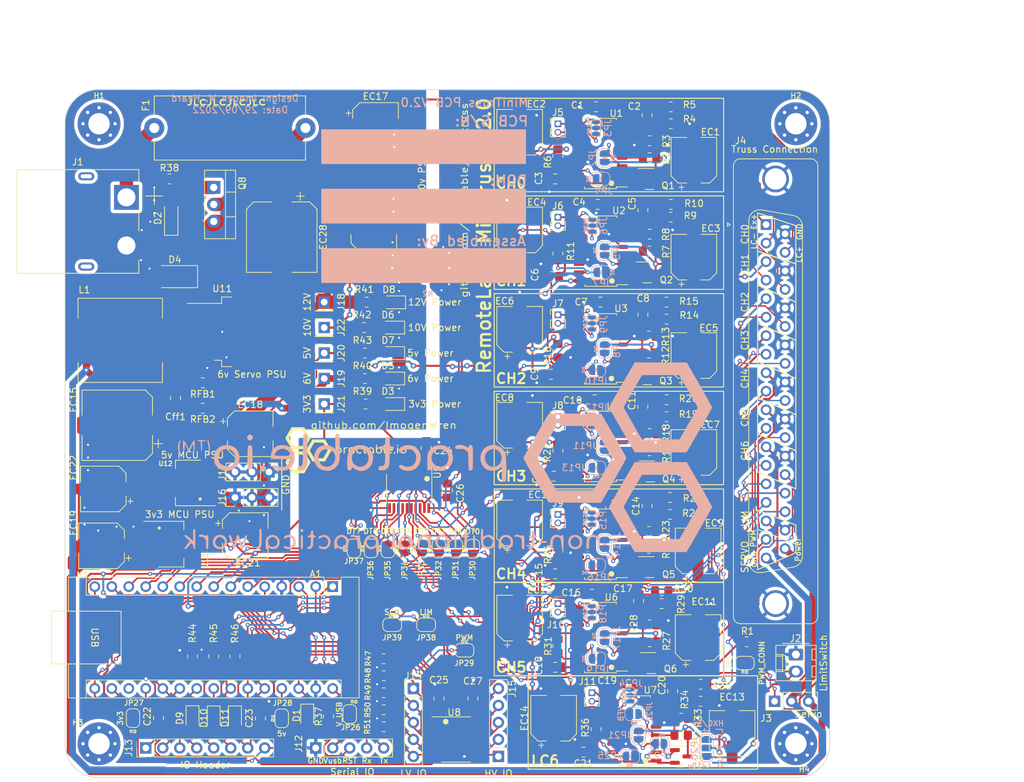
<source format=kicad_pcb>
(kicad_pcb (version 20221018) (generator pcbnew)
  (layers (0 "F.Cu" signal) (31 "B.Cu" signal) (34 "B.Paste" user) (35 "F.Paste" user) (36 "B.SilkS" user "B.Silkscreen") (37 "F.SilkS" user "F.Silkscreen") (38 "B.Mask" user) (39 "F.Mask" user) (44 "Edge.Cuts" user))
  (net 0 "")
  (net 1 "/MCU/RST")
  (net 2 "SCK")
  (net 3 "/MCU/DT1")
  (net 4 "/MCU/DT2")
  (net 5 "/MCU/DT3")
  (net 6 "/MCU/DT4")
  (net 7 "/MCU/DT5")
  (net 8 "/MCU/DT6")
  (net 9 "/MCU/DT7")
  (net 10 "/MCU/DT0")
  (net 11 "/LIMIT_SWITCH")
  (net 12 "/MCU/SERVO_PWM_PIN")
  (net 13 "/MCU/SPARE_0")
  (net 14 "Net-(A1-Pad17)")
  (net 16 "Net-(A1-Pad19)")
  (net 17 "/MCU/OUTPUT_ENABLE")
  (net 18 "Net-(A1-Pad21)")
  (net 19 "Net-(A1-Pad22)")
  (net 20 "Net-(A1-Pad23)")
  (net 21 "/MCU/LED_2")
  (net 22 "/MCU/LED_3")
  (net 23 "/MCU/LED_4")
  (net 24 "Net-(A1-Pad27)")
  (net 25 "Net-(A1-Pad30)")
  (net 26 "Net-(C1-Pad1)")
  (net 27 "GNDA")
  (net 28 "Net-(C2-Pad1)")
  (net 29 "Net-(C2-Pad2)")
  (net 30 "5VDC")
  (net 31 "Net-(C4-Pad1)")
  (net 32 "Net-(C5-Pad1)")
  (net 33 "Net-(C5-Pad2)")
  (net 34 "Net-(C7-Pad1)")
  (net 35 "Net-(C8-Pad1)")
  (net 36 "Net-(C8-Pad2)")
  (net 37 "Net-(C10-Pad1)")
  (net 38 "Net-(C11-Pad1)")
  (net 39 "Net-(C11-Pad2)")
  (net 40 "Net-(C13-Pad1)")
  (net 41 "Net-(C14-Pad1)")
  (net 42 "Net-(C14-Pad2)")
  (net 43 "Net-(C16-Pad1)")
  (net 44 "Net-(C17-Pad1)")
  (net 45 "Net-(C17-Pad2)")
  (net 46 "Net-(C19-Pad1)")
  (net 47 "Net-(C20-Pad1)")
  (net 48 "Net-(C20-Pad2)")
  (net 49 "3V3DC")
  (net 50 "/Power Distribution/12V_BUS")
  (net 51 "GNDPWR")
  (net 52 "/SERVO_POWER")
  (net 53 "/Power Distribution/FB")
  (net 54 "Net-(D1-Pad1)")
  (net 55 "/Power Distribution/12V_00")
  (net 56 "/Power Distribution/6VDC")
  (net 57 "/10V_DC")
  (net 58 "/BridgeDriver0/V_LC")
  (net 59 "/BridgeDriver1/V_LC")
  (net 60 "/BridgeDriver2/V_LC")
  (net 61 "/BridgeDriver3/V_LC")
  (net 62 "/BridgeDriver4/V_LC")
  (net 63 "/BridgeDriver5/V_LC")
  (net 64 "Net-(EC13-Pad1)")
  (net 65 "/Power Distribution/12V_IN")
  (net 66 "/Power Distribution/12V")
  (net 69 "/SERVO_PWM")
  (net 70 "/BridgeDriver0/LC-")
  (net 71 "/BridgeDriver1/LC-")
  (net 72 "/BridgeDriver2/LC-")
  (net 73 "/BridgeDriver3/LC-")
  (net 74 "/BridgeDriver4/LC-")
  (net 75 "/BridgeDriver5/LC-")
  (net 76 "/LoadCell/V_LC")
  (net 77 "/LoadCell/LC-")
  (net 78 "Net-(JP25-Pad2)")
  (net 79 "Net-(D3-Pad2)")
  (net 80 "/PWM")
  (net 81 "/BridgeDriver0/LC+")
  (net 82 "/BridgeDriver1/LC+")
  (net 83 "/BridgeDriver2/LC+")
  (net 84 "/BridgeDriver3/LC+")
  (net 85 "/BridgeDriver4/LC+")
  (net 86 "/BridgeDriver5/LC+")
  (net 87 "/LoadCell/LC+")
  (net 88 "Net-(D5-Pad2)")
  (net 89 "Net-(D6-Pad2)")
  (net 90 "Net-(J5-Pad1)")
  (net 91 "Net-(J5-Pad2)")
  (net 92 "Net-(J6-Pad1)")
  (net 93 "Net-(J6-Pad2)")
  (net 94 "Net-(J7-Pad1)")
  (net 95 "Net-(J7-Pad2)")
  (net 96 "Net-(J8-Pad1)")
  (net 97 "Net-(J8-Pad2)")
  (net 98 "Net-(J9-Pad1)")
  (net 99 "Net-(J9-Pad2)")
  (net 100 "Net-(J10-Pad1)")
  (net 101 "Net-(J10-Pad2)")
  (net 102 "Net-(J11-Pad1)")
  (net 103 "Net-(J11-Pad2)")
  (net 104 "/MCU/V_USB")
  (net 105 "Net-(J14-Pad1)")
  (net 106 "Net-(J14-Pad2)")
  (net 107 "Net-(J14-Pad3)")
  (net 108 "Net-(J14-Pad4)")
  (net 109 "Net-(J14-Pad5)")
  (net 110 "Net-(J15-Pad1)")
  (net 111 "Net-(J15-Pad2)")
  (net 112 "Net-(J15-Pad3)")
  (net 113 "Net-(J15-Pad4)")
  (net 114 "Net-(J15-Pad5)")
  (net 115 "Net-(JP2-Pad1)")
  (net 116 "Net-(JP4-Pad2)")
  (net 117 "Net-(JP5-Pad1)")
  (net 118 "Net-(JP7-Pad2)")
  (net 119 "Net-(JP8-Pad1)")
  (net 120 "Net-(JP10-Pad2)")
  (net 121 "Net-(JP11-Pad1)")
  (net 122 "Net-(JP13-Pad2)")
  (net 123 "Net-(JP14-Pad1)")
  (net 124 "Net-(JP16-Pad2)")
  (net 125 "Net-(JP17-Pad1)")
  (net 126 "Net-(JP19-Pad2)")
  (net 127 "Net-(JP21-Pad1)")
  (net 128 "Net-(JP22-Pad1)")
  (net 129 "Net-(JP23-Pad2)")
  (net 130 "Net-(JP23-Pad1)")
  (net 131 "Net-(Q1-Pad1)")
  (net 132 "Net-(Q2-Pad1)")
  (net 133 "Net-(Q3-Pad1)")
  (net 134 "Net-(Q4-Pad1)")
  (net 135 "Net-(Q5-Pad1)")
  (net 136 "Net-(Q6-Pad1)")
  (net 137 "Net-(R2-Pad1)")
  (net 138 "Net-(R7-Pad1)")
  (net 139 "Net-(R12-Pad1)")
  (net 140 "Net-(R17-Pad1)")
  (net 141 "Net-(R22-Pad1)")
  (net 142 "Net-(R27-Pad1)")
  (net 150 "/BridgeDriver0/D_OUT")
  (net 151 "/BridgeDriver1/D_OUT")
  (net 152 "/BridgeDriver2/D_OUT")
  (net 153 "/BridgeDriver3/D_OUT")
  (net 154 "/BridgeDriver4/D_OUT")
  (net 155 "/BridgeDriver5/D_OUT")
  (net 156 "/LoadCell/D_OUT")
  (net 157 "/MCU/DATA_7")
  (net 158 "/MCU/SCK")
  (net 159 "/MCU/LIMIT_SWITCH")
  (net 160 "Net-(D9-Pad1)")
  (net 161 "Net-(D10-Pad1)")
  (net 162 "Net-(D11-Pad1)")
  (net 163 "/SERVO_GND")
  (net 164 "Net-(D7-Pad2)")
  (net 165 "Net-(D8-Pad2)")
  (net 166 "/MCU/TX")
  (net 167 "/MCU/RX")
  (footprint "Package_TO_SOT_SMD:SOT-23" (layer "F.Cu") (at 189.23 81.28)
    (fp_text reference "Q3")
    (fp_text value "BC807")
  )
  (footprint "Capacitor_SMD:CP_Elec_6.3x5.9" (layer "F.Cu") (at 196.85 107.69 90)
    (fp_text reference "EC9")
    (fp_text value "10u")
  )
  (footprint "Jumper:SolderJumper-2_P1.3mm_Open_RoundedPad1.0x1.5mm" (layer "F.Cu") (at 156.21 118.745 180)
    (fp_text reference "JP38")
    (fp_text value "LIM")
  )
  (footprint "Resistor_SMD:R_0805_2012Metric_Pad1.20x1.40mm_HandSolder" (layer "F.Cu") (at 149.86 133.985)
    (fp_text reference "R51")
    (fp_text value "10k")
  )
  (footprint "Jumper:SolderJumper-2_P1.3mm_Open_RoundedPad1.0x1.5mm" (layer "F.Cu") (at 203.82 124.46)
    (fp_text reference "JP1")
    (fp_text value "PWM_CONN")
  )
  (footprint "Jumper:SolderJumper-2_P1.3mm_Open_RoundedPad1.0x1.5mm" (layer "F.Cu") (at 163.195 107.36 -90)
    (fp_text reference "JP30")
    (fp_text value "DT0")
  )
  (footprint "Diode_SMD:D_0805_2012Metric_Pad1.15x1.40mm_HandSolder" (layer "F.Cu") (at 121.285 132.715 -90)
    (fp_text reference "D9")
    (fp_text value "LED")
  )
  (footprint "Capacitor_SMD:C_0805_2012Metric_Pad1.18x1.45mm_HandSolder" (layer "F.Cu") (at 188.595 56.7475 90)
    (fp_text reference "C5")
    (fp_text value "100n")
  )
  (footprint "Package_SO:SOP-16_4.55x10.3mm_P1.27mm" (layer "F.Cu") (at 182.32 62.865 180)
    (fp_text reference "U2")
    (fp_text value "HX711")
  )
  (footprint "Connector_PinHeader_2.54mm:PinHeader_1x01_P2.54mm_Vertical" (layer "F.Cu") (at 140.97 70.485)
    (fp_text reference "J18")
    (fp_text value "12V")
  )
  (footprint "Capacitor_SMD:CP_Elec_6.3x5.9" (layer "F.Cu") (at 129.165 105.41)
    (fp_text reference "EC21")
    (fp_text value "10u")
  )
  (footprint "Package_SO:TSSOP-20_4.4x6.5mm_P0.65mm" (layer "F.Cu") (at 160.655 135.89)
    (fp_text reference "U8")
    (fp_text value "TXS0108EPW")
  )
  (footprint "Capacitor_SMD:CP_Elec_6.3x5.9" (layer "F.Cu") (at 170.18 117.735 90)
    (fp_text reference "EC12")
    (fp_text value "10u")
  )
  (footprint "Resistor_SMD:R_0805_2012Metric_Pad1.20x1.40mm_HandSolder" (layer "F.Cu") (at 122.825 86.36 180)
    (fp_text reference "RFB2")
    (fp_text value "3k3")
  )
  (footprint "Capacitor_SMD:CP_Elec_6.3x5.9" (layer "F.Cu") (at 196.215 78.48 90)
    (fp_text reference "EC5")
    (fp_text value "10u")
  )
  (footprint "Diode_SMD:D_MiniMELF" (layer "F.Cu") (at 118.11 57.94 90)
    (fp_text reference "D2")
    (fp_text value "BZV55B9V1")
  )
  (footprint "Package_TO_SOT_SMD:TO-252-2" (layer "F.Cu") (at 149.225 51.435)
    (fp_text reference "IC1")
    (fp_text value "BAJ0BC0FP-E2")
  )
  (footprint "Package_SO:SOP-16_4.55x10.3mm_P1.27mm" (layer "F.Cu") (at 187.325 134.62 180)
    (fp_text reference "U7")
    (fp_text value "HX711")
  )
  (footprint "Capacitor_SMD:CP_Elec_6.3x5.9" (layer "F.Cu") (at 196.215 63.76 90)
    (fp_text reference "EC3")
    (fp_text value "10u")
  )
  (footprint "Capacitor_SMD:CP_Elec_6.3x5.9" (layer "F.Cu") (at 196.85 120.65 90)
    (fp_text reference "EC11")
    (fp_text value "10u")
  )
  (footprint "Package_TO_SOT_SMD:SOT-23" (layer "F.Cu") (at 189.23 66.04)
    (fp_text reference "Q2")
    (fp_text value "BC807")
  )
  (footprint "MountingHole:MountingHole_3.2mm_M3_Pad_Via" (layer "F.Cu") (at 211.455 136.525)
    (fp_text reference "H4")
    (fp_text value "MountingHole_M3" hide)
  )
  (footprint "Capacitor_SMD:CP_Elec_6.3x5.9" (layer "F.Cu") (at 170.18 59.69 90)
    (fp_text reference "EC4")
    (fp_text value "10u")
  )
  (footprint "Resistor_SMD:R_0805_2012Metric_Pad1.20x1.40mm_HandSolder" (layer "F.Cu") (at 192.135 70.485)
    (fp_text reference "R15")
    (fp_text value "100r")
  )
  (footprint "Resistor_SMD:R_0805_2012Metric_Pad1.20x1.40mm_HandSolder" (layer "F.Cu") (at 147.32 70.485 180)
    (fp_text reference "R41")
    (fp_text value "8k2")
  )
  (footprint "Connector_PinHeader_1.27mm:PinHeader_1x02_P1.27mm_Vertical" (layer "F.Cu") (at 175.895 57.785)
    (fp_text reference "J6")
    (fp_text value "IN_B")
  )
  (footprint "Capacitor_SMD:CP_Elec_6.3x5.9" (layer "F.Cu") (at 107.69 106.94 180)
    (fp_text reference "EC19")
    (fp_text value "22u")
  )
  (footprint "Connector_Molex:Molex_KK-254_AE-6410-02A_1x02_P2.54mm_Vertical" (layer "F.Cu") (at 211.455 123.19 -90)
    (fp_text reference "J2")
    (fp_text value "LimitSwitch")
  )
  (footprint "Capacitor_SMD:C_0805_2012Metric_Pad1.18x1.45mm_HandSolder" (layer "F.Cu") (at 187.96 115.1675 90)
    (fp_text reference "C17")
    (fp_text value "100n")
  )
  (footprint "Capacitor_SMD:C_0805_2012Metric_Pad1.18x1.45mm_HandSolder" (layer "F.Cu") (at 179.705 137.795 180)
    (fp_text reference "C21")
    (fp_text value "100n")
  )
  (footprint "Resistor_SMD:R_0805_2012Metric_Pad1.20x1.40mm_HandSolder" (layer "F.Cu") (at 189.595 90.17 180)
    (fp_text reference "R18")
    (fp_text value "33k")
  )
  (footprint "Capacitor_SMD:CP_Elec_6.3x5.9" (layer "F.Cu") (at 170.18 103.505 90)
    (fp_text reference "EC10")
    (fp_text value "10u")
  )
  (footprint "Resistor_SMD:R_0805_2012Metric_Pad1.20x1.40mm_HandSolder" (layer "F.Cu") (at 204.105 121.285 180)
    (fp_text reference "R1")
    (fp_text value "10k")
  )
  (footprint "Resistor_SMD:R_0805_2012Metric_Pad1.20x1.40mm_HandSolder" (layer "F.Cu") (at 175.895 63.23 -90)
    (fp_text reference "R11")
    (fp_text value "10k")
  )
  (footprint "MountingHole:MountingHole_3.2mm_M3_Pad_Via" (layer "F.Cu") (at 211.455 43.815)
    (fp_text reference "H2")
    (fp_text value "MountingHole_M3" hide)
  )
  (footprint "Connector_PinHeader_1.27mm:PinHeader_1x02_P1.27mm_Vertical" (layer "F.Cu") (at 175.895 87.63)
    (fp_text reference "J8")
    (fp_text value "IN_B")
  )
  (footprint "Capacitor_SMD:C_0805_2012Metric_Pad1.18x1.45mm_HandSolder" (layer "F.Cu") (at 159.385 98.6575 90)
    (fp_text reference "C26")
    (fp_text value "100n")
  )
  (footprint "Connector_PinHeader_2.54mm:PinHeader_1x08_P2.54mm_Vertical" (layer "F.Cu") (at 114.3 137.16 90)
    (fp_text reference "J13")
    (fp_text value "IO Header")
  )
  (footprint "Connector_PinHeader_1.27mm:PinHeader_1x02_P1.27mm_Vertical" (layer "F.Cu") (at 175.895 43.815)
    (fp_text reference "J5")
    (fp_text value "IN_B")
  )
  (footprint "Capacitor_SMD:C_0805_2012Metric_Pad1.18x1.45mm_HandSolder" (layer "F.Cu") (at 181.8425 55.88 180)
    (fp_text reference "C4")
    (fp_text value "100n")
  )
  (footprint "Resistor_SMD:R_0805_2012Metric_Pad1.20x1.40mm_HandSolder" (layer "F.Cu") (at 147.05 78.105 180)
    (fp_text reference "R43")
    (fp_text value "1k")
  )
  (footprint "Connector_PinHeader_1.27mm:PinHeader_1x02_P1.27mm_Vertical" (layer "F.Cu") (at 175.895 102.235)
    (fp_text reference "J9")
    (fp_text value "IN_B")
  )
  (footprint "Jumper:SolderJumper-2_P1.3mm_Open_RoundedPad1.0x1.5mm" (layer "F.Cu") (at 160.655 107.33 -90)
    (fp_text reference "JP31")
    (fp_text value "DT1")
  )
  (footprint "Capacitor_SMD:CP_Elec_6.3x5.9" (layer "F.Cu") (at 148.64 44.07)
    (fp_text reference "EC17")
    (fp_text value "22u")
  )
  (footprint "Capacitor_SMD:C_0805_2012Metric_Pad1.18x1.45mm_HandSolder" (layer "F.Cu") (at 181.3775 85.09 180)
    (fp_text reference "C10")
    (fp_text value "100n")
  )
  (footprint "000_Graphics_Immo:practactable.io_text_20x8" (layer "F.Cu") (at 144.78 92.71)
    (fp_text reference "G***" hide)
    (fp_text value "LOGO" hide)
  )
  (footprint "Diode_SMD:D_0805_2012Metric_Pad1.15x1.40mm_HandSolder" (layer "F.Cu") (at 151.13 85.725 180)
    (fp_text reference "D3")
    (fp_text value "3v3 Power")
  )
  (footprint "Resistor_SMD:R_0805_2012Metric_Pad1.20x1.40mm_HandSolder" (layer "F.Cu") (at 175.895 92.71 -90)
    (fp_text reference "R21")
    (fp_text value "10k")
  )
  (footprint "Connector_PinHeader_2.54mm:PinHeader_1x01_P2.54mm_Vertical" (layer "F.Cu") (at 140.97 81.915)
    (fp_text reference "J19")
    (fp_text value "6V")
  )
  (footprint "Jumper:SolderJumper-2_P1.3mm_Open_RoundedPad1.0x1.5mm" (layer "F.Cu") (at 158.115 107.33 -90)
    (fp_text reference "JP32")
    (fp_text value "DT2")
  )
  (footprint "Resistor_SMD:R_0805_2012Metric_Pad1.20x1.40mm_HandSolder" (layer "F.Cu") (at 189.5 75.565 180)
    (fp_text reference "R13")
    (fp_text value "33k")
  )
  (footprint "Resistor_SMD:R_0805_2012Metric_Pad1.20x1.40mm_HandSolder" (layer "F.Cu") (at 191.405 113.665)
    (fp_text reference "R30")
    (fp_text value "100r")
  )
  (footprint "Package_SO:SOP-16_4.55x10.3mm_P1.27mm" (layer "F.Cu") (at 182.245 106.68 180)
    (fp_text reference "U5")
    (fp_text value "HX711")
  )
  (footprint "Capacitor_SMD:CP_Elec_10x10" (layer "F.Cu") (at 134.62 60.77 -90)
    (fp_text reference "EC28")
    (fp_text value "680u")
  )
  (footprint "Resistor_SMD:R_0805_2012Metric_Pad1.20x1.40mm_HandSolder" (layer "F.Cu") (at 141.605 132.445 -90)
    (fp_text reference "R37")
    (fp_text value "1k")
  )
  (footprint "Connector_Dsub:DSUB-37_Female_Vertical_P2.77x2.84mm_MountingHoles" (layer "F.Cu") (at 207.01 58.89 90)
    (fp_text reference "J4")
    (fp_text value "Truss Connection")
  )
  (footprint "Resistor_SMD:R_0805_2012Metric_Pad1.20x1.40mm_HandSolder" (layer "F.Cu") (at 149.863266 128.905)
    (fp_text reference "R49")
    (fp_text value "10k")
  )
  (footprint "Package_TO_SOT_SMD:SOT-23" (layer "F.Cu") (at 189.712167 95.805019)
    (fp_text reference "Q4")
    (fp_text value "BC807")
  )
  (footprint "Resistor_SMD:R_0805_2012Metric_Pad1.20x1.40mm_HandSolder" (layer "F.Cu") (at 191.405 115.57)
    (fp_text reference "R29")
    (fp_text value "100r")
  )
  (footprint "Resistor_SMD:R_0805_2012Metric_Pad1.20x1.40mm_HandSolder" (layer "F.Cu") (at 192.135 87.63)
    (fp_text reference "R19")
    (fp_text value "100r")
  )
  (footprint "Resistor_SMD:R_0805_2012Metric_Pad1.20x1.40mm_HandSolder" (layer "F.Cu") (at 192.675 102.235)
    (fp_text reference "R24")
    (fp_text value "100r")
  )
  (footprint "Capacitor_SMD:CP_Elec_6.3x5.9" (layer "F.Cu") (at 201.93 134.995 90)
    (fp_text reference "EC13")
    (fp_text value "10u")
  )
  (footprint "Jumper:SolderJumper-2_P1.3mm_Open_RoundedPad1.0x1.5mm" (layer "F.Cu") (at 144.78 132.095 -90)
    (fp_text reference "JP26")
    (fp_text value "V_USB")
  )
  (footprint "Capacitor_SMD:C_0805_2012Metric_Pad1.18x1.45mm_HandSolder" (layer "F.Cu") (at 186.4575 127.635 180)
    (fp_text reference "C19")
    (fp_text value "100n")
  )
  (footprint "Connector_PinHeader_2.54mm:PinHeader_1x03_P2.54mm_Vertical" (layer "F.Cu") (at 127.635 99.695 90)
    (fp_text reference "J16")
    (fp_text value "GND" hide)
  )
  (footprint "Resistor_SMD:R_0805_2012Metric_Pad1.20x1.40mm_HandSolder" (layer "F.Cu") (at 149.854239 123.825)
    (fp_text reference "R47")
    (fp_text value "10k")
  )
  (footprint "Capacitor_SMD:CP_Elec_6.3x5.9" (layer "F.Cu") (at 196.215 92.97 90)
    (fp_text reference "EC7")
    (fp_text value "10u")
  )
  (footprint "Resistor_SMD:R_0805_2012Metric_Pad1.20x1.40mm_HandSolder" (layer "F.Cu") (at 189.5 78.105)
    (fp_text reference "R12")
    (fp_text value "12k")
  )
  (footprint "Capacitor_SMD:CP_Elec_6.3x5.9" (layer "F.Cu") (at 196.215 49.27 90)
    (fp_text reference "EC1")
    (fp_text value "10u")
  )
  (footprint "Resistor_SMD:R_0805_2012Metric_Pad1.20x1.40mm_HandSolder" (layer "F.Cu") (at 192.77 57.785)
    (fp_text reference "R9")
    (fp_text value "100r")
  )
  (footprint "Connector_PinHeader_1.27mm:PinHeader_1x02_P1.27mm_Vertical" (layer "F.Cu") (at 175.895 72.39)
    (fp_text reference "J7")
    (fp_text value "IN_B")
  )
  (footprint "Diode_SMD:D_0805_2012Metric_Pad1.15x1.40mm_HandSolder" (layer "F.Cu") (at 151.13 74.295 180)
    (fp_text reference "D6")
    (fp_text value "10V Power")
  )
  (footprint "Connector_PinHeader_1.27mm:PinHeader_1x02_P1.27mm_Vertical" (layer "F.Cu") (at 175.895 115.57)
    (fp_text reference "J10")
    (fp_text value "IN_B")
  )
  (footprint "Capacitor_SMD:C_0805_2012Metric_Pad1.18x1.45mm_HandSolder" (layer "F.Cu") (at 174.8575 81.28 180)
    (fp_text reference "C9")
    (fp_text value "100n")
  )
  (footprint "Jumper:SolderJumper-2_P1.3mm_Open_RoundedPad1.0x1.5mm" (layer "F.Cu") (at 134.62 132.73 -90)
    (fp_text reference "JP28")
    (fp_text value "5v")
  )
  (footprint "Resistor_SMD:R_0805_2012Metric_Pad1.20x1.40mm_HandSolder" (layer "F.Cu") (at 127.635 123.46 -90)
    (fp_text reference "R46")
    (fp_text value "1k")
  )
  (footprint "Resistor_SMD:R_0805_2012Metric_Pad1.20x1.40mm_HandSolder" (layer "F.Cu") (at 189.595 46.355 180)
    (fp_text reference "R3")
    (fp_text value "33k")
  )
  (footprint "Capacitor_SMD:C_0805_2012Metric_Pad1.18x1.45mm_HandSolder" (layer "F.Cu") (at 188.595 86.1275 90)
    (fp_text reference "C11")
    (fp_text value "100n")
  )
  (footprint "Resistor_SMD:R_0805_2012Metric_Pad1.20x1.40mm_HandSolder" (layer "F.Cu") (at 197.215 127.635)
    (fp_text reference "R35")
    (fp_text value "100r")
  )
  (footprint "Package_TO_SOT_SMD:SOT-23" (layer "F.Cu") (at 189.5625 52.07)
    (fp_text reference "Q1")
    (fp_text value "BC807")
  )
  (footprint "Connector_PinHeader_2.54mm:PinHeader_1x05_P2.54mm_Vertical" (layer "F.Cu") (at 154.305 128.27)
    (fp_text reference "J14")
    (fp_text value "LV IO")
  )
  (footprint "Module:Arduino_Nano" (layer "F.Cu") (at 142.24 113.03 -90)
    (fp_text reference "A1")
    (fp_text value "Arduino_Nano_v3.x")
  )
  (footprint "Resistor_SMD:R_0805_2012Metric_Pad1.20x1.40mm_HandSolder" (layer "F.Cu") (at 189.595 60.325 180)
    (fp_text reference "R8")
    (fp_text value "33k")
  )
  (footprint "Capacitor_SMD:CP_Elec_6.3x5.9" (layer "F.Cu") (at 107.95 98.425 180)
    (fp_text reference "EC22")
    (fp_text value "10u")
  )
  (footprint "Diode_SMD:D_0805_2012Metric_Pad1.15x1.40mm_HandSolder" (layer "F.Cu") (at 151.13 78.105 180)
    (fp_text reference "D7")
    (fp_text value "5v Power")
  )
  (footprint "Package_TO_SOT_SMD:SOT-23" (layer "F.Cu") (at 189.865 124.46)
    (fp_text reference "Q6")
    (fp_text value "BC807")
  )
  (footprint "Package_TO_SOT_SMD:SOT-223-3_TabPin2" (layer "F.Cu") (at 118.085 106.68)
    (fp_text reference "U13")
    (fp_text value "AMS1117-3.3")
  )
  (footprint "Connector_PinHeader_2.54mm:PinHeader_1x05_P2.54mm_Vertical" (layer "F.Cu") (at 139.7 137.16 90)
    (fp_text reference "J12")
    (fp_text value "Serial IO")
  )
  (footprint "Jumper:SolderJumper-2_P1.3mm_Open_RoundedPad1.0x1.5mm" (layer "F.Cu") (at 161.925 122.555 180)
    (fp_text reference "JP29")
    (fp_text value "PWM")
  )
  (footprint "Capacitor_SMD:CP_Elec_6.3x5.9" (layer "F.Cu") (at 148.38 59.31)
    (fp_text reference "EC20")
    (fp_text value "10u")
  )
  (footprint "Jumper:SolderJumper-2_P1.3mm_Open_RoundedPad1.0x1.5mm" (layer "F.Cu") (at 150.495 107.315 -90)
    (fp_text reference "JP35")
    (fp_text value "DT5")
  )
  (footprint "Resistor_SMD:R_0805_2012Metric_Pad1.20x1.40mm_HandSolder" (layer "F.Cu") (at 189.595 118.745 180)
    (fp_text reference "R28")
    (fp_text value "33k")
  )
  (footprint "MountingHole:MountingHole_3.2mm_M3_Pad_Via" (layer "F.Cu") (at 107.315 43.815)
    (fp_text reference "H1")
    (fp_text value "MountingHole_M3" hide)
  )
  (footprint "Resistor_SMD:R_0805_2012Metric_Pad1.20x1.40mm_HandSolder" (layer "F.Cu") (at 149.866364 126.365)
    (fp_text reference "R48")
    (fp_text value "10k")
  )
  (footprint "Resistor_SMD:R_0805_2012Metric_Pad1.20x1.40mm_HandSolder" (layer "F.Cu") (at 189.5 104.775 180)
    (fp_text reference "R23")
    (fp_text value "33k")
  )
  (footprint "Resistor_SMD:R_0805_2012Metric_Pad1.20x1.40mm_HandSolder" (layer "F.Cu") (at 192.135 73.025)
    (fp_text reference "R14")
    (fp_text value "100r")
  )
  (footprint "Capacitor_SMD:C_0805_2012Metric_Pad1.18x1.45mm_HandSolder" (layer "F.Cu") (at 188.595 72.39 90)
    (fp_text reference "C8")
    (fp_text value "100n")
  )
  (footprint "Capacitor_SMD:C_0805_2012Metric_Pad1.18x1.45mm_HandSolder" (layer "F.Cu") (at 181.61 41.275 180)
    (fp_text reference "C1")
    (fp_text value "100n")
  )
  (footprint "Jumper:SolderJumper-2_P1.3mm_Open_RoundedPad1.0x1.5mm" (layer "F.Cu") (at 155.575 107.33 -90)
    (fp_text reference "JP33")
    (fp_text value "DT3")
  )
  (footprint "Resistor_SMD:R_0805_2012Metric_Pad1.20x1.40mm_HandSolder" (layer "F.Cu") (at 189.5 107.315)
    (fp_text reference "R22")
    (fp_text value "12k")
  )
  (footprint "Package_SO:SOP-16_4.55x10.3mm_P1.27mm" (layer "F.Cu") (at 182.245 92.075 180)
    (fp_text reference "U4")
    (fp_text value "HX711")
  )
  (footprint "Capacitor_SMD:CP_Elec_10x10" (layer "F.Cu") (at 110.045 88.9 180)
    (fp_text reference "EC15")
    (fp_text value "100u")
  )
  (footprint "Diode_SMD:D_0805_2012Metric_Pad1.15x1.40mm_HandSolder" (layer "F.Cu") (at 124.46 132.747992 -90)
    (fp_text reference "D10")
    (fp_text value "LED")
  )
  (footprint "Capacitor_SMD:C_0805_2012Metric_Pad1.18x1.45mm_HandSolder" (layer "F.Cu") (at 175.4925 111.125 180)
    (fp_text reference "C15")
    (fp_text value "100n")
  )
  (footprint "Capacitor_SMD:C_0805_2012Metric_Pad1.18x1.45mm_HandSolder" (layer "F.Cu") (at 118.745 84.8575 -90)
    (fp_text reference "Cff1")
    (fp_text value "3n3")
  )
  (footprint "Resistor_SMD:R_0805_2012Metric_Pad1.20x1.40mm_HandSolder" (layer "F.Cu") (at 192.675 99.695)
    (fp_text reference "R25")
    (fp_text value "100r")
  )
  (footprint "Capacitor_SMD:C_0805_2012Metric_Pad1.18x1.45mm_HandSolder" (layer "F.Cu") (at 189.23 42.545 90)
    (fp_text reference "C2")
    (fp_text value "100n")
  )
  (footprint "NetTie:NetTie-8-15A_1oz_2oz" (layer "F.Cu") (at 104.648 109.474 -90)
    (fp_text reference "N3")
    (fp_text value "pwr_tie")
  )
  (footprint "Resistor_SMD:R_0805_2012Metric_Pad1.20x1.40mm_HandSolder" (layer "F.Cu") (at 189.595 48.895)
    (fp_text reference "R2")
    (fp_text value "12k")
  )
  (footprint "Connector_AMASS:AMASS_XT60PW-M" (layer "F.Cu") (at 105.41 58.42 90)
    (fp_text reference "J1")
    (fp_text value "XT60_60A_male")
  )
  (footprint "Resistor_SMD:R_0805_2012Metric_Pad1.20x1.40mm_HandSolder" (layer "F.Cu") (at 192.77 55.88)
    (fp_text reference "R10")
    (fp_text value "100r")
  )
  (footprint "Capacitor_SMD:C_0805_2012Metric_Pad1.18x1.45mm_HandSolder" (layer "F.Cu") (at 131.445 132.715 90)
    (fp_text reference "C23")
    (fp_text value "100n")
  )
  (footprint "Resistor_SMD:R_0805_2012Metric_Pad1.20x1.40mm_HandSolder" (layer "F.Cu") (at 194.31 135.255)
    (fp_text reference "R32")
    (fp_text value "12k")
  )
  (footprint "Capacitor_SMD:C_0805_2012Metric_Pad1.18x1.45mm_HandSolder" (layer "F.Cu") (at 175.0275 66.675 180)
    (fp_text reference "C6")
    (fp_text value "100n")
  )
  (footprint "Package_TO_SOT_SMD:SOT-23" (layer "F.Cu") (at 189.611 110.109)
    (fp_text reference "Q5")
    (fp_text value "BC807")
  )
  (footprint "Resistor_SMD:R_0805_2012Metric_Pad1.20x1.40mm_HandSolder" (layer "F.Cu") (at 189.595 92.71)
    (fp_text reference "R17")
    (fp_text value "12k")
  )
  (footprint "Connector_PinHeader_2.54mm:PinHeader_1x01_P2.54mm_Vertical" (layer "F.Cu") (at 140.97 78.105)
    (fp_text reference "J20")
    (fp_text value "5V")
  )
  (footprint "Jumper:SolderJumper-2_P1.3mm_Open_RoundedPad1.0x1.5mm" (layer "F.Cu") (at 151.13 118.745 180)
    (fp_text reference "JP39")
    (fp_text value "SCK")
  )
  (footprint "Package_TO_SOT_SMD:TO-263-5_TabPin3" (layer "F.Cu") (at 128.59 74.93)
    (fp_text reference "U11")
    (fp_text value "LM2596S-ADJ")
  )
  (footprint "Package_TO_SOT_SMD:SOT-23" (layer "F.Cu") (at 194.31 138.43)
    (fp_text reference "Q7")
    (fp_text value "BC807")
  )
  (footprint "Jumper:SolderJumper-2_P1.3mm_Open_RoundedPad1.0x1.5mm" (layer "F.Cu") (at 153.035 107.315 -90)
    (fp_text reference "JP34")
    (fp_text value "DT4")
  )
  (footprint "Connector_PinHeader_2.54mm:PinHeader_1x05_P2.54mm_Vertical" (layer "F.Cu") (at 167.005 138.425 180)
    (fp_text reference "J15")
    (fp_text value "HV IO")
  )
  (footprint "Resistor_SMD:R_0805_2012Metric_Pad1.20x1.40mm_HandSolder" (layer "F.Cu") (at 181.61 134.35 -90)
    (fp_text reference "R36")
    (fp_text value "10k")
  )
  (footprint "Capacitor_SMD:C_0805_2012Metric_Pad1.18x1.45mm_HandSolder" (layer "F.Cu") (at 189.23 100.965 90)
    (fp_text reference "C14")
    (fp_text value "100n")
  )
  (footprint "Capacitor_SMD:C_0805_2012Metric_Pad1.18x1.45mm_HandSolder" (layer "F.Cu") (at 175.4925 125.095 180)
    (fp_text reference "C18")
    (fp_text value "100n")
  )
  (footprint "Jumper:SolderJumper-2_P1.3mm_Open_RoundedPad1.0x1.5mm" (layer "F.Cu") (at 145.415 107.315 -90)
    (fp_text reference "JP37")
    (fp_text value "DT7")
  )
  (footprint "Diode_SMD:D_0805_2012Metric_Pad1.15x1.40mm_HandSolder" (layer "F.Cu") (at 138.43 132.47 -90)
    (fp_text reference "D1")
    (fp_text value "LED")
  )
  (footprint "Connector_PinHeader_1.27mm:PinHeader_1x02_P1.27mm_Vertical" (layer "F.Cu") (at 180.975 128.905)
    (fp_text reference "J11")
    (fp_text value "IN_B")
  )
  (footprint "Resistor_SMD:R_0805_2012Metric_Pad1.20x1.40mm_HandSolder" (layer "F.Cu") (at 189.595 121.285)
    (fp_text reference "R27")
    (fp_text value "12k")
  )
  (footprint "Resistor_SMD:R_0805_2012Metric_Pad1.20x1.40mm_HandSolder" (layer "F.Cu") (at 175.895 48.625 -90)
    (fp_text reference "R6")
    (fp_text value "10k")
  )
  (footprint "Capacitor_SMD:C_0805_2012Metric_Pad1.18x1.45mm_HandSolder" (layer "F.Cu") (at 181.3775 99.695 180)
    (fp_text reference "C13")
    (fp_text value "100n")
  )
  (footprint "Diode_SMD:D_0805_2012Metric_Pad1.15x1.40mm_HandSolder" (layer "F.Cu") (at 151.13 81.915 180)
    (fp_text reference "D5")
    (fp_text value "6v Power")
  )
  (footprint "Resistor_SMD:R_0805_2012Metric_Pad1.20x1.40mm_HandSolder" (layer "F.Cu") (at 146.955 74.295 180)
    (fp_text reference "R42")
    (fp_text value "8k2")
  )
  (footprint "Resistor_SMD:R_0805_2012Metric_Pad1.20x1.40mm_HandSolder" (layer "F.Cu") (at 124.46 123.46 -90)
    (fp_text reference "R45")
    (fp_text value "1k")
  )
  (footprint "Package_TO_SOT_SMD:SOT-223-3_TabPin2" (layer "F.Cu") (at 120.65 97.53 180)
    (fp_text reference "U12")
    (fp_text value "AMS1117-5.0")
  )
  (footprint "Resistor_SMD:R_0805_2012Metric_Pad1.20x1.40mm_HandSolder" (layer "F.Cu") (at 189.595 62.865)
    (fp_text reference "R7")
    (fp_text value "12k")
  )
  (footprint "Resistor_SMD:R_0805_2012Metric_Pad1.20x1.40mm_HandSolder" (layer "F.Cu") (at 192.77 41.275)
    (fp_text reference "R5")
    (fp_text value "100r")
  )
  (footprint "Diode_SMD:D_0805_2012Metric_Pad1.15x1.40mm_HandSolder" (layer "F.Cu") (at 151.269977 70.522735 180)
    (fp_text reference "D8")
    (fp_text value "12V Power")
  )
  (footprint "Capacitor_SMD:C_0805_2012Metric_Pad1.18x1.45mm_HandSolder" (layer "F.Cu") (at 175.26 96.52 180)
    (fp_text reference "C12")
    (fp_text value "100n")
  )
  (footprint "Package_SO:SOP-16_4.55x10.3mm_P1.27mm" (layer "F.Cu") (at 182.245 120.65 180)
    (fp_text reference "U6")
    (fp_text value "HX711")
  )
  (footprint "Package_SO:SOP-16_4.55x10.3mm_P1.27mm" (layer "F.Cu") (at 182.245 77.47 180)
    (fp_text reference "U3")
    (fp_text value "HX711")
  )
  (footprint "Capacitor_SMD:C_0805_2012Metric_Pad1.18x1.45mm_HandSolder" (layer "F.Cu") (at 193.04 128.6725 90)
    (fp_text reference "C20")
    (fp_text value "100n")
  )
  (footprint "Connector_PinHeader_2.54mm:PinHeader_1x03_P2.54mm_Vertical" (layer "F.Cu") (at 132.715 95.885 -90)
    (fp_text reference "J17")
    (fp_text value "GND")
  )
  (footprint "Capacitor_SMD:C_0805_2012Metric_Pad1.18x1.45mm_HandSolder" (layer "F.Cu") (at 180.975 114.173 180)
    (fp_text reference "C16")
    (fp_text value "100n")
  )
  (footprint "MountingHole:MountingHole_3.2mm_M3_Pad_Via" (layer "F.Cu") (at 107.315 136.525)
    (fp_text reference "H3")
    (fp_text value "MountingHole_M3" hide)
  )
  (footprint "Capacitor_SMD:CP_Elec_6.3x5.9" (layer "F.Cu") (at 170.18 45.085 90)
    (fp_text reference "EC2")
    (fp_text value "10u")
  )
  (footprint "Resistor_SMD:R_0805_2012Metric_Pad1.20x1.40mm_HandSolder" (layer "F.Cu") (at 121.285 123.46 -90)
    (fp_text reference "R44")
    (fp_text value "1k")
  )
  (footprint "Capacitor_SMD:C_0805_2012Metric_Pad1.18x1.45mm_HandSolder" (layer "F.Cu") (at 158.115 129.7725 90)
    (fp_text reference "C25")
    (fp_text value "100n")
  )
  (footprint "Capacitor_SMD:C_0805_2012Metric_Pad1.18x1.45mm_HandSolder" (layer "F.Cu") (at 163.195 129.7725 90)
    (fp_text reference "C27")
    (fp_text value "100n")
  )
  (footprint "Resistor_SMD:R_0805_2012Metric_Pad1.20x1.40mm_HandSolder" (layer "F.Cu") (at 194.31 132.715 180)
    (fp_text reference "R33")
    (fp_text value "33k")
  )
  (footprint "Package_TO_SOT_THT:TO-220-3_Vertical" (layer "F.Cu") (at 124.46 53.34 -90)
    (fp_text reference "Q8")
    (fp_text value "IRF5305_PBF")
  )
  (footprint "Package_SO:SOP-16_4.55x10.3mm_P1.27mm" (layer "F.Cu") (at 182.245 48.26 180)
    (fp_text reference "U1")
    (fp_text value "HX711")
  )
  (footprint "Resistor_SMD:R_0805_2012Metric_Pad1.20x1.40mm_HandSolder" (layer "F.Cu") (at 197.215 130.175)
    (fp_text reference "R34")
    (fp_text value "100r")
  )
  (footprint "Capacitor_SMD:C_0805_2012Metric_Pad1.18x1.45mm_HandSolder" (layer "F.Cu") (at 116.205 132.701518 90)
    (fp_text reference "C22")
    (fp_text value "100n")
  )
  (footprint "Capacitor_SMD:CP_Elec_6.3x5.9" (layer "F.Cu") (at 170.18 74.555 90)
    (fp_text reference "EC6")
    (fp_text value "10u")
  )
  (footprint "Diode_SMD:D_0805_2012Metric_Pad1.15x1.40mm_HandSolder" (layer "F.Cu") (at 127.635 132.747992 -90)
    (fp_text reference "D11")
    (fp_text value "LED")
  )
  (footprint "Capacitor_SMD:CP_Elec_6.3x5.9" (layer "F.Cu") (at 129.915 90.17)
    (fp_text reference "EC18")
    (fp_text value "22u")
  )
  (footprint "Resistor_SMD:R_0805_2012Metric_Pad1.20x1.40mm_HandSolder" (layer "F.Cu") (at 175.895 121.92 -90)
    (fp_text reference "R31")
    (fp_text value "10k")
  )
  (footprint "Jumper:SolderJumper-2_P1.3mm_Open_RoundedPad1.0x1.5mm" (layer "F.Cu") (at 147.955 107.315 -90)
    (fp_text reference "JP36")
    (fp_text value "DT6")
  )
  (footprint "Capacitor_SMD:CP_Elec_6.3x5.9" (layer "F.Cu") (at 175.26 132.715 90)
    (fp_text reference "EC14")
    (fp_text value "10u")
  )
  (footprint "Capacitor_SMD:C_0805_2012Metric_Pad1.18x1.45mm_HandSolder" (layer "F.Cu") (at 156.21 92.3075 90)
    (fp_text reference "C24")
    (fp_text value "100n")
  )
  (footprint "Jumper:SolderJumper-2_P1.3mm_Open_RoundedPad1.0x1.5mm" (layer "F.Cu") (at 112.395 132.7 -90)
    (fp_text reference "JP27")
    (fp_text value "3v3")
  )
  (footprint "Diode_SMD:D_SMA" (layer "F.Cu") (at 118.65 66.675 180)
    (fp_text reference "D4")
    (fp_text value "1N5821")
  )
  (footprint "Inductor_SMD:L_12x12mm_H8mm" (layer "F.Cu") (at 110.49 76.2 180)
    (fp_text reference "L1")
    (fp_text value "33uH")
  )
  (footprint "Capacitor_SMD:CP_Elec_6.3x5.9" (layer "F.Cu") (at 170.18 88.9 90)
    (fp_text reference "EC8")
    (fp_text value "10u")
  )
  (footprint "Resistor_SMD:R_0805_2012Metric_Pad1.20x1.40mm_HandSolder" (layer "F.Cu") (at 175.895 77.74 -90)
    (fp_text reference "R16")
    (fp_text value "10k")
  )
  (footprint "Resistor_SMD:R_0805_2012Metric_Pad1.20x1.40mm_HandSolder" (layer "F.Cu") (at 175.895 107.68 -90)
    (fp_text reference "R26")
    (fp_text value "10k")
  )
  (footprint "Resistor_SMD:R_0805_2012Metric_Pad1.20x1.40mm_HandSolder" (layer "F.Cu") (at 192.77 43.815)
    (fp_text reference "R4")
    (fp_text value "100r")
  )
  (footprint "Connector_PinHeader_2.54mm:PinHeader_1x03_P2.54mm_Vertical" (layer "F.Cu") (at 208.28 130.175 90)
    (fp_text reference "J3")
    (fp_text value "Servo")
  )
  (footprint "Resistor_SMD:R_0805_2012Metric_Pad1.20x1.40mm_HandSolder" (layer "F.Cu") (at 149.86 131.445)
    (fp_text reference "R50")
    (fp_text value "10k")
  )
  (footprint "Package_SO:TSSOP-20_4.4x6.5mm_P0.65mm" (layer "F.Cu") (at 153.67 98.425 -90)
    (fp_text reference "U9")
    (fp_text value "TXS0108EPW")
  )
  (footprint "Capacitor_SMD:C_0805_2012Metric_Pad1.18x1.45mm_HandSolder" (layer "F.Cu") (at 182.245 70.485 180)
    (fp_text reference "C7")
    (fp_text value "100n")
  )
  (footprint "Resistor_SMD:R_0805_2012Metric_Pad1.20x1.40mm_HandSolder" (layer "F.Cu") (at 117.84 52.07)
    (fp_text reference "R38")
    (fp_text value "330r")
  )
  (footprint "Connector_PinHeader_2.54mm:PinHeader_1x01_P2.54mm_Vertical" (layer "F.Cu") (at 140.97 85.725)
    (fp_text reference "J21")
    (fp_text value "3V3")
  )
  (footprint "Resistor_SMD:R_0805_2012Metric_Pad1.20x1.40mm_HandSolder" (layer "F.Cu") (at 122.825 82.55)
    (fp_text reference "RFB1")
    (fp_text value "860r")
  )
  (footprint "Capacitor_SMD:C_0805_2012Metric_Pad1.18x1.45mm_HandSolder" (layer "F.Cu") (at 175.4925 52.07 180)
    (fp_text reference "C3")
    (fp_text value "100n")
  )
  (footprint "Resistor_SMD:R_0805_2012Metric_Pad1.20x1.40mm_HandSolder" (layer "F.Cu") (at 192.135 85.09)
    (fp_text reference "R20")
    (fp_text value "100r")
  )
  (footprint "Connector_PinHeader_2.54mm:PinHeader_1x01_P2.54mm_Vertical" (layer "F.Cu") (at 140.97 74.295)
    (fp_text reference "J22")
    (fp_text value "10V")
  )
  (footprint "Resistor_SMD:R_0805_2012Metric_Pad1.20x1.40mm_HandSolder" (layer "F.Cu") (at 147.145 85.725 180)
    (fp_text reference "R39")
    (fp_text value "330r")
  )
  (footprint "Resistor_SMD:R_0805_2012Metric_Pad1.20x1.40mm_HandSolder" (layer "F.Cu") (at 147.048711 81.915 180)
    (fp_text reference "R40")
    (fp_text value "10k")
  )
  (footprint "Fuse:Fuseholder_Cylinder-5x20mm_Stelvio-Kontek_PTF78_Horizontal_Open" (layer "F.Cu") (at 115.57 44.45)
    (fp_text reference "F1")
    (fp_text value "3A")
  )
  (footprint "Jumper:SolderJumper-2_P1.3mm_Bridged_RoundedPad1.0x1.5mm" (layer "B.Cu") (at 182.88 106.695 90)
    (fp_text reference "JP14")
    (fp_text value "Gain")
  )
  (footprint "Jumper:SolderJumper-2_P1.3mm_Bridged_RoundedPad1.0x1.5mm" (layer "B.Cu") (at 182.88 77.47 90)
    (fp_text reference "JP8")
    (fp_text value "Gain")
  )
  (footprint "NetTie:NetTie-8-15A_1oz_2oz" (layer "B.Cu") (at 156.71 65.405 180)
    (fp_text reference "N2")
    (fp_text value "pwr_tie")
  )
  (footprint "Jumper:SolderJumper-3_P1.3mm_Bridged12_RoundedPad1.0x1.5mm_DoubleJoined_SMALL" (layer "B.Cu") (at 180.975 102.87 -90)
    (fp_text reference "JP15")
    (fp_text value "INB GND")
  )
  (footprint "Jumper:SolderJumper-2_P1.3mm_Bridged_RoundedPad1.0x1.5mm" (layer "B.Cu") (at 187.96 135.24 90)
    (fp_text reference "JP21")
    (fp_text value "Gain")
  )
  (footprint "Jumper:SolderJumper-2_P1.3mm_Bridged_RoundedPad1.0x1.5mm" (layer "B.Cu") (at 181.61 80.645 180)
    (fp_text reference "JP10")
    (fp_text value "Sample Rate")
  )
  (footprint "Jumper:SolderJumper-2_P1.3mm_Bridged_RoundedPad1.0x1.5mm" (layer "B.Cu") (at 182.88 92.06 90)
    (fp_text reference "JP11")
    (fp_text value "Gain")
  )
  (footprint "Jumper:SolderJumper-2_P1.3mm_Bridged_RoundedPad1.0x1.5mm" (layer "B.Cu") (at 182.335 66.04 180)
    (fp_text reference "JP7")
    (fp_text value "Sample Rate")
  )
  (footprint "Jumper:SolderJumper-2_P1.3mm_Bridged_RoundedPad1.0x1.5mm" (layer "B.Cu") (at 181.595 109.855 180)
    (fp_text reference "JP16")
    (fp_text value "Sample Rate")
  )
  (footprint "Jumper:SolderJumper-2_P1.3mm_Bridged_RoundedPad1.0x1.5mm" (layer "B.Cu") (at 181.61 95.25 180)
    (fp_text reference "JP13")
    (fp_text value "Sample Rate")
  )
  (footprint "Jumper:SolderJumper-2_P1.3mm_Bridged_RoundedPad1.0x1.5mm" (layer "B.Cu") (at 186.69 138.43 180)
    (fp_text reference "JP25")
    (fp_text value "SampleRate")
  )
  (footprint "Jumper:SolderJumper-3_P1.3mm_Bridged12_RoundedPad1.0x1.5mm_DoubleJoined_SMALL" (layer "B.Cu") (at 181.076 59.055 -90)
    (fp_text reference "JP6")
    (fp_text value "INB GND")
  )
  (footprint "Jumper:SolderJumper-3_P1.3mm_Bridged12_RoundedPad1.0x1.5mm_DoubleJoined_SMALL" (layer "B.Cu") (at 181.001 88.265 -90)
    (fp_text reference "JP12")
    (fp_text value "INB GND")
  )
  (footprint "Jumper:SolderJumper-2_P1.3mm_Bridged_RoundedPad1.0x1.5mm" (layer "B.Cu") (at 182.245 52.07 180)
    (fp_text reference "JP4")
    (fp_text value "Sample Rate")
  )
  (footprint "Jumper:SolderJumper-3_P1.3mm_Open_RoundedPad1.0x1.5mm_NumberLabels" (layer "B.Cu") (at 198.12 137.16 -90)
    (fp_text reference "JP20")
    (fp_text value "LC Vsup")
  )
  (footprint "Jumper:SolderJumper-3_P1.3mm_Bridged12_RoundedPad1.0x1.5mm_DoubleJoined_SMALL" (layer "B.Cu") (at 180.975 116.84 -90)
    (fp_text reference "JP18")
    (fp_text value "INB GND")
  )
  (footprint "Jumper:SolderJumper-2_P1.3mm_Bridged_RoundedPad1.0x1.5mm" (layer "B.Cu") (at 182.88 120.665 90)
    (fp_text reference "JP17")
    (fp_text value "Gain")
  )
  (footprint "Jumper:SolderJumper-2_P1.3mm_Bridged_RoundedPad1.0x1.5mm" (layer "B.Cu") (at 182.88 62.85 90)
    (fp_text reference "JP5")
    (fp_text value "Gain")
  )
  (footprint "Jumper:SolderJumper-2_P1.3mm_Bridged_RoundedPad1.0x1.5mm" (layer "B.Cu") (at 181.61 123.825 180)
    (fp_text reference "JP19")
    (fp_text value "Sample Rate")
  )
  (footprint "Jumper:SolderJumper-3_P1.3mm_Bridged12_RoundedPad1.0x1.5mm_DoubleJoined_SMALL" (layer "B.Cu") (at 186.716 129.286 -90)
    (fp_text reference "JP24")
    (fp_text value "INB GND")
  )
  (footprint "Jumper:SolderJumper-2_P1.3mm_Bridged_RoundedPad1.0x1.5mm" (layer "B.Cu") (at 182.88 48.91 -90)
    (fp_text reference "JP2")
    (fp_text value "Gain")
  )
  (footprint "Jumper:SolderJumper-2_P1.3mm_Open_RoundedPad1.0x1.5mm" (layer "B.Cu") (at 187.31 132.08 180)
    (fp_text reference "JP22")
    (fp_text value "VFB")
  )
  (footprint "Jumper:SolderJumper-3_P1.3mm_Bridged12_RoundedPad1.0x1.5mm_DoubleJoined_SMALL" (layer "B.Cu") (at 181.61 44.45 -90)
    (fp_text reference "JP3")
    (fp_text value "INB GND")
  )
  (footprint "Jumper:SolderJumper-2_P1.3mm_Bridged_RoundedPad1.0x1.5mm" (layer "B.Cu") (at 191.12 136.525)
    (fp_text reference "JP23")
    (fp_text value "Base")
  )
  (footprint "000_Graphics_Immo:practactable.io_text_80x30" (layer "B.Cu") (at 159.385 93.98 180)
    (fp_text reference "G***" hide)
    (fp_text value "LOGO" hide)
  )
  (footprint "000_Graphics_Immo:Remote Labs SN Block" (layer "B.Cu") (at 150.749 49.784 180)
    (fp_text reference "G***" hide)
    (fp_text value "LOGO" hide)
  )
  (footprint "Jumper:SolderJumper-3_P1.3mm_Bridged12_RoundedPad1.0x1.5mm_DoubleJoined_SMALL" (layer "B.Cu") (at 181.001 73.66 -90)
    (fp_text reference "JP9")
    (fp_text value "INB GND")
  )
  (gr_line (start 211.455 87.3125) (end 205.74 84.7725) (stroke (width 0.15)) (layer "F.SilkS"))
  (gr_rect (start 166.37 54.61) (end 200.66 68.58) (stroke (width 0.15)) (fill none) (layer "F.SilkS"))
  (gr_rect (start 166.37 40.005) (end 200.66 53.975) (stroke (width 0.15)) (fill none) (layer "F.SilkS"))
  (gr_line (start 211.455 87.3125) (end 205.74 84.7725) (stroke (width 0.15)) (layer "F.SilkS"))
  (gr_line (start 205.74 90.4875) (end 205.74 84.7725) (stroke (width 0.15)) (layer "F.SilkS"))
  (gr_rect (start 166.37 112.395) (end 200.66 126.365) (stroke (width 0.15)) (fill none) (layer "F.SilkS"))
  (gr_line (start 211.455 87.3125) (end 211.455 93.0275) (stroke (width 0.15)) (layer "F.SilkS"))
  (gr_line (start 134.62 93.98) (end 134.62 101.6) (stroke (width 0.15)) (layer "F.SilkS"))
  (gr_line (start 205.74 62.865) (end 211.455 64.77) (stroke (width 0.15)) (layer "F.SilkS"))
  (gr_line (start 205.74 79.375) (end 205.74 73.66) (stroke (width 0.15)) (layer "F.SilkS"))
  (gr_line (start 211.455 106.68) (end 205.74 104.4575) (stroke (width 0.15)) (layer "F.SilkS"))
  (gr_line (start 211.455 81.915) (end 205.74 79.375) (stroke (width 0.15)) (layer "F.SilkS"))
  (gr_line (start 211.455 76.2) (end 205.74 73.66) (stroke (width 0.15)) (layer "F.SilkS"))
  (gr_line (start 211.455 92.71) (end 205.74 90.17) (stroke (width 0.15)) (layer "F.SilkS"))
  (gr_line (start 211.455 70.485) (end 205.74 67.945) (stroke (width 0.15)) (layer "F.SilkS"))
  (gr_line (start 211.455 107.95) (end 205.74 110.49) (stroke (width 0.15)) (layer "F.SilkS"))
  (gr_line (start 211.455 98.425) (end 205.74 95.885) (stroke (width 0.15)) (layer "F.SilkS"))
  (gr_line (start 211.455 103.8225) (end 205.74 101.6) (stroke (width 0.15)) (layer "F.SilkS"))
  (gr_line (start 211.455 81.915) (end 205.74 79.375) (stroke (width 0.15)) (layer "F.SilkS"))
  (gr_rect (start 166.37 83.82) (end 200.66 97.79) (stroke (width 0.15)) (fill none) (layer "F.SilkS"))
  (gr_line (start 211.455 59.055) (end 211.455 64.77) (stroke (width 0.15)) (layer "F.SilkS"))
  (gr_line (start 205.74 73.66) (end 205.74 67.945) (stroke (width 0.15)) (layer "F.SilkS"))
  (gr_line (start 211.455 64.77) (end 211.455 70.485) (stroke (width 0.15)) (layer "F.SilkS"))
  (gr_line (start 211.455 76.2) (end 205.74 73.66) (stroke (width 0.15)) (layer "F.SilkS"))
  (gr_line (start 211.455 64.77) (end 205.74 62.865) (stroke (width 0.15)) (layer "F.SilkS"))
  (gr_rect (start 166.37 98.425) (end 200.66 112.395) (stroke (width 0.15)) (fill none) (layer "F.SilkS"))
  (gr_line (start 211.455 81.915) (end 211.455 87.63) (stroke (width 0.15)) (layer "F.SilkS"))
  (gr_rect (start 171.45 126.365) (end 205.74 140.335) (stroke (width 0.15)) (fill none) (layer "F.SilkS"))
  (gr_line (start 205.74 67.945) (end 205.74 62.865) (stroke (width 0.15)) (layer "F.SilkS"))
  (gr_line (start 205.74 57.15) (end 211.455 59.055) (stroke (width 0.15)) (layer "F.SilkS"))
  (gr_line (start 211.455 92.71) (end 211.455 98.425) (stroke (width 0.15)) (layer "F.SilkS"))
  (gr_line (start 211.455 103.8225) (end 211.455 107.95) (stroke (width 0.15)) (layer "F.SilkS"))
  (gr_line (start 205.74 85.09) (end 205.74 79.375) (stroke (width 0.15)) (layer "F.SilkS"))
  (gr_line (start 211.455 70.485) (end 205.74 67.945) (stroke (width 0.15)) (layer "F.SilkS"))
  (gr_line (start 205.74 101.6) (end 205.74 110.49) (stroke (width 0.15)) (layer "F.SilkS"))
  (gr_line (start 205.74 95.885) (end 205.74 90.17) (stroke (width 0.15)) (layer "F.SilkS"))
  (gr_line (start 211.455 70.485) (end 211.455 76.2) (stroke (width 0.15)) (layer "F.SilkS"))
  (gr_line (start 211.455 92.71) (end 205.74 90.17) (stroke (width 0.15)) (layer "F.SilkS"))
  (gr_line (start 205.74 62.865) (end 205.74 57.15) (stroke (width 0.15)) (layer "F.SilkS"))
  (gr_line (start 211.455 76.2) (end 211.455 81.915) (stroke (width 0.15)) (layer "F.SilkS"))
  (gr_rect (start 166.37 69.215) (end 200.66 83.185) (stroke (width 0.15)) (fill none) (layer "F.SilkS"))
  (gr_line (start 211.48691 141.605001) (end 107.283089 141.605) (stroke (width 0.1)) (layer "Edge.Cuts"))
  (gr_line (start 102.235 136.55691) (end 102.235001 43.751178) (stroke (width 0.1)) (layer "Edge.Cuts"))
  (gr_arc (start 107.28309 141.605) (mid 103.713551 140.126449) (end 102.235 136.55691) (stroke (width 0.1)) (layer "Edge.Cuts"))
  (gr_arc (start 102.235001 43.751178) (mid 103.713552 40.18164) (end 107.28309 38.703089) (stroke (width 0.1)) (layer "Edge.Cuts"))
  (gr_line (start 107.28309 38.703089) (end 211.455 38.735) (stroke (width 0.1)) (layer "Edge.Cuts"))
  (gr_line (start 216.50309 43.815) (end 216.535 136.556911) (stroke (width 0.1)) (layer "Edge.Cuts"))
  (gr_arc (start 211.455 38.735) (mid 215.035838 40.224845) (end 216.50309 43.815) (stroke (width 0.1)) (layer "Edge.Cuts"))
  (gr_arc (start 216.535 136.556911) (mid 215.056448 140.126449) (end 211.48691 141.605001) (stroke (width 0.1)) (layer "Edge.Cuts"))
  (gr_text "HXC/5v" (at 198.374 133.477) (layer "B.SilkS") (effects (font (size 0.8 0.8)) (justify mirror)))
  (gr_text "Design: Imogen W. Heard" (at 127.635 40.005) (layer "B.SilkS") (effects (font (size 1 1)) (justify mirror)))
  (gr_text "10v" (at 196.342 139.827) (layer "B.SilkS") (effects (font (size 0.8 0.8)) (justify mirror)))
  (gr_text "Date: 29/09/2022" (at 128.426145 41.72336) (layer "B.SilkS") (effects (font (size 1 1)) (justify mirror)))
  (gr_text "MiniTruss PCB V2.0" (at 161.925 40.64) (layer "B.SilkS") (effects (font (size 1.3 1.3) (thickness 0.2)) (justify mirror)))
  (gr_text "CH5" (at 168.91 125.095) (layer "F.SilkS") (effects (font (size 1.5 1.5) (thickness 0.3))))
  (gr_text "Power" (at 211.77298 107.50796 90) (layer "F.SilkS") (effects (font (size 0.8 0.8))))
  (gr_text "Vusb" (at 142.24 139.065) (layer "F.SilkS") (effects (font (size 0.8 0.8))))
  (gr_text "CH3" (at 203.835 76.2 90) (layer "F.SilkS") (effects (font (size 1 1))))
  (gr_text "github.com/practable/minitruss" (at 161.925 55.245 90) (layer "F.SilkS") (effects (font (size 1 1.2))))
  (gr_text "CH0" (at 168.91 52.705) (layer "F.SilkS") (effects (font (size 1.5 1.5) (thickness 0.3))))
  (gr_text "CH2" (at 203.835 70.485 90) (layer "F.SilkS") (effects (font (size 1 1))))
  (gr_text "3v3 MCU PSU" (at 119.38 102.235) (layer "F.SilkS") (effects (font (size 1 1))))
  (gr_text "RST" (at 144.78 139.065) (layer "F.SilkS") (effects (font (size 0.8 0.8))))
  (gr_text "CH2" (at 168.91 81.915) (layer "F.SilkS") (effects (font (size 1.5 1.5) (thickness 0.3))))
  (gr_text "LC-" (at 205.210753 61.352742 90) (layer "F.SilkS") (effects (font (size 0.8 0.8))))
  (gr_text "GND" (at 205.237011 108.938896 90) (layer "F.SilkS") (effects (font (size 0.8 0.8))))
  (gr_text "CH1" (at 203.835 64.77 90) (layer "F.SilkS") (effects (font (size 1 1))))
  (gr_text "RemoteLabs MiniTruss V2.0" (at 164.846 60.579 90) (layer "F.SilkS") (effects (font (size 2 2) (thickness 0.35))))
  (gr_text "PWM" (at 205.112687 105.805937 90) (layer "F.SilkS") (effects (font (size 0.8 0.8))))
  (gr_text "CH5" (at 203.835 87.63 90) (layer "F.SilkS") (effects (font (size 1 1))))
  (gr_text "10v PSU" (at 155.575 51.435 90) (layer "F.SilkS") (effects (font (size 1 1))))
  (gr_text "GND" (at 139.7 139.065) (layer "F.SilkS") (effects (font (size 0.8 0.8))))
  (gr_text "6v Servo PSU" (at 130.175 81.28) (layer "F.SilkS") (effects (font (size 1 1))))
  (gr_text "CH0" (at 203.835 60.325 90) (layer "F.SilkS") (effects (font (size 1 1))))
  (gr_text "SERVO" (at 203.835 108.585 90) (layer "F.SilkS") (effects (font (size 1 1))))
  (gr_text "LIM" (at 203.835 102.87 90) (layer "F.SilkS") (effects (font (size 1 1))))
  (gr_text "Rx" (at 147.32 139.065) (layer "F.SilkS") (effects (font (size 0.8 0.8))))
  (gr_text "JLCJLCJLCJLC" (at 126.365 40.64) (layer "F.SilkS") (effects (font (size 0.8 1.15) (thickness 0.2))))
  (gr_text "GND" (at 212.008959 59.969958 90) (layer "F.SilkS") (effects (font (size 0.8 0.8))))
  (gr_text "5v MCU PSU" (at 121.285 93.345) (layer "F.SilkS") (effects (font (size 1 1))))
  (gr_text "LC6" (at 173.99 139.065) (layer "F.SilkS") (effects (font (size 1.5 1.5) (thickness 0.3))))
  (gr_text "LC+" (at 211.957388 63.341922 90) (layer "F.SilkS") (effects (font (size 0.8 0.8))))
  (gr_text "Ex+" (at 205.1776 58.451855 90) (layer "F.SilkS") (effects (font (size 0.8 0.8))))
  (gr_text "Tx" (at 149.86 139.065) (layer "F.SilkS") (effects (font (size 0.8 0.8))))
  (gr_text "CH6" (at 203.835 92.71 90) (layer "F.SilkS") (effects (font (size 1 1))))
  (gr_text "CH4" (at 168.91 111.125) (layer "F.SilkS") (effects (font (size 1.5 1.5) (thickness 0.3))))
  (gr_text "CH4" (at 203.835 81.915 90) (layer "F.SilkS") (effects (font (size 1 1))))
  (gr_text "github.com/ImogenWren" (at 149.86 88.9) (layer "F.SilkS") (effects (font (size 1 1.2))))
  (gr_text "CH3" (at 168.91 96.52) (layer "F.SilkS") (effects (font (size 1.5 1.5) (thickness 0.3))))
  (gr_text "CH1" (at 168.91 67.31) (layer "F.SilkS") (effects (font (size 1.5 1.5) (thickness 0.3))))
  (segment (start 137.16 128.27) (end 137.16 126.365) (width 0.25) (layer "F.Cu") (net 1))
  (segment (start 140.97 137.795) (end 141.509511 138.334511) (width 0.25) (layer "F.Cu") (net 1))
  (segment (start 138.43 119.38) (end 139.7 120.65) (width 0.25) (layer "F.Cu") (net 1))
  (segment (start 140.97 136.76899) (end 140.97 137.795) (width 0.25) (layer "F.Cu") (net 1))
  (segment (start 137.16 113.03) (end 138.43 114.3) (width 0.25) (layer "F.Cu") (net 1))
  (segment (start 142.142013 132.36952) (end 142.62952 132.857027) (width 0.25) (layer "F.Cu") (net 1))
  (segment (start 140.917027 132.36952) (end 142.142013 132.36952) (width 0.25) (layer "F.Cu") (net 1))
  (segment (start 139.41048 130.52048) (end 139.41048 130.862973) (width 0.25) (layer "F.Cu") (net 1))
  (segment (start 141.509511 138.334511) (end 143.605489 138.334511) (width 0.25) (layer "F.Cu") (net 1))
  (segment (start 137.16 126.365) (end 139.7 123.825) (width 0.25) (layer "F.Cu") (net 1))
  (segment (start 143.605489 138.334511) (end 144.78 137.16) (width 0.25) (layer "F.Cu") (net 1))
  (segment (start 138.43 114.3) (end 138.43 119.38) (width 0.25) (layer "F.Cu") (net 1))
  (segment (start 139.41048 130.862973) (end 140.917027 132.36952) (width 0.25) (layer "F.Cu") (net 1))
  (segment (start 142.62952 132.857027) (end 142.62952 135.10947) (width 0.25) (layer "F.Cu") (net 1))
  (segment (start 137.16 128.27) (end 139.41048 130.52048) (width 0.25) (layer "F.Cu") (net 1))
  (segment (start 142.62952 135.10947) (end 140.97 136.76899) (width 0.25) (layer "F.Cu") (net 1))
  (via (at 139.7 120.65) (size 0.6) (drill 0.3) (layers "F.Cu" "B.Cu") (net 1))
  (via (at 139.7 123.825) (size 0.6) (drill 0.3) (layers "F.Cu" "B.Cu") (net 1))
  (segment (start 139.7 123.825) (end 139.7 120.65) (width 0.25) (layer "B.Cu") (net 1))
  (segment (start 174.90202 74.756944) (end 174.90202 73.38298) (width 0.25) (layer "F.Cu") (net 2))
  (segment (start 174.73202 89.67338) (end 174.73202 79.895929) (width 0.25) (layer "F.Cu") (net 2))
  (segment (start 183.873928 132.715) (end 182.158439 130.999511) (width 0.25) (layer "F.Cu") (net 2))
  (segment (start 174.87048 64.817973) (end 174.87048 61.642027) (width 0.25) (layer "F.Cu") (net 2))
  (segment (start 174.324901 90.080499) (end 178.905499 90.080499) (width 0.25) (layer "F.Cu") (net 2))
  (segment (start 172.2077 116.7173) (end 172.2077 118.6223) (width 0.25) (layer "F.Cu") (net 2))
  (segment (start 174.079501 47.925099) (end 174.079501 47.828006) (width 0.25) (layer "F.Cu") (net 2))
  (segment (start 166.37 105.41) (end 167.64 104.14) (width 0.25) (layer "F.Cu") (net 2))
  (segment (start 166.253499 98.759913) (end 173.900499 91.112913) (width 0.25) (layer "F.Cu") (net 2))
  (segment (start 175.363964 104.14) (end 175.998964 104.775) (width 0.25) (layer "F.Cu") (net 2))
  (segment (start 167.64 104.14) (end 168.275 104.14) (width 0.25) (layer "F.Cu") (net 2))
  (segment (start 168.275 104.14) (end 175.363964 104.14) (width 0.25) (layer "F.Cu") (net 2))
  (segment (start 174.73202 79.895929) (end 174.370969 79.534877) (width 0.25) (layer "F.Cu") (net 2))
  (segment (start 174.370969 79.534877) (end 174.370969 75.287995) (width 0.25) (layer "F.Cu") (net 2))
  (segment (start 174.370969 75.287995) (end 174.676982 74.981982) (width 0.25) (layer "F.Cu") (net 2))
  (segment (start 173.232299 118.921083) (end 173.408382 118.745) (width 0.25) (layer "F.Cu") (net 2))
  (segment (start 178.411982 74.981982) (end 178.995 75.565) (width 0.25) (layer "F.Cu") (net 2))
  (segment (start 158.895989 118.875989) (end 158.895989 124.642049) (width 0.25) (layer "F.Cu") (net 2))
  (segment (start 166.37 105.41) (end 170.063499 109.103499) (width 0.25) (layer "F.Cu") (net 2))
  (segment (start 182.158439 130.999511) (end 179.842708 130.999511) (width 0.25) (layer "F.Cu") (net 2))
  (segment (start 156.225 116.205) (end 157.495 117.475) (width 0.25) (layer "F.Cu") (net 2))
  (segment (start 173.900499 90.504901) (end 174.324901 90.080499) (width 0.25) (layer "F.Cu") (net 2))
  (segment (start 174.676982 74.981982) (end 178.411982 74.981982) (width 0.25) (layer "F.Cu") (net 2))
  (segment (start 172.751338 116.173662) (end 172.2077 116.7173) (width 0.25) (layer "F.Cu") (net 2))
  (segment (start 174.87048 61.642027) (end 175.552507 60.96) (width 0.25) (layer "F.Cu") (net 2))
  (segment (start 160.655 117.475) (end 168.026117 117.475) (width 0.25) (layer "F.Cu") (net 2))
  (segment (start 160.81549 129.10155) (end 160.815489 132.307278) (width 0.25) (layer "F.Cu") (net 2))
  (segment (start 175.552507 60.96) (end 179.07 60.96) (width 0.25) (layer "F.Cu") (net 2))
  (segment (start 173.900499 90.504901) (end 174.73202 89.67338) (width 0.25) (layer "F.Cu") (net 2))
  (segment (start 184.075 132.715) (end 183.873928 132.715) (width 0.25) (layer "F.Cu") (net 2))
  (segment (start 166.37 105.41) (end 166.37 100.081821) (width 0.25) (layer "F.Cu") (net 2))
  (segment (start 170.692678 109.103499) (end 172.751338 111.162159) (width 0.25) (layer "F.Cu") (net 2))
  (segment (start 168.026117 117.475) (end 168.465129 117.914012) (width 0.25) (layer "F.Cu") (net 2))
  (segment (start 172.506483 118.921083) (end 173.232299 118.921083) (width 0.25) (layer "F.Cu") (net 2))
  (segment (start 157.495 117.475) (end 161.29 117.475) (width 0.25) (layer "F.Cu") (net 2))
  (segment (start 175.998964 104.775) (end 178.995 104.775) (width 0.25) (layer "F.Cu") (net 2))
  (segment (start 168.465129 117.914012) (end 171.499412 117.914012) (width 0.25) (layer "F.Cu") (net 2))
  (segment (start 162.773211 134.265) (end 163.5175 134.265) (width 0.25) (layer "F.Cu") (net 2))
  (segment (start 173.408382 118.745) (end 178.995 118.745) (width 0.25) (layer "F.Cu") (net 2))
  (segment (start 179.842708 130.999511) (end 177.8 128.956803) (width 0.25) (layer "F.Cu") (net 2))
  (segment (start 171.499412 117.914012) (end 172.2077 118.6223) (width 0.25) (layer "F.Cu") (net 2))
  (segment (start 174.90202 64.849513) (end 174.87048 64.817973) (width 0.25) (layer "F.Cu") (net 2))
  (segment (start 151.78 118.745) (end 151.78 118.095704) (width 0.25) (layer "F.Cu") (net 2))
  (segment (start 178.990978 46.359022) (end 178.995 46.355) (width 0.25) (layer "F.Cu") (net 2))
  (segment (start 158.895989 124.642049) (end 160.513053 126.259113) (width 0.25) (layer "F.Cu") (net 2))
  (segment (start 160.815489 132.307278) (end 162.773211 134.265) (width 0.25) (layer "F.Cu") (net 2))
  (segment (start 173.355 60.126547) (end 173.355 48.6496) (width 0.25) (layer "F.Cu") (net 2))
  (segment (start 172.751338 111.162159) (end 172.751338 116.173662) (width 0.25) (layer "F.Cu") (net 2))
  (segment (start 160.513053 126.259113) (end 160.513053 128.799113) (width 0.25) (layer "F.Cu") (net 2))
  (segment (start 178.905499 90.080499) (end 178.995 90.17) (width 0.25) (layer "F.Cu") (net 2))
  (segment (start 166.253499 99.96532) (end 166.253499 98.759913) (width 0.25) (layer "F.Cu") (net 2))
  (segment (start 174.90202 73.38298) (end 174.90202 64.849513) (width 0.25) (layer "F.Cu") (net 2))
  (segment (start 172.2077 118.6223) (end 172.506483 118.921083) (width 0.25) (layer "F.Cu") (net 2))
  (segment (start 151.78 118.095704) (end 153.670704 116.205) (width 0.25) (layer "F.Cu") (net 2))
  (segment (start 173.900499 91.112913) (end 173.900499 90.504901) (width 0.25) (layer "F.Cu") (net 2))
  (segment (start 160.513053 128.799113) (end 160.81549 129.10155) (width 0.25) (layer "F.Cu") (net 2))
  (segment (start 157.495 117.475) (end 158.895989 118.875989) (width 0.25) (layer "F.Cu") (net 2))
  (segment (start 173.355 48.6496) (end 174.079501 47.925099) (width 0.25) (layer "F.Cu") (net 2))
  (segment (start 174.079501 47.828006) (end 175.548485 46.359022) (width 0.25) (layer "F.Cu") (net 2))
  (segment (start 174.87048 61.642027) (end 173.355 60.126547) (width 0.25) (layer "F.Cu") (net 2))
  (segment (start 166.37 100.081821) (end 166.253499 99.96532) (width 0.25) (layer "F.Cu") (net 2))
  (segment (start 175.548485 46.359022) (end 178.990978 46.359022) (width 0.25) (layer "F.Cu") (net 2))
  (segment (start 170.063499 109.103499) (end 170.692678 109.103499) (width 0.25) (layer "F.Cu") (net 2))
  (segment (start 174.676982 74.981982) (end 174.90202 74.756944) (width 0.25) (layer "F.Cu") (net 2))
  (segment (start 153.670704 116.205) (end 156.225 116.205) (width 0.25) (layer "F.Cu") (net 2))
  (segment (start 177.8 128.956803) (end 177.8 127) (width 0.25) (layer "F.Cu") (net 2))
  (via (at 177.8 127) (size 0.6) (drill 0.3) (layers "F.Cu" "B.Cu") (net 2))
  (via (at 177.165 118.745) (size 0.6) (drill 0.3) (layers "F.Cu" "B.Cu") (net 2))
  (segment (start 177.060599 118.849401) (end 177.060599 126.260599) (width 0.25) (layer "B.Cu") (net 2))
  (segment (start 177.060599 126.260599) (end 177.8 127) (width 0.25) (layer "B.Cu") (net 2))
  (segment (start 177.165 118.745) (end 177.060599 118.849401) (width 0.25) (layer "B.Cu") (net 2))
  (segment (start 144.311422 111.455977) (end 152.538763 111.455977) (width 0.25) (layer "F.Cu") (net 3))
  (segment (start 127 113.03) (end 128.19681 111.83319) (width 0.25) (layer "F.Cu") (net 3))
  (segment (start 153.847294 110.147446) (end 155.27974 110.147446) (width 0.25) (layer "F.Cu") (net 3))
  (segment (start 155.295 95.5625) (end 155.295 98.78) (width 0.25) (layer "F.Cu") (net 3))
  (segment (start 135.872314 111.455978) (end 136.321825 111.006467) (width 0.25) (layer "F.Cu") (net 3))
  (segment (start 136.321825 111.006467) (end 143.861914 111.006469) (width 0.25) (layer "F.Cu") (net 3))
  (segment (start 131.428019 111.455977) (end 135.872314 111.455978) (width 0.25) (layer "F.Cu") (net 3))
  (segment (start 155.27974 110.147446) (end 155.465229 109.961957) (width 0.25) (layer "F.Cu") (net 3))
  (segment (start 152.538763 111.455977) (end 153.847294 110.147446) (width 0.25) (layer "F.Cu") (net 3))
  (segment (start 158.673043 109.961957) (end 160.655 107.98) (width 0.25) (layer "F.Cu") (net 3))
  (segment (start 157.861 101.981) (end 157.353 101.981) (width 0.25) (layer "F.Cu") (net 3))
  (segment (start 143.861914 111.006469) (end 144.311422 111.455977) (width 0.25) (layer "F.Cu") (net 3))
  (segment (start 155.295 98.78) (end 155.956 99.441) (width 0.25) (layer "F.Cu") (net 3))
  (segment (start 161.729511 105.849511) (end 157.861 101.981) (width 0.25) (layer "F.Cu") (net 3))
  (segment (start 160.655 107.98) (end 161.06394 107.98) (width 0.25) (layer "F.Cu") (net 3))
  (segment (start 131.050806 111.83319) (end 131.428019 111.455977) (width 0.25) (layer "F.Cu") (net 3))
  (segment (start 161.729511 107.314429) (end 161.729511 105.849511) (width 0.25) (layer "F.Cu") (net 3))
  (segment (start 128.19681 111.83319) (end 131.050806 111.83319) (width 0.25) (layer "F.Cu") (net 3))
  (segment (start 161.06394 107.98) (end 161.729511 107.314429) (width 0.25) (layer "F.Cu") (net 3))
  (segment (start 155.465229 109.961957) (end 158.673043 109.961957) (width 0.25) (layer "F.Cu") (net 3))
  (via (at 157.353 101.981) (size 0.6) (drill 0.3) (layers "F.Cu" "B.Cu") (net 3))
  (via (at 155.956 99.441) (size 0.6) (drill 0.3) (layers "F.Cu" "B.Cu") (net 3))
  (segment (start 157.353 100.838) (end 157.353 101.981) (width 0.25) (layer "B.Cu") (net 3))
  (segment (start 155.956 99.441) (end 157.353 100.838) (width 0.25) (layer "B.Cu") (net 3))
  (segment (start 130.916839 111.331453) (end 131.241826 111.006466) (width 0.25) (layer "F.Cu") (net 4))
  (segment (start 158.115 107.98) (end 157.70606 107.98) (width 0.25) (layer "F.Cu") (net 4))
  (segment (start 154.645 95.5625) (end 154.686 95.6035) (width 0.25) (layer "F.Cu") (net 4))
  (segment (start 135.686121 111.006467) (end 136.135632 110.556956) (width 0.25) (layer "F.Cu") (net 4))
  (segment (start 126.158547 111.331453) (end 130.916839 111.331453) (width 0.25) (layer "F.Cu") (net 4))
  (segment (start 156.82452 105.014341) (end 154.946279 103.1361) (width 0.25) (layer "F.Cu") (net 4))
  (segment (start 152.352569 111.006466) (end 153.6611 109.697935) (width 0.25) (layer "F.Cu") (net 4))
  (segment (start 154.946279 103.1361) (end 154.919005 103.1361) (width 0.25) (layer "F.Cu") (net 4))
  (segment (start 157.70606 107.98) (end 156.82452 107.09846) (width 0.25) (layer "F.Cu") (net 4))
  (segment (start 155.279036 109.512446) (end 156.582553 109.512447) (width 0.25) (layer "F.Cu") (net 4))
  (segment (start 153.6611 109.697935) (end 155.093546 109.697935) (width 0.25) (layer "F.Cu") (net 4))
  (segment (start 136.135632 110.556956) (end 144.048114 110.556957) (width 0.25) (layer "F.Cu") (net 4))
  (segment (start 124.46 113.03) (end 126.158547 111.331453) (width 0.25) (layer "F.Cu") (net 4))
  (segment (start 156.582553 109.512447) (end 158.115 107.98) (width 0.25) (layer "F.Cu") (net 4))
  (segment (start 144.048114 110.556957) (end 144.497623 111.006466) (width 0.25) (layer "F.Cu") (net 4))
  (segment (start 144.497623 111.006466) (end 152.352569 111.006466) (width 0.25) (layer "F.Cu") (net 4))
  (segment (start 156.82452 107.09846) (end 156.82452 105.014341) (width 0.25) (layer "F.Cu") (net 4))
  (segment (start 131.241826 111.006466) (end 135.686121 111.006467) (width 0.25) (layer "F.Cu") (net 4))
  (segment (start 154.686 95.6035) (end 154.685999 99.441001) (width 0.25) (layer "F.Cu") (net 4))
  (segment (start 155.093546 109.697935) (end 155.279036 109.512446) (width 0.25) (layer "F.Cu") (net 4))
  (via (at 154.919005 103.1361) (size 0.6) (drill 0.3) (layers "F.Cu" "B.Cu") (net 4))
  (via (at 154.685999 99.441001) (size 0.6) (drill 0.3) (layers "F.Cu" "B.Cu") (net 4))
  (segment (start 154.685999 99.441001) (end 154.685999 102.903094) (width 0.25) (layer "B.Cu") (net 4))
  (segment (start 154.685999 102.903094) (end 154.919005 103.1361) (width 0.25) (layer "B.Cu") (net 4))
  (segment (start 154.306575 109.248425) (end 155.575 107.98) (width 0.25) (layer "F.Cu") (net 5))
  (segment (start 154.063095 95.630595) (end 154.063095 98.920905) (width 0.25) (layer "F.Cu") (net 5))
  (segment (start 149.001324 110.321966) (end 152.401367 110.321966) (width 0.25) (layer "F.Cu") (net 5))
  (segment (start 152.401367 110.321966) (end 153.474909 109.248424) (width 0.25) (layer "F.Cu") (net 5))
  (segment (start 148.766334 110.556955) (end 149.001324 110.321966) (width 0.25) (layer "F.Cu") (net 5))
  (segment (start 155.16606 107.98) (end 154.210807 107.024747) (width 0.25) (layer "F.Cu") (net 5))
  (segment (start 135.949441 110.107445) (end 144.234308 110.107447) (width 0.25) (layer "F.Cu") (net 5))
  (segment (start 153.474909 109.248424) (end 154.306575 109.248425) (width 0.25) (layer "F.Cu") (net 5))
  (segment (start 144.234308 110.107447) (end 144.683816 110.556955) (width 0.25) (layer "F.Cu") (net 5))
  (segment (start 144.683816 110.556955) (end 148.766334 110.556955) (width 0.25) (layer "F.Cu") (net 5))
  (segment (start 154.210807 103.977593) (end 153.67 103.436786) (width 0.25) (layer "F.Cu") (net 5))
  (segment (start 130.751611 110.860977) (end 131.055633 110.556955) (width 0.25) (layer "F.Cu") (net 5))
  (segment (start 153.67 103.436786) (end 153.67 102.616) (width 0.25) (layer "F.Cu") (net 5))
  (segment (start 154.210807 107.024747) (end 154.210807 103.977593) (width 0.25) (layer "F.Cu") (net 5))
  (segment (start 124.089022 110.860978) (end 130.751611 110.860977) (width 0.25) (layer "F.Cu") (net 5))
  (segment (start 155.575 107.98) (end 155.16606 107.98) (width 0.25) (layer "F.Cu") (net 5))
  (segment (start 135.499928 110.556956) (end 135.949441 110.107445) (width 0.25) (layer "F.Cu") (net 5))
  (segment (start 121.92 113.03) (end 124.089022 110.860978) (width 0.25) (layer "F.Cu") (net 5))
  (segment (start 153.995 95.5625) (end 154.063095 95.630595) (width 0.25) (layer "F.Cu") (net 5))
  (segment (start 154.063095 98.920905) (end 153.543 99.441) (width 0.25) (layer "F.Cu") (net 5))
  (segment (start 131.055633 110.556955) (end 135.499928 110.556956) (width 0.25) (layer "F.Cu") (net 5))
  (via (at 153.543 99.441) (size 0.6) (drill 0.3) (layers "F.Cu" "B.Cu") (net 5))
  (via (at 153.67 102.616) (size 0.6) (drill 0.3) (layers "F.Cu" "B.Cu") (net 5))
  (segment (start 153.680499 102.605501) (end 153.67 102.616) (width 0.25) (layer "B.Cu") (net 5))
  (segment (start 153.543 99.441) (end 153.680499 99.578499) (width 0.25) (layer "B.Cu") (net 5))
  (segment (start 153.680499 99.578499) (end 153.680499 102.605501) (width 0.25) (layer "B.Cu") (net 5))
  (segment (start 151.889089 107.228029) (end 151.889089 105.285911) (width 0.25) (layer "F.Cu") (net 6))
  (segment (start 145.670964 110.107444) (end 148.580138 110.107446) (width 0.25) (layer "F.Cu") (net 6))
  (segment (start 119.38 113.03) (end 121.998533 110.411467) (width 0.25) (layer "F.Cu") (net 6))
  (segment (start 130.86944 110.107445) (end 135.313734 110.107446) (width 0.25) (layer "F.Cu") (net 6))
  (segment (start 152.62606 107.965) (end 151.889089 107.228029) (width 0.25) (layer "F.Cu") (net 6))
  (segment (start 145.252053 109.688533) (end 145.670964 110.107444) (width 0.25) (layer "F.Cu") (net 6))
  (segment (start 135.763241 109.657939) (end 144.420495 109.657939) (width 0.25) (layer "F.Cu") (net 6))
  (segment (start 153.345 98.242) (end 152.146 99.441) (width 0.25) (layer "F.Cu") (net 6))
  (segment (start 151.127545 109.872455) (end 153.035 107.965) (width 0.25) (layer "F.Cu") (net 6))
  (segment (start 144.420495 109.657939) (end 144.45109 109.688533) (width 0.25) (layer "F.Cu") (net 6))
  (segment (start 148.580138 110.107446) (end 148.815131 109.872455) (width 0.25) (layer "F.Cu") (net 6))
  (segment (start 153.345 95.5625) (end 153.345 98.242) (width 0.25) (layer "F.Cu") (net 6))
  (segment (start 121.998533 110.411467) (end 130.565418 110.411467) (width 0.25) (layer "F.Cu") (net 6))
  (segment (start 144.45109 109.688533) (end 145.252053 109.688533) (width 0.25) (layer "F.Cu") (net 6))
  (segment (start 153.035 107.965) (end 152.62606 107.965) (width 0.25) (layer "F.Cu") (net 6))
  (segment (start 130.565418 110.411467) (end 130.86944 110.107445) (width 0.25) (layer "F.Cu") (net 6))
  (segment (start 148.815131 109.872455) (end 151.127545 109.872455) (width 0.25) (layer "F.Cu") (net 6))
  (segment (start 135.313734 110.107446) (end 135.763241 109.657939) (width 0.25) (layer "F.Cu") (net 6))
  (via (at 151.889089 105.285911) (size 0.6) (drill 0.3) (layers "F.Cu" "B.Cu") (net 6))
  (via (at 152.146 99.441) (size 0.6) (drill 0.3) (layers "F.Cu" "B.Cu") (net 6))
  (segment (start 152.146 99.441) (end 152.146 105.029) (width 0.25) (layer "B.Cu") (net 6))
  (segment (start 152.146 105.029) (end 151.889089 105.285911) (width 0.25) (layer "B.Cu") (net 6))
  (segment (start 120.014991 109.855009) (end 130.486173 109.855008) (width 0.25) (layer "F.Cu") (net 7))
  (segment (start 150.08606 107.965) (end 149.420489 107.299429) (width 0.25) (layer "F.Cu") (net 7))
  (segment (start 130.486173 109.855008) (end 130.683247 109.657934) (width 0.25) (layer "F.Cu") (net 7))
  (segment (start 152.695 97.114) (end 150.368 99.441) (width 0.25) (layer "F.Cu") (net 7))
  (segment (start 145.438246 109.239022) (end 145.857157 109.657933) (width 0.25) (layer "F.Cu") (net 7))
  (segment (start 145.857157 109.657933) (end 148.393944 109.657936) (width 0.25) (layer "F.Cu") (net 7))
  (segment (start 144.606689 109.208429) (end 144.637282 109.239022) (width 0.25) (layer "F.Cu") (net 7))
  (segment (start 152.695 95.5625) (end 152.695 97.114) (width 0.25) (layer "F.Cu") (net 7))
  (segment (start 149.870499 105.668678) (end 149.870499 104.002501) (width 0.25) (layer "F.Cu") (net 7))
  (segment (start 150.08688 107.965) (end 150.495 107.965) (width 0.25) (layer "F.Cu") (net 7))
  (segment (start 130.683247 109.657934) (end 135.127542 109.657935) (width 0.25) (layer "F.Cu") (net 7))
  (segment (start 116.84 113.03) (end 120.014991 109.855009) (width 0.25) (layer "F.Cu") (net 7))
  (segment (start 135.577048 109.208429) (end 144.606689 109.208429) (width 0.25) (layer "F.Cu") (net 7))
  (segment (start 149.420489 107.299429) (end 149.420489 106.118688) (width 0.25) (layer "F.Cu") (net 7))
  (segment (start 149.420489 106.118688) (end 149.870499 105.668678) (width 0.25) (layer "F.Cu") (net 7))
  (segment (start 148.393944 109.657936) (end 150.08688 107.965) (width 0.25) (layer "F.Cu") (net 7))
  (segment (start 144.637282 109.239022) (end 145.438246 109.239022) (width 0.25) (layer "F.Cu") (net 7))
  (segment (start 149.870499 104.002501) (end 150.241 103.632) (width 0.25) (layer "F.Cu") (net 7))
  (segment (start 135.127542 109.657935) (end 135.577048 109.208429) (width 0.25) (layer "F.Cu") (net 7))
  (segment (start 150.495 107.965) (end 150.08606 107.965) (width 0.25) (layer "F.Cu") (net 7))
  (via (at 150.368 99.441) (size 0.6) (drill 0.3) (layers "F.Cu" "B.Cu") (net 7))
  (via (at 150.241 103.632) (size 0.6) (drill 0.3) (layers "F.Cu" "B.Cu") (net 7))
  (segment (start 150.368 99.441) (end 150.368 103.505) (width 0.25) (layer "B.Cu") (net 7))
  (segment (start 150.368 103.505) (end 150.241 103.632) (width 0.25) (layer "B.Cu") (net 7))
  (segment (start 115.130989 112.199011) (end 115.767397 112.199011) (width 0.25) (layer "F.Cu") (net 8))
  (segment (start 115.767397 112.199011) (end 116.841409 111.124999) (width 0.25) (layer "F.Cu") (net 8))
  (segment (start 152.045 96.367718) (end 148.844 99.568718) (width 0.25) (layer "F.Cu") (net 8))
  (segment (start 135.390854 108.758919) (end 144.792883 108.758919) (width 0.25) (layer "F.Cu") (net 8))
  (segment (start 134.941349 109.208424) (end 135.390854 108.758919) (width 0.25) (layer "F.Cu") (net 8))
  (segment (start 147.54606 107.965) (end 146.880489 107.299429) (width 0.25) (layer "F.Cu") (net 8))
  (segment (start 119.828798 109.405498) (end 130.299979 109.405498) (width 0.25) (layer "F.Cu") (net 8))
  (segment (start 148.844 99.568718) (end 148.844 99.822) (width 0.25) (layer "F.Cu") (net 8))
  (segment (start 130.497054 109.208423) (end 134.941349 109.208424) (width 0.25) (layer "F.Cu") (net 8))
  (segment (start 152.045 95.5625) (end 152.045 96.367718) (width 0.25) (layer "F.Cu") (net 8))
  (segment (start 114.3 113.03) (end 115.130989 112.199011) (width 0.25) (layer "F.Cu") (net 8))
  (segment (start 146.880489 107.299429) (end 146.880489 106.098394) (width 0.25) (layer "F.Cu") (net 8))
  (segment (start 144.823475 108.789511) (end 147.130489 108.789511) (width 0.25) (layer "F.Cu") (net 8))
  (segment (start 130.299979 109.405498) (end 130.497054 109.208423) (width 0.25) (layer "F.Cu") (net 8))
  (segment (start 148.844 104.134883) (end 148.844 103.124) (width 0.25) (layer "F.Cu") (net 8))
  (segment (start 118.109297 111.124999) (end 119.828798 109.405498) (width 0.25) (layer "F.Cu") (net 8))
  (segment (start 147.955 107.965) (end 147.54606 107.965) (width 0.25) (layer "F.Cu") (net 8))
  (segment (start 144.792883 108.758919) (end 144.823475 108.789511) (width 0.25) (layer "F.Cu") (net 8))
  (segment (start 146.880489 106.098394) (end 148.844 104.134883) (width 0.25) (layer "F.Cu") (net 8))
  (segment (start 116.841409 111.124999) (end 118.109297 111.124999) (width 0.25) (layer "F.Cu") (net 8))
  (segment (start 147.130489 108.789511) (end 147.955 107.965) (width 0.25) (layer "F.Cu") (net 8))
  (via (at 148.844 99.822) (size 0.6) (drill 0.3) (layers "F.Cu" "B.Cu") (net 8))
  (via (at 148.844 103.124) (size 0.6) (drill 0.3) (layers "F.Cu" "B.Cu") (net 8))
  (segment (start 148.844 99.822) (end 148.844 103.124) (width 0.25) (layer "B.Cu") (net 8))
  (segment (start 135.204673 108.309401) (end 145.070599 108.309401) (width 0.25) (layer "F.Cu") (net 9))
  (segment (start 119.642613 108.955979) (end 130.113794 108.955979) (width 0.25) (layer "F.Cu") (net 9))
  (segment (start 130.113794 108.955979) (end 130.310861 108.758912) (width 0.25) (layer "F.Cu") (net 9))
  (segment (start 145.00606 107.965) (end 144.165489 107.124429) (width 0.25) (layer "F.Cu") (net 9))
  (segment (start 113.040499 111.749501) (end 115.581204 111.749501) (width 0.25) (layer "F.Cu") (net 9))
  (segment (start 145.070599 108.309401) (end 145.415 107.965) (width 0.25) (layer "F.Cu") (net 9))
  (segment (start 146.431 103.985477) (end 146.431 103.886) (width 0.25) (layer "F.Cu") (net 9))
  (segment (start 134.755156 108.758913) (end 135.204673 108.309401) (width 0.25) (layer "F.Cu") (net 9))
  (segment (start 151.395 95.5625) (end 151.395 96.382) (width 0.25) (layer "F.Cu") (net 9))
  (segment (start 144.165489 107.124429) (end 144.165489 106.250988) (width 0.25) (layer "F.Cu") (net 9))
  (segment (start 151.395 96.382) (end 145.034 102.743) (width 0.25) (layer "F.Cu") (net 9))
  (segment (start 116.655216 110.675488) (end 117.923103 110.675489) (width 0.25) (layer "F.Cu") (net 9))
  (segment (start 111.76 113.03) (end 113.040499 111.749501) (width 0.25) (layer "F.Cu") (net 9))
  (segment (start 145.415 107.965) (end 145.00606 107.965) (width 0.25) (layer "F.Cu") (net 9))
  (segment (start 144.165489 106.250988) (end 146.431 103.985477) (width 0.25) (layer "F.Cu") (net 9))
  (segment (start 130.310861 108.758912) (end 134.755156 108.758913) (width 0.25) (layer "F.Cu") (net 9))
  (segment (start 115.581204 111.749501) (end 116.655216 110.675488) (width 0.25) (layer "F.Cu") (net 9))
  (segment (start 145.034 102.743) (end 145.034 103.759) (width 0.25) (layer "F.Cu") (net 9))
  (segment (start 117.923103 110.675489) (end 119.642613 108.955979) (width 0.25) (layer "F.Cu") (net 9))
  (via (at 146.431 103.886) (size 0.6) (drill 0.3) (layers "F.Cu" "B.Cu") (net 9))
  (via (at 145.034 103.759) (size 0.6) (drill 0.3) (layers "F.Cu" "B.Cu") (net 9))
  (segment (start 145.034 103.759) (end 145.161 103.886) (width 0.25) (layer "B.Cu") (net 9))
  (segment (start 145.161 103.886) (end 146.431 103.886) (width 0.25) (layer "B.Cu") (net 9))
  (segment (start 152.724956 111.905488) (end 154.033487 110.596957) (width 0.25) (layer "F.Cu") (net 10))
  (segment (start 160.919499 102.134866) (end 164.26952 105.484887) (width 0.25) (layer "F.Cu") (net 10))
  (segment (start 155.65142 110.411468) (end 160.793532 110.411468) (width 0.25) (layer "F.Cu") (net 10))
  (segment (start 154.033487 110.596957) (end 155.465932 110.596956) (width 0.25) (layer "F.Cu") (net 10))
  (segment (start 160.919499 99.604506) (end 160.919499 102.134866) (width 0.25) (layer "F.Cu") (net 10))
  (segment (start 143.67572 111.455979) (end 144.125229 111.905488) (width 0.25) (layer "F.Cu") (net 10))
  (segment (start 163.60394 108.01) (end 163.195 108.01) (width 0.25) (layer "F.Cu") (net 10))
  (segment (start 131.614212 111.905488) (end 136.058508 111.905488) (width 0.25) (layer "F.Cu") (net 10))
  (segment (start 136.508018 111.455978) (end 143.67572 111.455979) (width 0.25) (layer "F.Cu") (net 10))
  (segment (start 136.058508 111.905488) (end 136.508018 111.455978) (width 0.25) (layer "F.Cu") (net 10))
  (segment (start 129.54 113.03) (end 130.4897 113.03) (width 0.25) (layer "F.Cu") (net 10))
  (segment (start 164.26952 107.34442) (end 163.60394 108.01) (width 0.25) (layer "F.Cu") (net 10))
  (segment (start 155.465932 110.596956) (end 155.65142 110.411468) (width 0.25) (layer "F.Cu") (net 10))
  (segment (start 156.595 95.5625) (end 156.595 96.705953) (width 0.25) (layer "F.Cu") (net 10))
  (segment (start 130.4897 113.03) (end 131.614212 111.905488) (width 0.25) (layer "F.Cu") (net 10))
  (segment (start 164.26952 105.484887) (end 164.26952 107.34442) (width 0.25) (layer "F.Cu") (net 10))
  (segment (start 160.097973 98.78298) (end 160.919499 99.604506) (width 0.25) (layer "F.Cu") (net 10))
  (segment (start 158.672027 98.78298) (end 160.097973 98.78298) (width 0.25) (layer "F.Cu") (net 10))
  (segment (start 160.793532 110.411468) (end 163.195 108.01) (width 0.25) (layer "F.Cu") (net 10))
  (segment (start 144.125229 111.905488) (end 152.724956 111.905488) (width 0.25) (layer "F.Cu") (net 10))
  (segment (start 156.595 96.705953) (end 158.672027 98.78298) (width 0.25) (layer "F.Cu") (net 10))
  (segment (start 208.134511 106.445789) (end 208.134511 104.334511) (width 0.25) (layer "F.Cu") (net 11))
  (segment (start 162.780978 134.915) (end 160.365979 132.500001) (width 0.25) (layer "F.Cu") (net 11))
  (segment (start 163.5175 134.915) (end 162.780978 134.915) (width 0.25) (layer "F.Cu") (net 11))
  (segment (start 207.475789 107.104511) (end 208.134511 106.445789) (width 0.25) (layer "F.Cu") (net 11))
  (segment (start 208.134511 104.334511) (end 207.01 103.21) (width 0.25) (layer "F.Cu") (net 11))
  (segment (start 210.195499 126.989501) (end 211.455 125.73) (width 0.25) (layer "F.Cu") (net 11))
  (segment (start 164.931458 128.677532) (end 167.233491 126.375499) (width 0.25) (layer "F.Cu") (net 11))
  (segment (start 173.474802 126.375499) (end 173.693334 126.594031) (width 0.25) (layer "F.Cu") (net 11))
  (segment (start 206.544211 107.104511) (end 207.475789 107.104511) (width 0.25) (layer "F.Cu") (net 11))
  (segment (start 178.058678 126.375499) (end 178.167209 126.48403) (width 0.25) (layer "F.Cu") (net 11))
  (segment (start 178.167209 126.48403) (end 200.292791 126.48403) (width 0.25) (layer "F.Cu") (net 11))
  (segment (start 173.693334 126.594031) (end 177.32279 126.594031) (width 0.25) (layer "F.Cu") (net 11))
  (segment (start 159.730979 127.454578) (end 159.730978 126.112742) (width 0.25) (layer "F.Cu") (net 11))
  (segment (start 163.5175 134.915) (end 164.205361 134.915) (width 0.25) (layer "F.Cu") (net 11))
  (segment (start 209.55 125.73) (end 205.105 121.285) (width 0.25) (layer "F.Cu") (net 11))
  (segment (start 159.730978 126.112742) (end 156.86 123.241764) (width 0.25) (layer "F.Cu") (net 11))
  (segment (start 160.06354 127.787139) (end 159.730979 127.454578) (width 0.25) (layer "F.Cu") (net 11))
  (segment (start 206.77232 126.375499) (end 207.386322 126.989501) (width 0.25) (layer "F.Cu") (net 11))
  (segment (start 160.365979 129.287743) (end 160.063542 128.985306) (width 0.25) (layer "F.Cu") (net 11))
  (segment (start 205.885489 107.763233) (end 206.544211 107.104511) (width 0.25) (layer "F.Cu") (net 11))
  (segment (start 164.205361 134.915) (end 164.931458 134.188903) (width 0.25) (layer "F.Cu") (net 11))
  (segment (start 160.365979 132.500001) (end 160.365979 129.287743) (width 0.25) (layer "F.Cu") (net 11))
  (segment (start 164.931458 134.188903) (end 164.931458 128.677532) (width 0.25) (layer "F.Cu") (net 11))
  (segment (start 200.401322 126.375499) (end 206.77232 126.375499) (width 0.25) (layer "F.Cu") (net 11))
  (segment (start 177.541322 126.375499) (end 178.058678 126.375499) (width 0.25) (layer "F.Cu") (net 11))
  (segment (start 156.86 123.241764) (end 156.86 118.745) (width 0.25) (layer "F.Cu") (net 11))
  (segment (start 207.386322 126.989501) (end 210.195499 126.989501) (width 0.25) (layer "F.Cu") (net 11))
  (segment (start 205.885488 114.955789) (end 205.885489 107.763233) (width 0.25) (layer "F.Cu") (net 11))
  (segment (start 205.105 116.501763) (end 205.885489 115.721273) (width 0.25) (layer "F.Cu") (net 11))
  (segment (start 205.105 121.285) (end 205.105 116.501763) (width 0.25) (layer "F.Cu") (net 11))
  (segment (start 160.063542 128.985306) (end 160.06354 127.787139) (width 0.25) (layer "F.Cu") (net 11))
  (segment (start 200.292791 126.48403) (end 200.401322 126.375499) (width 0.25) (layer "F.Cu") (net 11))
  (segment (start 205.885489 115.721273) (end 205.885488 114.955789) (width 0.25) (layer "F.Cu") (net 11))
  (segment (start 211.455 125.73) (end 209.55 125.73) (width 0.25) (layer "F.Cu") (net 11))
  (segment (start 177.32279 126.594031) (end 177.541322 126.375499) (width 0.25) (layer "F.Cu") (net 11))
  (segment (start 167.233491 126.375499) (end 173.474802 126.375499) (width 0.25) (layer "F.Cu") (net 11))
  (segment (start 106.68 113.03) (end 106.68 114.16137) (width 0.25) (layer "F.Cu") (net 12))
  (segment (start 120.349899 115.226499) (end 127.778572 115.226499) (width 0.25) (layer "F.Cu") (net 12))
  (segment (start 155.654511 129.02057) (end 155.654511 126.459011) (width 0.25) (layer "F.Cu") (net 12))
  (segment (start 147.866247 123.200499) (end 148.511746 122.555) (width 0.25) (layer "F.Cu") (net 12))
  (segment (start 151.7505 122.555) (end 154.94 125.7445) (width 0.25) (layer "F.Cu") (net 12))
  (segment (start 127.778572 115.226499) (end 130.664012 118.111939) (width 0.25) (layer "F.Cu") (net 12))
  (segment (start 155.654511 126.459011) (end 154.94 125.7445) (width 0.25) (layer "F.Cu") (net 12))
  (segment (start 156.659511 131.832011) (end 156.659511 130.025571) (width 0.25) (layer "F.Cu") (net 12))
  (segment (start 130.664012 118.111939) (end 130.664012 118.279418) (width 0.25) (layer "F.Cu") (net 12))
  (segment (start 148.511746 122.555) (end 151.7505 122.555) (width 0.25) (layer "F.Cu") (net 12))
  (segment (start 119.925497 115.650901) (end 120.349899 115.226499) (width 0.25) (layer "F.Cu") (net 12))
  (segment (start 157.7925 132.965) (end 156.659511 131.832011) (width 0.25) (layer "F.Cu") (net 12))
  (segment (start 131.299012 118.914419) (end 131.299012 119.376513) (width 0.25) (layer "F.Cu") (net 12))
  (segment (start 135.122998 123.200499) (end 147.866247 123.200499) (width 0.25) (layer "F.Cu") (net 12))
  (segment (start 156.659511 130.025571) (end 155.654511 129.02057) (width 0.25) (layer "F.Cu") (net 12))
  (segment (start 161.275 122.555) (end 160.02 122.555) (width 0.25) (layer "F.Cu") (net 12))
  (segment (start 108.169531 115.650901) (end 119.925497 115.650901) (width 0.25) (layer "F.Cu") (net 12))
  (segment (start 106.68 114.16137) (end 108.169531 115.650901) (width 0.25) (layer "F.Cu") (net 12))
  (segment (start 131.299012 119.376513) (end 135.122998 123.200499) (width 0.25) (layer "F.Cu") (net 12))
  (segment (start 130.664012 118.279418) (end 131.299012 118.914419) (width 0.25) (layer "F.Cu") (net 12))
  (via (at 160.02 122.555) (size 0.6) (drill 0.3) (layers "F.Cu" "B.Cu") (net 12))
  (via (at 154.94 125.7445) (size 0.6) (drill 0.3) (layers "F.Cu" "B.Cu") (net 12))
  (segment (start 160.02 122.555) (end 158.115 122.555) (width 0.25) (layer "B.Cu") (net 12))
  (segment (start 154.94 125.73) (end 154.94 125.7445) (width 0.25) (layer "B.Cu") (net 12))
  (segment (start 158.115 122.555) (end 154.94 125.73) (width 0.25) (layer "B.Cu") (net 12))
  (segment (start 154.21968 111.046468) (end 171.370764 111.046468) (width 0.25) (layer "F.Cu") (net 13))
  (segment (start 171.370764 111.046468) (end 172.084296 111.76) (width 0.25) (layer "F.Cu") (net 13))
  (segment (start 113.125489 138.334511) (end 113.855978 139.065) (width 0.25) (layer "F.Cu") (net 13))
  (segment (start 136.694211 111.905489) (end 143.489526 111.905489) (width 0.25) (layer "F.Cu") (net 13))
  (segment (start 106.68 126.619) (end 107.823 125.476) (width 0.25) (layer "F.Cu") (net 13))
  (segment (start 135.919511 114.270489) (end 135.919511 112.680189) (width 0.25) (layer "F.Cu") (net 13))
  (segment (start 135.919511 112.680189) (end 136.694211 111.905489) (width 0.25) (layer "F.Cu") (net 13))
  (segment (start 134.765 137.16) (end 138.43 133.495) (width 0.25) (layer "F.Cu") (net 13))
  (segment (start 132.717797 117.472203) (end 135.919511 114.270489) (width 0.25) (layer "F.Cu") (net 13))
  (segment (start 143.979037 112.395) (end 152.871148 112.395) (width 0.25) (layer "F.Cu") (net 13))
  (segment (start 177.809777 111.749519) (end 187.456063 111.749519) (width 0.25) (layer "F.Cu") (net 13))
  (segment (start 187.456063 111.749519) (end 187.522063 111.683519) (width 0.25) (layer "F.Cu") (net 13))
  (segment (start 195.181027 111.68352) (end 196.062026 112.564519) (width 0.25) (layer "F.Cu") (net 13))
  (segment (start 106.68 128.27) (end 106.68 129.40137) (width 0.25) (layer "F.Cu") (net 13))
  (segment (start 173.99 112.395) (end 174.21048 112.17452) (width 0.25) (layer "F.Cu") (net 13))
  (segment (start 196.062026 112.564519) (end 197.637973 112.56452) (width 0.25) (layer "F.Cu") (net 13))
  (segment (start 197.637973 112.56452) (end 198.424477 111.778016) (width 0.25) (layer "F.Cu") (net 13))
  (segment (start 132.08 137.16) (end 134.765 137.16) (width 0.25) (layer "F.Cu") (net 13))
  (segment (start 203.017088 101.147208) (end 203.017088 98.995844) (width 0.25) (layer "F.Cu") (net 13))
  (segment (start 143.489526 111.905489) (end 143.979037 112.395) (width 0.25) (layer "F.Cu") (net 13))
  (segment (start 177.384776 112.17452) (end 177.809777 111.749519) (width 0.25) (layer "F.Cu") (net 13))
  (segment (start 109.855 123.825002) (end 115.570002 118.11) (width 0.25) (layer "F.Cu") (net 13))
  (segment (start 203.017088 98.995844) (end 203.061048 98.951884) (width 0.25) (layer "F.Cu") (net 13))
  (segment (start 152.871148 112.395) (end 154.21968 111.046468) (width 0.25) (layer "F.Cu") (net 13))
  (segment (start 198.424477 111.778016) (end 198.424477 105.739819) (width 0.25) (layer "F.Cu") (net 13))
  (segment (start 127.626582 118.11) (end 128.261583 117.474999) (width 0.25) (layer "F.Cu") (net 13))
  (segment (start 172.084296 111.76) (end 172.085 111.76) (width 0.25) (layer "F.Cu") (net 13))
  (segment (start 106.68 128.27) (end 106.68 126.619) (width 0.25) (layer "F.Cu") (net 13))
  (segment (start 113.125489 135.846859) (end 113.125489 138.334511) (width 0.25) (layer "F.Cu") (net 13))
  (segment (start 198.424477 105.739819) (end 203.017088 101.147208) (width 0.25) (layer "F.Cu") (net 13))
  (segment (start 106.68 129.40137) (end 113.125489 135.846859) (width 0.25) (layer "F.Cu") (net 13))
  (segment (start 187.522063 111.683519) (end 195.181027 111.68352) (width 0.25) (layer "F.Cu") (net 13))
  (segment (start 113.855978 139.065) (end 130.175 139.065) (width 0.25) (layer "F.Cu") (net 13))
  (segment (start 174.21048 112.17452) (end 177.384776 112.17452) (width 0.25) (layer "F.Cu") (net 13))
  (segment (start 115.570002 118.11) (end 127.626582 118.11) (width 0.25) (layer "F.Cu") (net 13))
  (via (at 132.717797 117.472203) (size 0.6) (drill 0.3) (layers "F.Cu" "B.Cu") (net 13))
  (via (at 173.99 112.395) (size 0.6) (drill 0.3) (layers "F.Cu" "B.Cu") (net 13))
  (via (at 130.175 139.065) (size 0.6) (drill 0.3) (layers "F.Cu" "B.Cu") (net 13))
  (via (at 172.085 111.76) (size 0.6) (drill 0.3) (layers "F.Cu" "B.Cu") (net 13))
  (via (at 107.823 125.476) (size 0.6) (drill 0.3) (layers "F.Cu" "B.Cu") (net 13))
  (via (at 203.061048 98.951884) (size 0.6) (drill 0.3) (layers "F.Cu" "B.Cu") (net 13))
  (via (at 109.855 123.825002) (size 0.6) (drill 0.3) (layers "F.Cu" "B.Cu") (net 13))
  (via (at 128.261583 117.474999) (size 0.6) (drill 0.3) (layers "F.Cu" "B.Cu") (net 13))
  (segment (start 204.342932 97.67) (end 203.061048 98.951884) (width 0.25) (layer "B.Cu") (net 13))
  (segment (start 207.01 97.67) (end 204.342932 97.67) (width 0.25) (layer "B.Cu") (net 13))
  (segment (start 172.72 112.395) (end 172.085 111.76) (width 0.25) (layer "B.Cu") (net 13))
  (segment (start 108.204002 125.476) (end 107.823 125.476) (width 0.25) (layer "B.Cu") (net 13))
  (segment (start 130.175 139.065) (end 132.08 137.16) (width 0.25) (layer "B.Cu") (net 13))
  (segment (start 173.99 112.395) (end 172.72 112.395) (width 0.25) (layer "B.Cu") (net 13))
  (segment (start 132.715001 117.474999) (end 132.717797 117.472203) (width 0.25) (layer "B.Cu") (net 13))
  (segment (start 128.261583 117.474999) (end 132.715001 117.474999) (width 0.25) (layer "B.Cu") (net 13))
  (segment (start 109.855 123.825002) (end 108.204002 125.476) (width 0.25) (layer "B.Cu") (net 13))
  (segment (start 112.395 132.05) (end 112.395 131.445) (width 0.25) (layer "F.Cu") (net 14))
  (segment (start 112.395 131.445) (end 109.22 128.27) (width 0.25) (layer "F.Cu") (net 14))
  (segment (start 117.475 134.094011) (end 114.409011 137.16) (width 0.25) (layer "F.Cu") (net 16))
  (segment (start 114.3 131.384011) (end 115.742987 132.826998) (width 0.25) (layer "F.Cu") (net 16))
  (segment (start 114.409011 137.16) (end 114.3 137.16) (width 0.25) (layer "F.Cu") (net 16))
  (segment (start 115.742987 132.826998) (end 116.917973 132.826998) (width 0.25) (layer "F.Cu") (net 16))
  (segment (start 117.475 133.384025) (end 117.475 134.094011) (width 0.25) (layer "F.Cu") (net 16))
  (segment (start 116.917973 132.826998) (end 117.475 133.384025) (width 0.25) (layer "F.Cu") (net 16))
  (segment (start 114.3 128.27) (end 114.3 131.384011) (width 0.25) (layer "F.Cu") (net 16))
  (segment (start 129.545088 107.309912) (end 129.54 107.315) (width 0.25) (layer "F.Cu") (net 17))
  (segment (start 138.997588 107.309912) (end 129.545088 107.309912) (width 0.25) (layer "F.Cu") (net 17))
  (segment (start 150.745 95.5625) (end 138.997588 107.309912) (width 0.25) (layer "F.Cu") (net 17))
  (segment (start 109.230499 123.200499) (end 105.555489 119.525489) (width 0.25) (layer "F.Cu") (net 17))
  (segment (start 110.04841 124.90159) (end 109.230499 124.08368) (width 0.25) (layer "F.Cu") (net 17))
  (segment (start 105.555489 119.525489) (end 105.555489 112.564211) (width 0.25) (layer "F.Cu") (net 17))
  (segment (start 106.214211 111.905489) (end 109.081569 111.905489) (width 0.25) (layer "F.Cu") (net 17))
  (segment (start 115.665489 136.673501) (end 115.665489 137.646499) (width 0.25) (layer "F.Cu") (net 17))
  (segment (start 130.433678 138.440499) (end 131.59769 139.604511) (width 0.25) (layer "F.Cu") (net 17))
  (segment (start 116.84 128.27) (end 113.47159 124.90159) (width 0.25) (layer "F.Cu") (net 17))
  (segment (start 109.230499 124.08368) (end 109.230499 123.200499) (width 0.25) (layer "F.Cu") (net 17))
  (segment (start 131.59769 139.604511) (end 157.002989 139.604511) (width 0.25) (layer "F.Cu") (net 17))
  (segment (start 116.84 128.27) (end 117.924511 129.354511) (width 0.25) (layer "F.Cu") (net 17))
  (segment (start 105.555489 112.564211) (end 106.214211 111.905489) (width 0.25) (layer "F.Cu") (net 17))
  (segment (start 117.924511 129.354511) (end 117.924511 134.414479) (width 0.25) (layer "F.Cu") (net 17))
  (segment (start 113.47159 124.90159) (end 110.04841 124.90159) (width 0.25) (layer "F.Cu") (net 17))
  (segment (start 117.924511 134.414479) (end 115.665489 136.673501) (width 0.25) (layer "F.Cu") (net 17))
  (segment (start 157.002989 139.604511) (end 157.7925 138.815) (width 0.25) (layer "F.Cu") (net 17))
  (segment (start 115.665489 137.646499) (end 116.459489 138.440499) (width 0.25) (layer "F.Cu") (net 17))
  (segment (start 116.459489 138.440499) (end 130.433678 138.440499) (width 0.25) (layer "F.Cu") (net 17))
  (segment (start 109.862058 111.125) (end 114.935 111.125) (width 0.25) (layer "F.Cu") (net 17))
  (segment (start 109.081569 111.905489) (end 109.862058 111.125) (width 0.25) (layer "F.Cu") (net 17))
  (via (at 129.54 107.315) (size 0.6) (drill 0.3) (layers "F.Cu" "B.Cu") (net 17))
  (via (at 114.935 111.125) (size 0.6) (drill 0.3) (layers "F.Cu" "B.Cu") (net 17))
  (segment (start 129.54 107.315) (end 125.73 111.125) (width 0.25) (layer "B.Cu") (net 17))
  (segment (start 125.73 111.125) (end 114.935 111.125) (width 0.25) (layer "B.Cu") (net 17))
  (segment (start 118.580001 129.069999) (end 118.580001 135.419999) (width 0.25) (layer "F.Cu") (net 18))
  (segment (start 119.38 128.27) (end 118.580001 129.069999) (width 0.25) (layer "F.Cu") (net 18))
  (segment (start 118.580001 135.419999) (end 116.84 137.16) (width 0.25) (layer "F.Cu") (net 18))
  (segment (start 119.38 130.81) (end 121.92 128.27) (width 0.25) (layer "F.Cu") (net 19))
  (segment (start 119.38 137.16) (end 119.38 130.81) (width 0.25) (layer "F.Cu") (net 19))
  (segment (start 120.26048 133.177027) (end 120.26048 135.50048) (width 0.25) (layer "F.Cu") (net 20))
  (segment (start 120.597027 132.84048) (end 120.26048 133.177027) (width 0.25) (layer "F.Cu") (net 20))
  (segment (start 120.26048 135.50048) (end 121.92 137.16) (width 0.25) (layer "F.Cu") (net 20))
  (segment (start 124.46 130.102493) (end 121.722013 132.84048) (width 0.25) (layer "F.Cu") (net 20))
  (segment (start 124.46 128.27) (end 124.46 130.102493) (width 0.25) (layer "F.Cu") (net 20))
  (segment (start 121.722013 132.84048) (end 120.597027 132.84048) (width 0.25) (layer "F.Cu") (net 20))
  (segment (start 187.708256 112.13303) (end 187.642256 112.19903) (width 0.25) (layer "F.Cu") (net 21))
  (segment (start 137.102184 114.605994) (end 137.795 114.605994) (width 0.25) (layer "F.Cu") (net 21))
  (segment (start 134.109089 117.599089) (end 137.102184 114.605994) (width 0.25) (layer "F.Cu") (net 21))
  (segment (start 198.873988 112.276012) (end 198.135969 113.014031) (width 0.25) (layer "F.Cu") (net 21))
  (segment (start 154.405873 111.495979) (end 151.295858 114.605994) (width 0.25) (layer "F.Cu") (net 21))
  (segment (start 203.641589 101.158411) (end 198.873988 105.926012) (width 0.25) (layer "F.Cu") (net 21))
  (segment (start 198.135969 113.014031) (end 195.875833 113.01403) (width 0.25) (layer "F.Cu") (net 21))
  (segment (start 177.99597 112.19903) (end 177.570969 112.624031) (width 0.25) (layer "F.Cu") (net 21))
  (segment (start 175.030969 112.624031) (end 174.625 113.03) (width 0.25) (layer "F.Cu") (net 21))
  (segment (start 126.200001 129.069999) (end 126.200001 131.609999) (width 0.25) (layer "F.Cu") (net 21))
  (segment (start 124.46 137.16) (end 121.285 133.985) (width 0.25) (layer "F.Cu") (net 21))
  (segment (start 171.45 112.395) (end 170.550979 111.495979) (width 0.25) (layer "F.Cu") (net 21))
  (segment (start 177.570969 112.624031) (end 175.030969 112.624031) (width 0.25) (layer "F.Cu") (net 21))
  (segment (start 126.200001 131.609999) (end 124.936528 132.873472) (width 0.25) (layer "F.Cu") (net 21))
  (segment (start 122.324725 132.873472) (end 121.458197 133.74) (width 0.25) (layer "F.Cu") (net 21))
  (segment (start 187.642256 112.19903) (end 177.99597 112.19903) (width 0.25) (layer "F.Cu") (net 21))
  (segment (start 121.285 133.985) (end 121.285 133.74) (width 0.25) (layer "F.Cu") (net 21))
  (segment (start 194.994833 112.13303) (end 187.708256 112.13303) (width 0.25) (layer "F.Cu") (net 21))
  (segment (start 170.550979 111.495979) (end 154.405873 111.495979) (width 0.25) (layer "F.Cu") (net 21))
  (segment (start 151.295858 114.605994) (end 140.97 114.605994) (width 0.25) (layer "F.Cu") (net 21))
  (segment (start 127 128.27) (end 126.200001 129.069999) (width 0.25) (layer "F.Cu") (net 21))
  (segment (start 126.365 120.642482) (end 126.365 127.635) (width 0.25) (layer "F.Cu") (net 21))
  (segment (start 128.907983 118.099499) (end 126.365 120.642482) (width 0.25) (layer "F.Cu") (net 21))
  (segment (start 198.873988 105.926012) (end 198.873988 112.276012) (width 0.25) (layer "F.Cu") (net 21))
  (segment (start 203.641589 99.501589) (end 203.641589 101.158411) (width 0.25) (layer "F.Cu") (net 21))
  (segment (start 126.365 127.635) (end 127 128.27) (width 0.25) (layer "F.Cu") (net 21))
  (segment (start 195.875833 113.01403) (end 194.994833 112.13303) (width 0.25) (layer "F.Cu") (net 21))
  (segment (start 121.458197 133.74) (end 121.285 133.74) (width 0.25) (layer "F.Cu") (net 21))
  (segment (start 124.936528 132.873472) (end 122.324725 132.873472) (width 0.25) (layer "F.Cu") (net 21))
  (via (at 174.625 113.03) (size 0.6) (drill 0.3) (layers "F.Cu" "B.Cu") (net 21))
  (via (at 134.109089 117.599089) (size 0.6) (drill 0.3) (layers "F.Cu" "B.Cu") (net 21))
  (via (at 137.795 114.605994) (size 0.6) (drill 0.3) (layers "F.Cu" "B.Cu") (net 21))
  (via (at 203.641589 99.501589) (size 0.6) (drill 0.3) (layers "F.Cu" "B.Cu") (net 21))
  (via (at 128.907983 118.099499) (size 0.6) (drill 0.3) (layers "F.Cu" "B.Cu") (net 21))
  (via (at 171.45 112.395) (size 0.6) (drill 0.3) (layers "F.Cu" "B.Cu") (net 21))
  (via (at 140.97 114.605994) (size 0.6) (drill 0.3) (layers "F.Cu" "B.Cu") (net 21))
  (segment (start 128.907985 118.099501) (end 133.608678 118.099501) (width 0.25) (layer "B.Cu") (net 21))
  (segment (start 172.085 113.03) (end 171.45 112.395) (width 0.25) (layer "B.Cu") (net 21))
  (segment (start 140.794998 114.780996) (end 137.970002 114.780996) (width 0.25) (layer "B.Cu") (net 21))
  (segment (start 174.625 113.03) (end 172.085 113.03) (width 0.25) (layer "B.Cu") (net 21))
  (segment (start 140.97 114.605994) (end 140.794998 114.780996) (width 0.25) (layer "B.Cu") (net 21))
  (segment (start 128.907983 118.099499) (end 128.907985 118.099501) (width 0.25) (layer "B.Cu") (net 21))
  (segment (start 133.608678 118.099501) (end 134.109089 117.599089) (width 0.25) (layer "B.Cu") (net 21))
  (segment (start 209.85 99.055) (end 204.088179 99.055) (width 0.25) (layer "B.Cu") (net 21))
  (segment (start 137.970002 114.780996) (end 137.795 114.605994) (width 0.25) (layer "B.Cu") (net 21))
  (segment (start 204.088179 99.055) (end 203.641589 99.501589) (width 0.25) (layer "B.Cu") (net 21))
  (segment (start 179.323541 112.648541) (end 189.350056 112.648541) (width 0.25) (layer "F.Cu") (net 22))
  (segment (start 171.308678 116.668815) (end 170.967973 117.00952) (width 0.25) (layer "F.Cu") (net 22))
  (segment (start 171.308678 115.849965) (end 171.308678 116.668815) (width 0.25) (layer "F.Cu") (net 22))
  (segment (start 200.406 107.044) (end 200.406 107.188) (width 0.25) (layer "F.Cu") (net 22))
  (segment (start 127 137.16) (end 124.46 134.62) (width 0.25) (layer "F.Cu") (net 22))
  (segment (start 189.350056 112.648541) (end 189.459046 112.757531) (width 0.25) (layer "F.Cu") (net 22))
  (segment (start 125.572232 132.873472) (end 124.672712 133.772992) (width 0.25) (layer "F.Cu") (net 22))
  (segment (start 172.022029 115.312041) (end 171.846602 115.312041) (width 0.25) (layer "F.Cu") (net 22))
  (segment (start 151.132059 115.405497) (end 140.97 115.405497) (width 0.25) (layer "F.Cu") (net 22))
  (segment (start 174.117637 115.062637) (end 174.117637 114.933659) (width 0.25) (layer "F.Cu") (net 22))
  (segment (start 178.308459 112.648541) (end 179.323541 112.648541) (width 0.25) (layer "F.Cu") (net 22))
  (segment (start 134.62 118.745) (end 134.62 118.496821) (width 0.25) (layer "F.Cu") (net 22))
  (segment (start 137.546821 115.57) (end 137.795 115.57) (width 0.25) (layer "F.Cu") (net 22))
  (segment (start 129.54 128.27) (end 129.54 118.745) (width 0.25) (layer "F.Cu") (net 22))
  (segment (start 177.883459 113.073541) (end 178.308459 112.648541) (width 0.25) (layer "F.Cu") (net 22))
  (segment (start 129.54 128.27) (end 129.54 131.405485) (width 0.25) (layer "F.Cu") (net 22))
  (segment (start 164.015489 111.945489) (end 154.592067 111.945489) (width 0.25) (layer "F.Cu") (net 22))
  (segment (start 134.62 118.496821) (end 137.546821 115.57) (width 0.25) (layer "F.Cu") (net 22))
  (segment (start 129.54 131.405485) (end 128.072013 132.873472) (width 0.25) (layer "F.Cu") (net 22))
  (segment (start 124.46 134.62) (end 124.46 133.772992) (width 0.25) (layer "F.Cu") (net 22))
  (segment (start 175.977755 113.073541) (end 177.883459 113.073541) (width 0.25) (layer "F.Cu") (net 22))
  (segment (start 171.846602 115.312041) (end 171.308678 115.849965) (width 0.25) (layer "F.Cu") (net 22))
  (segment (start 124.672712 133.772992) (end 124.46 133.772992) (width 0.25) (layer "F.Cu") (net 22))
  (segment (start 154.592067 111.945489) (end 151.132059 115.405497) (width 0.25) (layer "F.Cu") (net 22))
  (segment (start 128.072013 132.873472) (end 125.572232 132.873472) (width 0.25) (layer "F.Cu") (net 22))
  (segment (start 170.967973 117.00952) (end 169.07952 117.00952) (width 0.25) (layer "F.Cu") (net 22))
  (segment (start 169.07952 117.00952) (end 164.015489 111.945489) (width 0.25) (layer "F.Cu") (net 22))
  (segment (start 204.271 103.179) (end 200.406 107.044) (width 0.25) (layer "F.Cu") (net 22))
  (segment (start 174.117637 114.933659) (end 175.977755 113.073541) (width 0.25) (layer "F.Cu") (net 22))
  (segment (start 137.795 115.57) (end 137.795 115.405497) (width 0.25) (layer "F.Cu") (net 22))
  (via (at 189.459046 112.757531) (size 0.6) (drill 0.3) (layers "F.Cu" "B.Cu") (net 22))
  (via (at 129.54 118.745) (size 0.6) (drill 0.3) (layers "F.Cu" "B.Cu") (net 22))
  (via (at 134.62 118.745) (size 0.6) (drill 0.3) (layers "F.Cu" "B.Cu") (net 22))
  (via (at 140.97 115.405497) (size 0.6) (drill 0.3) (layers "F.Cu" "B.Cu") (net 22))
  (via (at 174.117637 115.062637) (size 0.6) (drill 0.3) (layers "F.Cu" "B.Cu") (net 22))
  (via (at 137.795 115.405497) (size 0.6) (drill 0.3) (layers "F.Cu" "B.Cu") (net 22))
  (via (at 204.271 103.179) (size 0.6) (drill 0.3) (layers "F.Cu" "B.Cu") (net 22))
  (via (at 172.022029 115.312041) (size 0.6) (drill 0.3) (layers "F.Cu" "B.Cu") (net 22))
  (via (at 200.406 107.188) (size 0.6) (drill 0.3) (layers "F.Cu" "B.Cu") (net 22))
  (segment (start 194.581765 112.757531) (end 200.151296 107.188) (width 0.25) (layer "B.Cu") (net 22))
  (segment (start 174.117637 115.062637) (end 173.795763 115.384511) (width 0.25) (layer "B.Cu") (net 22))
  (segment (start 140.805497 115.57) (end 137.959503 115.57) (width 0.25) (layer "B.Cu") (net 22))
  (segment (start 189.459046 112.757531) (end 194.581765 112.757531) (width 0.25) (layer "B.Cu") (net 22))
  (segment (start 173.795763 115.384511) (end 172.270489 115.384511) (width 0.25) (layer "B.Cu") (net 22))
  (segment (start 204.271 103.179) (end 207.01 100.44) (width 0.25) (layer "B.Cu") (net 22))
  (segment (start 200.151296 107.188) (end 200.406 107.188) (width 0.25) (layer "B.Cu") (net 22))
  (segment (start 129.54 118.745) (end 134.62 118.745) (width 0.25) (layer "B.Cu") (net 22))
  (segment (start 137.959503 115.57) (end 137.795 115.405497) (width 0.25) (layer "B.Cu") (net 22))
  (segment (start 140.97 115.405497) (end 140.805497 115.57) (width 0.25) (layer "B.Cu") (net 22))
  (segment (start 174.879 114.936978) (end 175.070489 114.745489) (width 0.25) (layer "F.Cu") (net 23))
  (segment (start 137.16 118.11) (end 137.16 116.84) (width 0.25) (layer "F.Cu") (net 23))
  (segment (start 132.08 128.27) (end 130.175 126.365) (width 0.25) (layer "F.Cu") (net 23))
  (segment (start 174.114726 115.948726) (end 174.879 115.184452) (width 0.25) (layer "F.Cu") (net 23))
  (segment (start 163.581821 112.395) (end 154.77826 112.395) (width 0.25) (layer "F.Cu") (net 23))
  (segment (start 204.411961 104.198039) (end 200.279 108.331) (width 0.25) (layer "F.Cu") (net 23))
  (segment (start 135.89 119.38) (end 137.16 118.11) (width 0.25) (layer "F.Cu") (net 23))
  (segment (start 174.879 115.184452) (end 174.879 114.936978) (width 0.25) (layer "F.Cu") (net 23))
  (segment (start 130.175 126.365) (end 130.175 119.38) (width 0.25) (layer "F.Cu") (net 23))
  (segment (start 178.59552 113.12348) (end 186.27548 113.12348) (width 0.25) (layer "F.Cu") (net 23))
  (segment (start 150.96826 116.205) (end 140.97 116.205) (width 0.25) (layer "F.Cu") (net 23))
  (segment (start 200.279 108.331) (end 199.898 108.331) (width 0.25) (layer "F.Cu") (net 23))
  (segment (start 132.08 128.27) (end 129.98951 130.36049) (width 0.25) (layer "F.Cu") (net 23))
  (segment (start 129.98951 136.71049) (end 129.54 137.16) (width 0.25) (layer "F.Cu") (net 23))
  (segment (start 186.309 113.157) (end 188.849 113.157) (width 0.25) (layer "F.Cu") (net 23))
  (segment (start 171.758189 116.283633) (end 171.758189 116.855008) (width 0.25) (layer "F.Cu") (net 23))
  (segment (start 171.758189 116.855008) (end 171.154167 117.45903) (width 0.25) (layer "F.Cu") (net 23))
  (segment (start 171.935026 116.106796) (end 171.758189 116.283633) (width 0.25) (layer "F.Cu") (net 23))
  (segment (start 127.635 135.255) (end 127.635 133.772992) (width 0.25) (layer "F.Cu") (net 23))
  (segment (start 171.154167 117.45903) (end 168.645852 117.459031) (width 0.25) (layer "F.Cu") (net 23))
  (segment (start 176.973511 114.745489) (end 178.59552 113.12348) (width 0.25) (layer "F.Cu") (net 23))
  (segment (start 186.27548 113.12348) (end 186.309 113.157) (width 0.25) (layer "F.Cu") (net 23))
  (segment (start 137.16 116.84) (end 137.795 116.205) (width 0.25) (layer "F.Cu") (net 23))
  (segment (start 204.411961 104.010369) (end 204.411961 104.198039) (width 0.25) (layer "F.Cu") (net 23))
  (segment (start 175.070489 114.745489) (end 176.973511 114.745489) (width 0.25) (layer "F.Cu") (net 23))
  (segment (start 168.645852 117.459031) (end 163.581821 112.395) (width 0.25) (layer "F.Cu") (net 23))
  (segment (start 129.54 137.16) (end 127.635 135.255) (width 0.25) (layer "F.Cu") (net 23))
  (segment (start 188.849 113.157) (end 189.23 113.538) (width 0.25) (layer "F.Cu") (net 23))
  (segment (start 154.77826 112.395) (end 150.96826 116.205) (width 0.25) (layer "F.Cu") (net 23))
  (segment (start 129.98951 130.36049) (end 129.98951 136.71049) (width 0.25) (layer "F.Cu") (net 23))
  (via (at 140.97 116.205) (size 0.6) (drill 0.3) (layers "F.Cu" "B.Cu") (net 23))
  (via (at 135.89 119.38) (size 0.6) (drill 0.3) (layers "F.Cu" "B.Cu") (net 23))
  (via (at 171.935026 116.106796) (size 0.6) (drill 0.3) (layers "F.Cu" "B.Cu") (net 23))
  (via (at 204.411961 104.010369) (size 0.6) (drill 0.3) (layers "F.Cu" "B.Cu") (net 23))
  (via (at 189.23 113.538) (size 0.6) (drill 0.3) (layers "F.Cu" "B.Cu") (net 23))
  (via (at 130.175 119.38) (size 0.6) (drill 0.3) (layers "F.Cu" "B.Cu") (net 23))
  (via (at 137.795 116.205) (size 0.6) (drill 0.3) (layers "F.Cu" "B.Cu") (net 23))
  (via (at 199.898 108.331) (size 0.6) (drill 0.3) (layers "F.Cu" "B.Cu") (net 23))
  (via (at 174.114726 115.948726) (size 0.6) (drill 0.3) (layers "F.Cu" "B.Cu") (net 23))
  (segment (start 206.59733 101.825) (end 204.411961 104.010369) (width 0.25) (layer "B.Cu") (net 23))
  (segment (start 173.956657 116.106796) (end 171.935026 116.106796) (width 0.25) (layer "B.Cu") (net 23))
  (segment (start 189.23 113.538) (end 189.357 113.411) (width 0.25) (layer "B.Cu") (net 23))
  (segment (start 209.85 101.825) (end 206.59733 101.825) (width 0.25) (layer "B.Cu") (net 23))
  (segment (start 135.89 119.38) (end 130.175 119.38) (width 0.25) (layer "B.Cu") (net 23))
  (segment (start 174.114726 115.948726) (end 173.956657 116.106796) (width 0.25) (layer "B.Cu") (net 23))
  (segment (start 189.357 113.411) (end 194.564 113.411) (width 0.25) (layer "B.Cu") (net 23))
  (segment (start 194.564 113.411) (end 199.644 108.331) (width 0.25) (layer "B.Cu") (net 23))
  (segment (start 140.97 116.205) (end 137.795 116.205) (width 0.25) (layer "B.Cu") (net 23))
  (segment (start 199.644 108.331) (end 199.898 108.331) (width 0.25) (layer "B.Cu") (net 23))
  (segment (start 134.62 132.08) (end 134.62 128.27) (width 0.25) (layer "F.Cu") (net 24))
  (segment (start 142.24 128.27) (end 144.78 130.81) (width 0.25) (layer "F.Cu") (net 25))
  (segment (start 144.78 130.81) (end 144.78 131.445) (width 0.25) (layer "F.Cu") (net 25))
  (segment (start 185.293928 46.355) (end 185.495 46.355) (width 0.25) (layer "F.Cu") (net 26))
  (segment (start 182.6475 43.708572) (end 185.293928 46.355) (width 0.25) (layer "F.Cu") (net 26))
  (segment (start 182.6475 41.275) (end 182.6475 43.708572) (width 0.25) (layer "F.Cu") (net 26))
  (segment (start 196.85 117.475) (end 198.755 115.57) (width 0.25) (layer "F.Cu") (net 27))
  (segment (start 179.07 41.275) (end 180.5725 41.275) (width 0.25) (layer "F.Cu") (net 27))
  (segment (start 185.495 91.44) (end 186.055 91.44) (width 0.25) (layer "F.Cu") (net 27))
  (segment (start 190.595 118.745) (end 191.77 118.745) (width 0.25) (layer "F.Cu") (net 27))
  (segment (start 148.86 131.445) (end 148.86 132.72635) (width 0.25) (layer "F.Cu") (net 27))
  (segment (start 115.699511 127.765215) (end 114.715614 126.781318) (width 0.25) (layer "F.Cu") (net 27))
  (segment (start 148.863266 131.441734) (end 148.863266 130.175) (width 0.25) (layer "F.Cu") (net 27))
  (segment (start 127.635 122.46) (end 127.635 121.68502) (width 0.25) (layer "F.Cu") (net 27))
  (segment (start 173.99 110.66) (end 173.99 109.855) (width 0.25) (layer "F.Cu") (net 27))
  (segment (start 193.155 75.68) (end 193.04 75.565) (width 0.25) (layer "F.Cu") (net 27))
  (segment (start 158.115 128.27) (end 157.48 127.635) (width 0.25) (layer "F.Cu") (net 27))
  (segment (start 170.18 86.1) (end 170.44 86.1) (width 0.25) (layer "F.Cu") (net 27))
  (segment (start 179.9375 114.173) (end 178.6515 114.173) (width 0.25) (layer "F.Cu") (net 27))
  (segment (start 116.205 131.664018) (end 115.699511 131.158529) (width 0.25) (layer "F.Cu") (net 27))
  (segment (start 201.93 132.195) (end 201.41 132.195) (width 0.25) (layer "F.Cu") (net 27))
  (segment (start 190.595 60.325) (end 192.405 60.325) (width 0.25) (layer "F.Cu") (net 27))
  (segment (start 139.7 129.54) (end 139.7 128.27) (width 0.25) (layer "F.Cu") (net 27))
  (segment (start 174.2225 96.52) (end 174.2225 96.9225) (width 0.25) (layer "F.Cu") (net 27))
  (segment (start 148.866364 126.365) (end 148.854239 126.352875) (width 0.25) (layer "F.Cu") (net 27))
  (segment (start 196.215 44.45) (end 195.58 43.815) (width 0.25) (layer "F.Cu") (net 27))
  (segment (start 201.41 132.195) (end 200.025 130.81) (width 0.25) (layer "F.Cu") (net 27))
  (segment (start 178.995 79.375) (end 178.40684 79.375) (width 0.25) (layer "F.Cu") (net 27))
  (segment (start 168.3645 113.1195) (end 168.275 113.1195) (width 0.25) (layer "F.Cu") (net 27))
  (segment (start 187.57548 104.087027) (end 187.912027 103.75048) (width 0.25) (layer "F.Cu") (net 27))
  (segment (start 159.385 97.62) (end 159.385 95.25) (width 0.25) (layer "F.Cu") (net 27))
  (segment (start 192.405 60.325) (end 193.04 59.69) (width 0.25) (layer "F.Cu") (net 27))
  (segment (start 174.455 124.925) (end 173.355 123.825) (width 0.25) (layer "F.Cu") (net 27))
  (segment (start 185.495 106.045) (end 186.0305 106.045) (width 0.25) (layer "F.Cu") (net 27))
  (segment (start 184.075 136.525) (end 186.055 136.525) (width 0.25) (layer "F.Cu") (net 27))
  (segment (start 189.47548 103.75048) (end 190.5 104.775) (width 0.25) (layer "F.Cu") (net 27))
  (segment (start 196.85 117.85) (end 196.85 117.475) (width 0.25) (layer "F.Cu") (net 27))
  (segment (start 179.705 50.165) (end 180.34 49.53) (width 0.25) (layer "F.Cu") (net 27))
  (segment (start 173.82 81.28) (end 173.82 81.45) (width 0.25) (layer "F.Cu") (net 27))
  (segment (start 185.495 120.015) (end 186.055 120.015) (width 0.25) (layer "F.Cu") (net 27))
  (segment (start 191.16316 133.985) (end 191.7849 133.36326) (width 0.25) (layer "F.Cu") (net 27))
  (segment (start 190.5 75.565) (end 193.04 75.565) (width 0.25) (layer "F.Cu") (net 27))
  (segment (start 157.945 91.27) (end 158.115 91.44) (width 0.25) (layer "F.Cu") (net 27))
  (segment (start 162.31 138.815) (end 161.925 138.43) (width 0.25) (layer "F.Cu") (net 27))
  (segment (start 196.215 46.47) (end 196.215 44.45) (width 0.25) (layer "F.Cu") (net 27))
  (segment (start 190.595 46.355) (end 191.77 46.355) (width 0.25) (layer "F.Cu") (net 27))
  (segment (start 178.995 50.165) (end 179.705 50.165) (width 0.25) (layer "F.Cu") (net 27))
  (segment (start 178.995 122.555) (end 177.7851 122.555) (width 0.25) (layer "F.Cu") (net 27))
  (segment (start 119.475 122.46) (end 119.38 122.555) (width 0.25) (layer "F.Cu") (net 27))
  (segment (start 170.44 86.1) (end 172.085 84.455) (width 0.25) (layer "F.Cu") (net 27))
  (segment (start 185.368928 62.23) (end 183.515 60.376072) (width 0.25) (layer "F.Cu") (net 27))
  (segment (start 148.2675 101.2875) (end 147.955 101.6) (width 0.25) (layer "F.Cu") (net 27))
  (segment (start 194.945 59.69) (end 193.04 59.69) (width 0.25) (layer "F.Cu") (net 27))
  (segment (start 131.445 131.445) (end 132.715 130.175) (width 0.25) (layer "F.Cu") (net 27))
  (segment (start 196.215 90.17) (end 198.12 88.265) (width 0.25) (layer "F.Cu") (net 27))
  (segment (start 158.115 128.735) (end 158.115 128.27) (width 0.25) (layer "F.Cu") (net 27))
  (segment (start 186.0305 76.835) (end 187.3005 75.565) (width 0.25) (layer "F.Cu") (net 27))
  (segment (start 173.99 66.675) (end 173.99 65.405) (width 0.25) (layer "F.Cu") (net 27))
  (segment (start 178.6675 136.1225) (end 178.435 135.89) (width 0.25) (layer "F.Cu") (net 27))
  (segment (start 180.34 93.345) (end 179.63 93.345) (width 0.25) (layer "F.Cu") (net 27))
  (segment (start 179.07 99.695) (end 180.34 99.695) (width 0.25) (layer "F.Cu") (net 27))
  (segment (start 170.18 56.89) (end 168.535 55.245) (width 0.25) (layer "F.Cu") (net 27))
  (segment (start 195.31 132.715) (end 196.85 132.715) (width 0.25) (layer "F.Cu") (net 27))
  (segment (start 115.699511 131.158529) (end 115.699511 127.765215) (width 0.25) (layer "F.Cu") (net 27))
  (segment (start 170.18 71.755) (end 170.18 68.961) (width 0.25) (layer "F.Cu") (net 27))
  (segment (start 181.61 57.15) (end 181.61 56.685) (width 0.25) (layer "F.Cu") (net 27))
  (segment (start 198.499812 103.240188) (end 199.89951 103.240188) (width 0.25) (layer "F.Cu") (net 27))
  (segment (start 179.63 93.345) (end 178.995 93.98) (width 0.25) (layer "F.Cu") (net 27))
  (segment (start 180.34 85.09) (end 179.07 85.09) (width 0.25) (layer "F.Cu") (net 27))
  (segment (start 181.2075 70.485) (end 179.705 70.485) (width 0.25) (layer "F.Cu") (net 27))
  (segment (start 122.65 122.46) (end 124.46 122.46) (width 0.25) (layer "F.Cu") (net 27))
  (segment (start 177.7851 107.96326) (end 178.37326 107.96326) (width 0.25) (layer "F.Cu") (net 27))
  (segment (start 191.135 90.17) (end 191.77 89.535) (width 0.25) (layer "F.Cu") (net 27))
  (segment (start 163.5175 138.815) (end 162.31 138.815) (width 0.25) (layer "F.Cu") (net 27))
  (segment (start 148.86 132.746758) (end 148.870204 132.736554) (width 0.25) (layer "F.Cu") (net 27))
  (segment (start 174.2225 96.9225) (end 173.355 97.79) (width 0.25) (layer "F.Cu") (net 27))
  (segment (start 170.18 114.935) (end 168.3645 113.1195) (width 0.25) (layer "F.Cu") (net 27))
  (segment (start 174.455 52.07) (end 174.455 53.805) (width 0.25) (layer "F.Cu") (net 27))
  (segment (start 185.57 62.23) (end 185.368928 62.23) (width 0.25) (layer "F.Cu") (net 27))
  (segment (start 121.285 122.46) (end 122.65 122.46) (width 0.25) (layer "F.Cu") (net 27))
  (segment (start 186.69 47.625) (end 187.325 46.99) (width 0.25) (layer "F.Cu") (net 27))
  (segment (start 173.355 97.79) (end 172.72 97.79) (width 0.25) (layer "F.Cu") (net 27))
  (segment (start 174.455 111.125) (end 173.99 110.66) (width 0.25) (layer "F.Cu") (net 27))
  (segment (start 196.215 75.68) (end 193.155 75.68) (width 0.25) (layer "F.Cu") (net 27))
  (segment (start 148.866364 126.365) (end 148.866364 127.635) (width 0.25) (layer "F.Cu") (net 27))
  (segment (start 170.18 100.705) (end 172.72 98.165) (width 0.25) (layer "F.Cu") (net 27))
  (segment (start 148.854239 123.825) (end 148.854239 125.095) (width 0.25) (layer "F.Cu") (net 27))
  (segment (start 191.77 118.745) (end 192.405 118.11) (width 0.25) (layer "F.Cu") (net 27))
  (segment (start 170.44 42.545) (end 172.72 42.545) (width 0.25) (layer "F.Cu") (net 27))
  (segment (start 196.215 60.96) (end 194.945 59.69) (width 0.25) (layer "F.Cu") (net 27))
  (segment (start 172.72 98.165) (end 172.72 97.79) (width 0.25) (layer "F.Cu") (net 27))
  (segment (start 174.455 125.095) (end 174.455 124.925) (width 0.25) (layer "F.Cu") (net 27))
  (segment (start 181.61 56.685) (end 180.805 55.88) (width 0.25) (layer "F.Cu") (net 27))
  (segment (start 168.535 55.245) (end 168.275 55.245) (width 0.25) (layer "F.Cu") (net 27))
  (segment (start 148.866364 128.901902) (end 148.866364 127.635) (width 0.25) (layer "F.Cu") (net 27))
  (segment (start 178.6675 137.795) (end 178.6675 136.1225) (width 0.25) (layer "F.Cu") (net 27))
  (segment (start 121.285 122.46) (end 119.475 122.46) (width 0.25) (layer "F.Cu") (net 27))
  (segment (start 148.863266 128.905) (end 148.866364 128.901902) (width 0.25) (layer "F.Cu") (net 27))
  (segment (start 180.34 64.135) (end 179.705 64.135) (width 0.25) (layer "F.Cu") (net 27))
  (segment (start 196.85 104.89) (end 198.499812 103.240188) (width 0.25) (layer "F.Cu") (net 27))
  (segment (start 131.445 131.6775) (end 131.445 131.445) (width 0.25) (layer "F.Cu") (net 27))
  (segment (start 148.86 133.985) (end 148.86 132.746758) (width 0.25) (layer "F.Cu") (net 27))
  (segment (start 190.595 90.17) (end 191.135 90.17) (width 0.25) (layer "F.Cu") (net 27))
  (segment (start 190.575 133.985) (end 191.16316 133.985) (width 0.25) (layer "F.Cu") (net 27))
  (segment (start 150.745 101.2875) (end 148.2675 101.2875) (width 0.25) (layer "F.Cu") (net 27))
  (segment (start 185.42 127.635) (end 187.325 129.54) (width 0.25) (layer "F.Cu") (net 27))
  (segment (start 148.86 131.445) (end 148.863266 131.441734) (width 0.25) (layer "F.Cu") (net 27))
  (segment (start 187.57548 104.52452) (end 187.57548 104.087027) (width 0.25) (layer "F.Cu") (net 27))
  (segment (start 191.77 46.355) (end 192.405 46.99) (width 0.25) (layer "F.Cu") (net 27))
  (segment (start 178.6515 114.173) (end 178.435 114.3895) (width 0.25) (layer "F.Cu") (net 27))
  (segment (start 186.0305 106.045) (end 187.3005 104.775) (width 0.25) (layer "F.Cu") (net 27))
  (segment (start 159.893 67.564) (end 158.75 68.707) (width 2) (layer "F.Cu") (net 27))
  (segment (start 148.86 132.72635) (end 148.870204 132.736554) (width 0.25) (layer "F.Cu") (net 27))
  (segment (start 178.40684 79.375) (end 177.7851 78.75326) (width 0.25) (layer "F.Cu") (net 27))
  (segment (start 173.82 81.45) (end 172.72 82.55) (width 0.25) (layer "F.Cu") (net 27))
  (segment (start 173.615 128.27) (end 173.355 128.27) (width 0.25) (layer "F.Cu") (net 27))
  (segment (start 158.75 68.707) (end 158.496 68.707) (width 2) (layer "F.Cu") (net 27))
  (segment (start 156.21 91.27) (end 157.945 91.27) (width 0.25) (layer "F.Cu") (net 27))
  (segment (start 127.635 121.68502) (end 127.23498 121.285) (width 0.25) (layer "F.Cu") (net 27))
  (segment (start 186.055 91.44) (end 187.325 90.17) (width 0.25) (layer "F.Cu") (net 27))
  (segment (start 159.893 63.373) (end 159.893 67.564) (width 2) (layer "F.Cu") (net 27))
  (segment (start 179.705 64.135) (end 179.07 64.77) (width 0.25) (layer "F.Cu") (net 27))
  (segment (start 185.495 106.045) (end 186.055 106.045) (width 0.25) (layer "F.Cu") (net 27))
  (segment (start 187.912027 103.75048) (end 189.47548 103.75048) (width 0.25) (layer "F.Cu") (net 27))
  (segment (start 170.18 42.285) (end 170.44 42.545) (width 0.25) (layer "F.Cu") (net 27))
  (segment (start 148.863266 128.905) (end 148.863266 130.175) (width 0.25) (layer "F.Cu") (net 27))
  (segment (start 178.37326 107.96326) (end 178.995 108.585) (width 0.25) (layer "F.Cu") (net 27))
  (segment (start 141.605 131.445) (end 139.7 129.54) (width 0.25) (layer "F.Cu") (net 27))
  (segment (start 158.75 62.23) (end 159.893 63.373) (width 2) (layer "F.Cu") (net 27))
  (segment (start 175.26 129.915) (end 173.615 128.27) (width 0.25) (layer "F.Cu") (net 27))
  (segment (start 185.495 76.835) (end 186.0305 76.835) (width 0.25) (layer "F.Cu") (net 27))
  (segment (start 114.715614 126.781318) (end 114.32672 126.781318) (width 0.25) (layer "F.Cu") (net 27))
  (segment (start 186.055 120.015) (end 187.325 118.745) (width 0.25) (layer "F.Cu") (net 27))
  (segment (start 185.495 47.625) (end 186.69 47.625) (width 0.25) (layer "F.Cu") (net 27))
  (segment (start 174.455 53.805) (end 174.625 53.975) (width 0.25) (layer "F.Cu") (net 27))
  (segment (start 163.195 128.735) (end 163.195 127) (width 0.25) (layer "F.Cu") (net 27))
  (segment (start 173.99 65.405) (end 173.355 64.77) (width 0.25) (layer "F.Cu") (net 27))
  (segment (start 186.055 106.045) (end 187.57548 104.52452) (width 0.25) (layer "F.Cu") (net 27))
  (segment (start 148.854239 126.352875) (end 148.854239 125.095) (width 0.25) (layer "F.Cu") (net 27))
  (segment (start 187.325 129.54) (end 187.96 129.54) (width 0.25) (layer "F.Cu") (net 27))
  (segment (start 183.515 60.376072) (end 183.515 60.325) (width 0.25) (layer "F.Cu") (net 27))
  (via (at 179.07 85.09) (size 0.8) (drill 0.4) (layers "F.Cu" "B.Cu") (net 27))
  (via (at 196.85 132.715) (size 0.8) (drill 0.4) (layers "F.Cu" "B.Cu") (net 27))
  (via (at 183.515 60.325) (size 0.8) (drill 0.4) (layers "F.Cu" "B.Cu") (net 27))
  (via (at 114.32672 126.781318) (size 0.8) (drill 0.4) (layers "F.Cu" "B.Cu") (net 27))
  (via (at 170.18 68.961) (size 0.8) (drill 0.4) (layers "F.Cu" "B.Cu") (net 27))
  (via (at 158.115 91.44) (size 0.8) (drill 0.4) (layers "F.Cu" "B.Cu") (net 27))
  (via (at 161.925 138.43) (size 0.8) (drill 0.4) (layers "F.Cu" "B.Cu") (net 27))
  (via (at 198.12 88.265) (size 0.8) (drill 0.4) (layers "F.Cu" "B.Cu") (net 27))
  (via (at 122.65 122.46) (size 0.6) (drill 0.3) (layers "F.Cu" "B.Cu") (net 27))
  (via (at 173.355 128.27) (size 0.8) (drill 0.4) (layers "F.Cu" "B.Cu") (net 27))
  (via (at 172.72 82.55) (size 0.8) (drill 0.4) (layers "F.Cu" "B.Cu") (net 27))
  (via (at 180.34 49.53) (size 0.8) (drill 0.4) (layers "F.Cu" "B.Cu") (net 27))
  (via (at 191.77 89.535) (size 0.8) (drill 0.4) (layers "F.Cu" "B.Cu") (net 27))
  (via (at 147.955 101.6) (size 0.8) (drill 0.4) (layers "F.Cu" "B.Cu") (net 27))
  (via (at 177.7851 122.555) (size 0.8) (drill 0.4) (layers "F.Cu" "B.Cu") (net 27))
  (via (at 187.3005 75.565) (size 0.8) (drill 0.4) (layers "F.Cu" "B.Cu") (net 27))
  (via (at 199.89951 103.240188) (size 0.8) (drill 0.4) (layers "F.Cu" "B.Cu") (net 27))
  (via (at 148.854239 125.095) (size 0.6) (drill 0.3) (layers "F.Cu" "B.Cu") (net 27))
  (via (at 178.435 114.3895) (size 0.8) (drill 0.4) (layers "F.Cu" "B.Cu") (net 27))
  (via (at 168.275 55.245) (size 0.8) (drill 0.4) (layers "F.Cu" "B.Cu") (net 27))
  (via (at 173.355 123.825) (size 0.8) (drill 0.4) (layers "F.Cu" "B.Cu") (net 27))
  (via (at 172.72 97.79) (size 0.8) (drill 0.4) (layers "F.Cu" "B.Cu") (net 27))
  (via (at 193.04 59.69) (size 0.8) (drill 0.4) (layers "F.Cu" "B.Cu") (net 27))
  (via (at 158.75 62.23) (size 0.6) (drill 0.3) (layers "F.Cu" "B.Cu") (net 27))
  (via (at 187.96 129.54) (size 0.8) (drill 0.4) (layers "F.Cu" "B.Cu") (net 27))
  (via (at 191.7849 133.36326) (size 0.8) (drill 0.4) (layers "F.Cu" "B.Cu") (net 27))
  (via (at 132.715 130.175) (size 0.8) (drill 0.4) (layers "F.Cu" "B.Cu") (net 27))
  (via (at 168.275 113.1195) (size 0.8) (drill 0.4) (layers "F.Cu" "B.Cu") (net 27))
  (via (at 177.7851 107.96326) (size 0.8) (drill 0.4) (layers "F.Cu" "B.Cu") (net 27))
  (via (at 159.639 65.405) (size 0.6) (drill 0.3) (layers "F.Cu" "B.Cu") (net 27))
  (via (at 159.639 67.818) (size 0.6) (drill 0.3) (layers "F.Cu" "B.Cu") (net 27))
  (via (at 159.385 95.25) (size 0.8) (drill 0.4) (layers "F.Cu" "B.Cu") (net 27))
  (via (at 163.195 127) (size 0.8) (drill 0.4) (layers "F.Cu" "B.Cu") (net 27))
  (via (at 148.870204 132.736554) (size 0.6) (drill 0.3) (layers "F.Cu" "B.Cu") (net 27))
  (via (at 158.496 68.707) (size 0.6) (drill 0.3) (layers "F.Cu" "B.Cu") (net 27))
  (via (at 159.639 63.119) (size 0.6) (drill 0.3) (layers "F.Cu" "B.Cu") (net 27))
  (via (at 174.625 53.975) (size 0.8) (drill 0.4) (layers "F.Cu" "B.Cu") (net 27))
  (via (at 180.34 93.345) (size 0.8) (drill 0.4) (layers "F.Cu" "B.Cu") (net 27))
  (via (at 173.99 109.855) (size 0.8) (drill 0.4) (layers "F.Cu" "B.Cu") (net 27))
  (via (at 179.705 70.485) (size 0.8) (drill 0.4) (layers "F.Cu" "B.Cu") (net 27))
  (via (at 177.7851 78.75326) (size 0.8) (drill 0.4) (layers "F.Cu" "B.Cu") (net 27))
  (via (at 173.355 64.77) (size 0.8) (drill 0.4) (layers "F.Cu" "B.Cu") (net 27))
  (via (at 179.07 41.275) (size 0.8) (drill 0.4) (layers "F.Cu" "B.Cu") (net 27))
  (via (at 172.72 42.545) (size 0.8) (drill 0.4) (layers "F.Cu" "B.Cu") (net 27))
  (via (at 157.48 127.635) (size 0.8) (drill 0.4) (layers "F.Cu" "B.Cu") (net 27))
  (via (at 193.04 75.565) (size 0.8) (drill 0.4) (layers "F.Cu" "B.Cu") (net 27))
  (via (at 187.325 46.99) (size 0.8) (drill 0.4) (layers "F.Cu" "B.Cu") (net 27))
  (via (at 180.34 64.135) (size 0.8) (drill 0.4) (layers "F.Cu" "B.Cu") (net 27))
  (via (at 195.58 43.815) (size 0.8) (drill 0.4) (layers "F.Cu" "B.Cu") (net 27))
  (via (at 200.025 130.81) (size 0.8) (drill 0.4) (layers "F.Cu" "B.Cu") (net 27))
  (via (at 186.055 136.525) (size 0.8) (drill 0.4) (layers "F.Cu" "B.Cu") (net 27))
  (via (at 178.435 135.89) (size 0.8) (drill 0.4) (layers "F.Cu" "B.Cu") (net 27))
  (via (at 172.085 84.455) (size 0.8) (drill 0.4) (layers "F.Cu" "B.Cu") (net 27))
  (via (at 148.866364 127.635) (size 0.6) (drill 0.3) (layers "F.Cu" "B.Cu") (net 27))
  (via (at 187.325 90.17) (size 0.8) (drill 0.4) (layers "F.Cu" "B.Cu") (net 27))
  (via (at 187.3005 104.775) (size 0.8) (drill 0.4) (layers "F.Cu" "B.Cu") (net 27))
  (via (at 192.405 118.11) (size 0.8) (drill 0.4) (layers "F.Cu" "B.Cu") (net 27))
  (via (at 192.405 46.99) (size 0.8) (drill 0.4) (layers "F.Cu" "B.Cu") (net 27))
  (via (at 179.07 99.695) (size 0.8) (drill 0.4) (layers "F.Cu" "B.Cu") (net 27))
  (via (at 181.61 57.15) (size 0.8) (drill 0.4) (layers "F.Cu" "B.Cu") (net 27))
  (via (at 187.325 118.745) (size 0.8) (drill 0.4) (layers "F.Cu" "B.Cu") (net 27))
  (via (at 148.863266 130.175) (size 0.6) (drill 0.3) (layers "F.Cu" "B.Cu") (net 27))
  (via (at 198.755 115.57) (size 0.8) (drill 0.4) (layers "F.Cu" "B.Cu") (net 27))
  (via (at 127.23498 121.285) (size 0.6) (drill 0.3) (layers "F.Cu" "B.Cu") (net 27))
  (via (at 119.38 122.555) (size 0.8) (drill 0.4) (layers "F.Cu" "B.Cu") (net 27))
  (segment (start 158.496 68.707) (end 157.726965 67.937965) (width 2) (layer "B.Cu") (net 27))
  (segment (start 182.985 66.04) (end 182.985 65.63106) (width 0.25) (layer "B.Cu") (net 27))
  (segment (start 187.706 129.286) (end 187.96 129.54) (width 0.25) (layer "B.Cu") (net 27))
  (segment (start 182.49152 43.219574) (end 180.546946 41.275) (width 0.25) (layer "B.Cu") (net 27))
  (segment (start 179.07 101.350946) (end 180.589054 102.87) (width 0.25) (layer "B.Cu") (net 27))
  (segment (start 180.34 73.66) (end 179.705 73.025) (width 0.25) (layer "B.Cu") (net 27))
  (segment (start 186.69 129.286) (end 187.706 129.286) (width 0.25) (layer "B.Cu") (net 27))
  (segment (start 158.75 62.23) (end 157.90952 63.07048) (width 2) (layer "B.Cu") (net 27))
  (segment (start 180.477527 85.09) (end 179.07 85.09) (width 0.25) (layer "B.Cu") (net 27))
  (segment (start 181.409946 59.055) (end 181.95752 58.507426) (width 0.25) (layer "B.Cu") (net 27))
  (segment (start 182.245 109.855) (end 182.245 109.44606) (width 0.25) (layer "B.Cu") (net 27))
  (segment (start 182.49152 43.902426) (end 182.49152 43.219574) (width 0.25) (layer "B.Cu") (net 27))
  (segment (start 159.639 63.119) (end 157.90952 64.84848) (width 2) (layer "B.Cu") (net 27))
  (segment (start 181.95752 58.507426) (end 181.95752 57.49752) (width 0.25) (layer "B.Cu") (net 27))
  (segment (start 181.48894 64.135) (end 180.34 64.135) (width 0.25) (layer "B.Cu") (net 27))
  (segment (start 187.96 130.153946) (end 187.96 129.54) (width 0.25) (layer "B.Cu") (net 27))
  (segment (start 180.546946 41.275) (end 179.07 41.275) (width 0.25) (layer "B.Cu") (net 27))
  (segment (start 181.594429 124.899511) (end 180.129611 124.899511) (width 0.25) (layer "B.Cu") (net 27))
  (segment (start 182.26 94.84106) (end 180.76394 93.345) (width 0.25) (layer "B.Cu") (net 27))
  (segment (start 180.129611 124.899511) (end 177.7851 122.555) (width 0.25) (layer "B.Cu") (net 27))
  (segment (start 182.26 95.25) (end 182.26 94.84106) (width 0.25) (layer "B.Cu") (net 27))
  (segment (start 182.245 87.354946) (end 182.245 86.857473) (width 0.25) (layer "B.Cu") (net 27))
  (segment (start 180.589054 102.87) (end 180.949 102.87) (width 0.25) (layer "B.Cu") (net 27))
  (segment (start 182.985 65.63106) (end 181.48894 64.135) (width 0.25) (layer "B.Cu") (net 27))
  (segment (start 181.334946 88.265) (end 182.245 87.354946) (width 0.25) (layer "B.Cu") (net 27))
  (segment (start 186.66 132.08) (end 186.66 131.453946) (width 0.25) (layer "B.Cu") (net 27))
  (segment (start 182.26 124.23394) (end 181.594429 124.899511) (width 0.25) (layer "B.Cu") (net 27))
  (segment (start 187.34 138.43) (end 187.34 137.81) (width 0.25) (layer "B.Cu") (net 27))
  (segment (start 159.639 65.405) (end 159.639 63.119) (width 2) (layer "B.Cu") (net 27))
  (segment (start 159.639 65.405) (end 159.639 67.818) (width 2) (layer "B.Cu") (net 27))
  (segment (start 179.705 73.025) (end 179.705 70.485) (width 0.25) (layer "B.Cu") (net 27))
  (segment (start 182.895 51.66106) (end 182.895 52.07) (width 0.25) (layer "B.Cu") (net 27))
  (segment (start 186.66 132.08) (end 186.66 131.67106) (width 0.25) (layer "B.Cu") (net 27))
  (segment (start 182.26 123.825) (end 182.26 124.23394) (width 0.25) (layer "B.Cu") (net 27))
  (segment (start 180.34 49.53) (end 180.76394 49.53) (width 0.25) (layer "B.Cu") (net 27))
  (segment (start 182.245 86.857473) (end 180.477527 85.09) (width 0.25) (layer "B.Cu") (net 27))
  (segment (start 180.76394 93.345) (end 180.34 93.345) (width 0.25) (layer "B.Cu") (net 27))
  (segment (start 179.07 99.695) (end 179.07 101.350946) (width 0.25) (layer "B.Cu") (net 27))
  (segment (start 180.975 88.265) (end 181.334946 88.265) (width 0.25) (layer "B.Cu") (net 27))
  (segment (start 186.66 131.453946) (end 187.96 130.153946) (width 0.25) (layer "B.Cu") (net 27))
  (segment (start 159.639 67.818) (end 157.90952 66.08852) (width 2) (layer "B.Cu") (net 27))
  (segment (start 181.584 44.45) (end 181.943946 44.45) (width 0.25) (layer "B.Cu") (net 27))
  (segment (start 181.05 59.055) (end 181.409946 59.055) (width 0.25) (layer "B.Cu") (net 27))
  (segment (start 181.943946 44.45) (end 182.49152 43.902426) (width 0.25) (layer "B.Cu") (net 27))
  (segment (start 181.95752 57.49752) (end 181.61 57.15) (width 0.25) (layer "B.Cu") (net 27))
  (segment (start 180.76394 49.53) (end 182.895 51.66106) (width 0.25) (layer "B.Cu") (net 27))
  (segment (start 180.975 73.66) (end 180.34 73.66) (width 0.25) (layer "B.Cu") (net 27))
  (segment (start 187.34 137.81) (end 186.055 136.525) (width 0.25) (layer "B.Cu") (net 27))
  (segment (start 182.245 109.44606) (end 180.7622 107.96326) (width 0.25) (layer "B.Cu") (net 27))
  (segment (start 159.639 65.405) (end 157.90952 65.405) (width 2) (layer "B.Cu") (net 27))
  (segment (start 180.7622 107.96326) (end 177.7851 107.96326) (width 0.25) (layer "B.Cu") (net 27))
  (segment (start 187.7275 45.085) (end 189.23 43.5825) (width 0.25) (layer "F.Cu") (net 28))
  (segment (start 185.495 45.085) (end 187.7275 45.085) (width 0.25) (layer "F.Cu") (net 28))
  (segment (start 191.77 43.815) (end 189.4625 43.815) (width 0.25) (layer "F.Cu") (net 28))
  (segment (start 189.4625 43.815) (end 189.23 43.5825) (width 0.25) (layer "F.Cu") (net 28))
  (segment (start 186.9225 43.815) (end 189.23 41.5075) (width 0.25) (layer "F.Cu") (net 29))
  (segment (start 191.5375 41.5075) (end 191.77 41.275) (width 0.25) (layer "F.Cu") (net 29))
  (segment (start 185.495 43.815) (end 186.9225 43.815) (width 0.25) (layer "F.Cu") (net 29))
  (segment (start 189.23 41.5075) (end 191.5375 41.5075) (width 0.25) (layer "F.Cu") (net 29))
  (segment (start 170.18 91.7) (end 169.03048 90.55048) (width 0.3) (layer "F.Cu") (net 30))
  (segment (start 162.414512 120.65) (end 166.874023 125.109511) (width 0.3) (layer "F.Cu") (net 30))
  (segment (start 139.770489 79.304511) (end 140.97 78.105) (width 0.3) (layer "F.Cu") (net 30))
  (segment (start 173.225848 109.523136) (end 174.076992 108.671992) (width 0.3) (layer "F.Cu") (net 30))
  (segment (start 185.57 67.31) (end 187.9725 67.31) (width 0.3) (layer "F.Cu") (net 30))
  (segment (start 179.07 67.31) (end 177.8 67.31) (width 0.3) (layer "F.Cu") (net 30))
  (segment (start 130.824501 119.573064) (end 130.824501 119.110967) (width 0.3) (layer "F.Cu") (net 30))
  (segment (start 139.770489 81.699511) (end 139.770489 79.304511) (width 0.3) (layer "F.Cu") (net 30))
  (segment (start 175.26 135.515) (end 172.085 132.34) (width 0.3) (layer "F.Cu") (net 30))
  (segment (start 174.076992 108.671992) (end 173.478051 108.671992) (width 0.3) (layer "F.Cu") (net 30))
  (segment (start 175.625002 91.440002) (end 175.895 91.71) (width 0.3) (layer "F.Cu") (net 30))
  (segment (start 172.085 64.395) (end 170.18 62.49) (width 0.3) (layer "F.Cu") (net 30))
  (segment (start 174.3925 94.615) (end 173.355 94.615) (width 0.3) (layer "F.Cu") (net 30))
  (segment (start 190.460499 139.179501) (end 184.189501 139.179501) (width 0.3) (layer "F.Cu") (net 30))
  (segment (start 175.895 81.28) (end 175.895 80.387849) (width 0.3) (layer "F.Cu") (net 30))
  (segment (start 160.02 80.01) (end 160.147 80.137) (width 0.3) (layer "F.Cu") (net 30))
  (segment (start 190.575 139.065) (end 190.460499 139.179501) (width 0.3) (layer "F.Cu") (net 30))
  (segment (start 122.450489 101.495489) (end 122.450489 98.879511) (width 0.3) (layer "F.Cu") (net 30))
  (segment (start 190.89 139.38) (end 190.575 139.065) (width 0.3) (layer "F.Cu") (net 30))
  (segment (start 176.53 111.125) (end 178.995 111.125) (width 0.3) (layer "F.Cu") (net 30))
  (segment (start 172.72 69.215) (end 173.99 69.215) (width 0.3) (layer "F.Cu") (net 30))
  (segment (start 185.495 111.125) (end 188.6075 111.125) (width 0.3) (layer "F.Cu") (net 30))
  (segment (start 160.987564 128.602564) (end 160.987564 124.441098) (width 0.3) (layer "F.Cu") (net 30))
  (segment (start 172.085 69.85) (end 172.72 69.215) (width 0.3) (layer "F.Cu") (net 30))
  (segment (start 187.9775 81.915) (end 188.2925 82.23) (width 0.3) (layer "F.Cu") (net 30))
  (segment (start 147.955002 80.010002) (end 148.59 80.010002) (width 0.3) (layer "F.Cu") (net 30))
  (segment (start 172.9322 116.750496) (end 173.225848 116.456848) (width 0.3) (layer "F.Cu") (net 30))
  (segment (start 189.06702 125.54952) (end 198.84048 125.54952) (width 0.3) (layer "F.Cu") (net 30))
  (segment (start 155.945 100.564283) (end 155.581197 100.20048) (width 0.3) (layer "F.Cu") (net 30))
  (segment (start 176.94452 65.79548) (end 176.94452 63.27952) (width 0.3) (layer "F.Cu") (net 30))
  (segment (start 178.995 52.705) (end 185.495 52.705) (width 0.3) (layer "F.Cu") (net 30))
  (segment (start 179.411021 110.708979) (end 185.078979 110.708979) (width 0.3) (layer "F.Cu") (net 30))
  (segment (start 176.53 111.125) (end 174.076992 108.671992) (width 0.3) (layer "F.Cu") (net 30))
  (segment (start 170.18 77.355) (end 171.97 77.355) (width 0.3) (layer "F.Cu") (net 30))
  (segment (start 130.189501 118.475967) (end 130.189501 118.308487) (width 0.3) (layer "F.Cu") (net 30))
  (segment (start 145.683501 102.811543) (end 145.683501 104.028033) (width 0.3) (layer "F.Cu") (net 30))
  (segment (start 174.625 91.440002) (end 175.625002 91.440002) (width 0.3) (layer "F.Cu") (net 30))
  (segment (start 170.18 122.838548) (end 170.18 120.535) (width 0.3) (layer "F.Cu") (net 30))
  (segment (start 172.085 132.34) (end 172.085 127.635) (width 0.3) (layer "F.Cu") (net 30))
  (segment (start 185.495 52.705) (end 188.31 52.705) (width 0.3) (layer "F.Cu") (net 30))
  (segment (start 185.495 125.095) (end 188.6125 125.095) (width 0.3) (layer "F.Cu") (net 30))
  (segment (start 170.565 120.92) (end 172.355 120.92) (width 0.3) (layer "F.Cu") (net 30))
  (segment (start 145.683501 104.028033) (end 141.876643 107.834891) (width 0.3) (layer "F.Cu") (net 30))
  (segment (start 180.56048 137.61298) (end 180.56048 134.39952) (width 0.3) (layer "F.Cu") (net 30))
  (segment (start 169.03048 84.351671) (end 172.093576 81.288576) (width 0.3) (layer "F.Cu") (net 30))
  (segment (start 155.945 100.564283) (end 155.945 101.2875) (width 0.3) (layer "F.Cu") (net 30))
  (segment (start 176.2975 96.52) (end 174.3925 94.615) (width 0.3) (layer "F.Cu") (net 30))
  (segment (start 177.165 47.625) (end 175.895 47.625) (width 0.3) (layer "F.Cu") (net 30))
  (segment (start 162.306 80.01) (end 167.525 80.01) (width 0.3) (layer "F.Cu") (net 30))
  (segment (start 188.539648 96.52) (end 188.774667 96.755019) (width 0.3) (layer "F.Cu") (net 30))
  (segment (start 177.425 133.35) (end 181.61 133.35) (width 0.3) (layer "F.Cu") (net 30))
  (segment (start 179.644501 97.169501) (end 184.845499 97.169501) (width 0.3) (layer "F.Cu") (net 30))
  (segment (start 173.225848 109.727603) (end 173.225848 109.523136) (width 0.3) (layer "F.Cu") (net 30))
  (segment (start 167.525 80.01) (end 170.18 77.355) (width 0.3) (layer "F.Cu") (net 30))
  (segment (start 184.075 139.065) (end 182.0125 139.065) (width 0.3) (layer "F.Cu") (net 30))
  (segment (start 129.54 90.17) (end 135.17549 84.53451) (width 0.3) (layer "F.Cu") (net 30))
  (segment (start 174.84548 79.338329) (end 174.84548 77.78952) (width 0.3) (layer "F.Cu") (net 30))
  (segment (start 159.370499 121.905499) (end 160.625998 120.65) (width 0.3) (layer "F.Cu") (net 30))
  (segment (start 133.464501 131.732999) (end 133.464501 122.213064) (width 0.3) (layer "F.Cu") (net 30))
  (segment (start 175.895 81.28) (end 176.53 81.915) (width 0.3) (layer "F.Cu") (net 30))
  (segment (start 127.832014 115.951) (end 120.649998 115.951) (width 0.3) (layer "F.Cu") (net 30))
  (segment (start 184.189501 139.179501) (end 184.075 139.065) (width 0.3) (layer "F.Cu") (net 30))
  (segment (start 170.18 106.305) (end 174.885 106.305) (width 0.3) (layer "F.Cu") (net 30))
  (segment (start 173.225848 109.727603) (end 173.225848 116.456848) (width 0.3) (layer "F.Cu") (net 30))
  (segment (start 117.5 97.53) (end 123.8 97.53) (width 0.3) (layer "F.Cu") (net 30))
  (segment (start 180.56048 134.39952) (end 181.61 133.35) (width 0.3) (layer "F.Cu") (net 30))
  (segment (start 146.05 78.105) (end 147.955002 80.010002) (width 0.3) (layer "F.Cu") (net 30))
  (segment (start 176.94452 63.27952) (end 175.895 62.23) (width 0.3) (layer "F.Cu") (net 30))
  (segment (start 130.824501 119.110967) (end 130.189501 118.475967) (width 0.3) (layer "F.Cu") (net 30))
  (segment (start 175.895 120.92) (end 174.84548 121.96952) (width 0.3) (layer "F.Cu") (net 30))
  (segment (start 160.625998 120.65) (end 162.414512 120.65) (width 0.3) (layer "F.Cu") (net 30))
  (segment (start 170.18 120.535) (end 170.565 120.92) (width 0.3) (layer "F.Cu") (net 30))
  (segment (start 176.2975 96.52) (end 178.995 96.52) (width 0.3) (layer "F.Cu") (net 30))
  (segment (start 174.84548 123.518329) (end 176.422151 125.095) (width 0.3) (layer "F.Cu") (net 30))
  (segment (start 184.845499 97.169501) (end 185.495 96.52) (width 0.3) (layer "F.Cu") (net 30))
  (segment (start 185.495 81.915) (end 187.9775 81.915) (width 0.3) (layer "F.Cu") (net 30))
  (segment (start 130.189501 118.308487) (end 127.832014 115.951) (width 0.3) (layer "F.Cu") (net 30))
  (segment (start 172.085 69.85) (end 172.085 64.395) (width 0.3) (layer "F.Cu") (net 30))
  (segment (start 170.44 91.44) (end 170.18 91.7) (width 0.3) (layer "F.Cu") (net 30))
  (segment (start 176.53 81.915) (end 178.995 81.915) (width 0.3) (layer "F.Cu") (net 30))
  (segment (start 172.355 120.92) (end 175.895 120.92) (width 0.3) (layer "F.Cu") (net 30))
  (segment (start 178.995 111.125) (end 179.411021 110.708979) (width 0.3) (layer "F.Cu") (net 30))
  (segment (start 129.06441 108.10941) (end 130.607377 108.10941) (width 0.3) (layer "F.Cu") (net 30))
  (segment (start 149.113033 100.471501) (end 148.023543 100.471501) (width 0.3) (layer "F.Cu") (net 30))
  (segment (start 187.9725 67.31) (end 188.2925 66.99) (width 0.3) (layer "F.Cu") (net 30))
  (segment (start 174.84548 77.78952) (end 175.895 76.74) (width 0.3) (layer "F.Cu") (net 30))
  (segment (start 134.62 133.38) (end 131.719651 133.38) (width 0.3) (layer "F.Cu") (net 30))
  (segment (start 162.794283 133.615) (end 162.43048 133.251197) (width 0.3) (layer "F.Cu") (net 30))
  (segment (start 159.370499 122.824033) (end 159.370499 121.905499) (width 0.3) (layer "F.Cu") (net 30))
  (segment (start 172.085 77.47) (end 172.085 69.85) (width 0.3) (layer "F.Cu") (net 30))
  (segment (start 126.365 105.41) (end 122.450489 101.495489) (width 0.3) (layer "F.Cu") (net 30))
  (segment (start 171.111059 106.305) (end 170.18 106.305) (width 0.3) (layer "F.Cu") (net 30))
  (segment (start 171.32952 61.34048) (end 171.32952 49.03452) (width 0.3) (layer "F.Cu") (net 30))
  (segment (start 170.18 47.885) (end 173.095 47.885) (width 0.3) (layer "F.Cu") (net 30))
  (segment (start 175.26 106.68) (end 175.895 106.68) (width 0.3) (layer "F.Cu") (net 30))
  (segment (start 176.53 125.095) (end 178.995 125.095) (width 0.3) (layer "F.Cu") (net 30))
  (segment (start 173.478051 108.671992) (end 171.111059 106.305) (width 0.3) (layer "F.Cu") (net 30))
  (segment (start 174.84548 50.38548) (end 176.53 52.07) (width 0.3) (layer "F.Cu") (net 30))
  (segment (start 123.8 97.53) (end 129.54 91.79) (width 0.3) (layer "F.Cu") (net 30))
  (segment (start 154.305 80.01) (end 160.02 80.01) (width 0.3) (layer "F.Cu") (net 30))
  (segment (start 172.9322 118.196582) (end 172.9322 116.750496) (width 0.3) (layer "F.Cu") (net 30))
  (segment (start 130.607377 108.10941) (end 130.682375 108.034412) (width 0.3) (layer "F.Cu") (net 30))
  (segment (start 170.18 62.49) (end 171.32952 61.34048) (width 0.3) (layer "F.Cu") (net 30))
  (segment (start 178.995 125.095) (end 185.495 125.095) (width 0.3) (layer "F.Cu") (net 30))
  (segment (start 163.195 130.81) (end 160.987564 128.602564) (width 0.3) (layer "F.Cu") (net 30))
  (segment (start 193.3725 139.38) (end 190.89 139.38) (width 0.3) (layer "F.Cu") (net 30))
  (segment (start 136.93549 84.53451) (end 139.770489 81.699511) (width 0.3) (layer "F.Cu") (net 30))
  (segment (start 179.07 67.31) (end 185.57 67.31) (width 0.3) (layer "F.Cu") (net 30))
  (segment (start 126.365 105.41) (end 129.06441 108.10941) (width 0.3) (layer "F.Cu") (net 30))
  (segment (start 175.26 135.515) (end 177.425 133.35) (width 0.3) (layer "F.Cu") (net 30))
  (segment (start 162.43048 133.251197) (end 162.43048 131.57452) (width 0.3) (layer "F.Cu") (net 30))
  (segment (start 198.84048 125.54952) (end 203.105 121.285) (width 0.3) (layer "F.Cu") (net 30))
  (segment (start 160.987564 124.441098) (end 159.370499 122.824033) (width 0.3) (layer "F.Cu") (net 30))
  (segment (start 175.895 76.74) (end 175.26 76.105) (width 0.3) (layer "F.Cu") (net 30))
  (segment (start 172.085 125.095) (end 172.085 121.19) (width 0.3) (layer "F.Cu") (net 30))
  (segment (start 176.065 66.675) (end 176.94452 65.79548) (width 0.3) (layer "F.Cu") (net 30))
  (segment (start 174.84548 48.67452) (end 174.84548 50.38548) (width 0.3) (layer "F.Cu") (net 30))
  (segment (start 177.165 52.705) (end 178.995 52.705) (width 0.3) (layer "F.Cu") (net 30))
  (segment (start 155.945 100.564283) (end 156.814283 99.695) (width 0.3) (layer "F.Cu") (net 30))
  (segment (start 131.445 133.7525) (end 131.6775 133.52) (width 0.3) (layer "F.Cu") (net 30))
  (segment (start 176.2975 96.52) (end 176.2975 99.2925) (width 0.3) (layer "F.Cu") (net 30))
  (segment (start 167.909037 125.109511) (end 170.18 122.838548) (width 0.3) (layer "F.Cu") (net 30))
  (segment (start 129.54 91.79) (end 129.54 90.17) (width 0.3) (layer "F.Cu") (net 30))
  (segment (start 188.9275 125.41) (end 189.06702 125.54952) (width 0.3) (layer "F.Cu") (net 30))
  (segment (start 185.078979 110.708979) (end 185.495 111.125) (width 0.3) (layer "F.Cu") (net 30))
  (segment (start 172.085 91.44) (end 170.44 91.44) (width 0.3) (layer "F.Cu") (net 30))
  (segment (start 172.085 121.19) (end 172.355 120.92) (width 0.3) (layer "F.Cu") (net 30))
  (segment (start 175.895 80.387849) (end 174.84548 79.338329) (width 0.3) (layer "F.Cu") (net 30))
  (segment (start 162.43048 131.57452) (end 163.195 130.81) (width 0.3) (layer "F.Cu") (net 30))
  (segment (start 172.093576 77.478576) (end 172.085 77.47) (width 0.3) (layer "F.Cu") (net 30))
  (segment (start 176.7 67.31) (end 177.8 67.31) (width 0.3) (layer "F.Cu") (net 30))
  (segment (start 171.32952 49.03452) (end 170.18 47.885) (width 0.3) (layer "F.Cu") (net 30))
  (segment (start 122.450489 98.879511) (end 123.8 97.53) (width 0.3) (layer "F.Cu") (net 30))
  (segment (start 171.97 77.355) (end 172.085 77.47) (width 0.3) (layer "F.Cu") (net 30))
  (segment (start 141.876643 107.834891) (end 130.881896 107.834891) (width 0.3) (layer "F.Cu") (net 30))
  (segment (start 131.6775 133.52) (end 134.48 133.52) (width 0.3) (layer "F.Cu") (net 30))
  (segment (start 130.881896 107.834891) (end 130.682375 108.034412) (width 0.3) (layer "F.Cu") (net 30))
  (segment (start 133.464501 122.213064) (end 130.824501 119.573064) (width 0.3) (layer "F.Cu") (net 30))
  (segment (start 172.093576 81.288576) (end 172.093576 77.478576) (width 0.3) (layer "F.Cu") (net 30))
  (segment (start 173.095 47.885) (end 173.355 47.625) (width 0.3) (layer "F.Cu") (net 30))
  (segment (start 188.6125 125.095) (end 188.9275 125.41) (width 0.3) (layer "F.Cu") (net 30))
  (segment (start 178.995 81.915) (end 185.495 81.915) (width 0.3) (layer "F.Cu") (net 30))
  (segment (start 178.995 96.52) (end 179.644501 97.169501) (width 0.3) (layer "F.Cu") (net 30))
  (segment (start 176.422151 125.095) (end 176.53 125.095) (width 0.3) (layer "F.Cu") (net 30))
  (segment (start 176.2975 99.2925) (end 172.72 102.87) (width 0.3) (layer "F.Cu") (net 30))
  (segment (start 169.03048 90.55048) (end 169.03048 84.351671) (width 0.3) (layer "F.Cu") (net 30))
  (segment (start 166.874023 125.109511) (end 167.909037 125.109511) (width 0.3) (layer "F.Cu") (net 30))
  (segment (start 188.6075 111.125) (end 188.6735 111.059) (width 0.3) (layer "F.Cu") (net 30))
  (segment (start 131.445 133.7525) (end 133.464501 131.732999) (width 0.3) (layer "F.Cu") (net 30))
  (segment (start 155.581197 100.20048) (end 149.384054 100.20048) (width 0.3) (layer "F.Cu") (net 30))
  (segment (start 174.885 106.305) (end 175.26 106.68) (width 0.3) (layer "F.Cu") (net 30))
  (segment (start 182.0125 139.065) (end 180.7425 137.795) (width 0.3) (layer "F.Cu") (net 30))
  (segment (start 156.814283 99.695) (end 159.385 99.695) (width 0.3) (layer "F.Cu") (net 30))
  (segment (start 175.26 76.105) (end 175.26 75.706482) (width 0.3) (layer "F.Cu") (net 30))
  (segment (start 175.895 47.625) (end 174.84548 48.67452) (width 0.3) (layer "F.Cu") (net 30))
  (segment (start 174.84548 121.96952) (end 174.84548 123.518329) (width 0.3) (layer "F.Cu") (net 30))
  (segment (start 176.065 66.675) (end 176.7 67.31) (width 0.3) (layer "F.Cu") (net 30))
  (segment (start 180.7425 137.795) (end 180.56048 137.61298) (width 0.3) (layer "F.Cu") (net 30))
  (segment (start 176.53 52.07) (end 177.165 52.705) (width 0.3) (layer "F.Cu") (net 30))
  (segment (start 188.31 52.705) (end 188.625 53.02) (width 0.3) (layer "F.Cu") (net 30))
  (segment (start 148.023543 100.471501) (end 145.683501 102.811543) (width 0.3) (layer "F.Cu") (net 30))
  (segment (start 140.97 78.105) (end 146.05 78.105) (width 0.3) (layer "F.Cu") (net 30))
  (segment (start 134.48 133.52) (end 134.62 133.38) (width 0.3) (layer "F.Cu") (net 30))
  (segment (start 135.17549 84.53451) (end 136.93549 84.53451) (width 0.3) (layer "F.Cu") (net 30))
  (segment (start 149.384054 100.20048) (end 149.113033 100.471501) (width 0.3) (layer "F.Cu") (net 30))
  (segment (start 163.5175 133.615) (end 162.794283 133.615) (width 0.3) (layer "F.Cu") (net 30))
  (segment (start 185.495 96.52) (end 188.539648 96.52) (width 0.3) (layer "F.Cu") (net 30))
  (via (at 154.305 80.01) (size 0.8) (drill 0.4) (layers "F.Cu" "B.Cu") (net 30))
  (via (at 172.355 120.92) (size 0.8) (drill 0.4) (layers "F.Cu" "B.Cu") (net 30))
  (via (at 162.306 80.01) (size 0.8) (drill 0.4) (layers "F.Cu" "B.Cu") (net 30))
  (via (at 120.649998 115.951) (size 0.8) (drill 0.4) (layers "F.Cu" "B.Cu") (net 30))
  (via (at 174.625 91.440002) (size 0.8) (drill 0.4) (layers "F.Cu" "B.Cu") (net 30))
  (via (at 172.085 125.095) (size 0.8) (drill 0.4) (layers "F.Cu" "B.Cu") (net 30))
  (via (at 148.59 80.010002) (size 0.8) (drill 0.4) (layers "F.Cu" "B.Cu") (net 30))
  (via (at 172.46 106.305) (size 0.8) (drill 0.4) (layers "F.Cu" "B.Cu") (net 30))
  (via (at 130.682375 108.034412) (size 0.8) (drill 0.4) (layers "F.Cu" "B.Cu") (net 30))
  (via (at 172.9322 118.196582) (size 0.8) (drill 0.4) (layers "F.Cu" "B.Cu") (net 30))
  (via (at 175.26 75.706482) (size 0.8) (drill 0.4) (layers "F.Cu" "B.Cu") (net 30))
  (via (at 177.165 47.625) (size 0.8) (drill 0.4) (layers "F.Cu" "B.Cu") (net 30))
  (via (at 172.085 77.47) (size 0.8) (drill 0.4) (layers "F.Cu" "B.Cu") (net 30))
  (via (at 172.72 102.87) (size 0.8) (drill 0.4) (layers "F.Cu" "B.Cu") (net 30))
  (via (at 173.99 69.215) (size 0.8) (drill 0.4) (layers "F.Cu" "B.Cu") (net 30))
  (via (at 177.8 67.31) (size 0.8) (drill 0.4) (layers "F.Cu" "B.Cu") (net 30))
  (via (at 173.355 94.615) (size 0.8) (drill 0.4) (layers "F.Cu" "B.Cu") (net 30))
  (via (at 172.085 127.635) (size 0.8) (drill 0.4) (layers "F.Cu" "B.Cu") (net 30))
  (via (at 173.355 47.625) (size 0.8) (drill 0.4) (layers "F.Cu" "B.Cu") (net 30))
  (via (at 160.147 80.137) (size 0.8) (drill 0.4) (layers "F.Cu" "B.Cu") (net 30))
  (via (at 172.085 91.44) (size 0.8) (drill 0.4) (layers "F.Cu" "B.Cu") (net 30))
  (segment (start 160.147 80.137) (end 162.179 80.137) (width 0.3) (layer "B.Cu") (net 30))
  (segment (start 173.355 94.615) (end 172.085 93.345) (width 0.3) (layer "B.Cu") (net 30))
  (segment (start 130.682375 108.034412) (end 127.117276 111.599511) (width 0.3) (layer "B.Cu") (net 30))
  (segment (start 172.355 118.773782) (end 172.9322 118.196582) (width 0.3) (layer "B.Cu") (net 30))
  (segment (start 153.67 79.375) (end 149.225002 79.375) (width 0.3) (layer "B.Cu") (net 30))
  (segment (start 172.085 91.44) (end 174.624998 91.44) (width 0.3) (layer "B.Cu") (net 30))
  (segment (start 162.179 80.137) (end 162.306 80.01) (width 0.3) (layer "B.Cu") (net 30))
  (segment (start 172.72 102.87) (end 172.46 103.13) (width 0.3) (layer "B.Cu") (net 30))
  (segment (start 175.895 67.31) (end 177.8 67.31) (width 0.3) (layer "B.Cu") (net 30))
  (segment (start 154.305 80.01) (end 153.67 79.375) (width 0.3) (layer "B.Cu") (net 30))
  (segment (start 149.225002 79.375) (end 148.59 80.010002) (width 0.3) (layer "B.Cu") (net 30))
  (segment (start 174.624998 91.44) (end 174.625 91.440002) (width 0.3) (layer "B.Cu") (net 30))
  (segment (start 172.085 125.095) (end 172.085 127.635) (width 0.3) (layer "B.Cu") (net 30))
  (segment (start 121.445489 111.599511) (end 120.649998 112.395002) (width 0.3) (layer "B.Cu") (net 30))
  (segment (start 172.46 103.13) (end 172.46 106.305) (width 0.3) (layer "B.Cu") (net 30))
  (segment (start 172.085 93.345) (end 172.085 91.44) (width 0.3) (layer "B.Cu") (net 30))
  (segment (start 120.649998 112.395002) (end 120.649998 115.951) (width 0.3) (layer "B.Cu") (net 30))
  (segment (start 127.117276 111.599511) (end 121.445489 111.599511) (width 0.3) (layer "B.Cu") (net 30))
  (segment (start 173.355 47.625) (end 177.165 47.625) (width 0.3) (layer "B.Cu") (net 30))
  (segment (start 173.496482 77.47) (end 175.26 75.706482) (width 0.3) (layer "B.Cu") (net 30))
  (segment (start 172.355 120.92) (end 172.355 118.773782) (width 0.3) (layer "B.Cu") (net 30))
  (segment (start 173.99 69.215) (end 175.895 67.31) (width 0.3) (layer "B.Cu") (net 30))
  (segment (start 172.085 77.47) (end 173.496482 77.47) (width 0.3) (layer "B.Cu") (net 30))
  (segment (start 185.368928 60.96) (end 182.88 58.471072) (width 0.25) (layer "F.Cu") (net 31))
  (segment (start 182.88 58.471072) (end 182.88 55.88) (width 0.25) (layer "F.Cu") (net 31))
  (segment (start 185.57 60.96) (end 185.368928 60.96) (width 0.25) (layer "F.Cu") (net 31))
  (segment (start 188.595 57.785) (end 191.77 57.785) (width 0.25) (layer "F.Cu") (net 32))
  (segment (start 185.57 59.69) (end 186.69 59.69) (width 0.25) (layer "F.Cu") (net 32))
  (segment (start 186.69 59.69) (end 188.595 57.785) (width 0.25) (layer "F.Cu") (net 32))
  (segment (start 185.885 58.42) (end 188.595 55.71) (width 0.25) (layer "F.Cu") (net 33))
  (segment (start 188.595 55.71) (end 191.6 55.71) (width 0.25) (layer "F.Cu") (net 33))
  (segment (start 185.57 58.42) (end 185.885 58.42) (width 0.25) (layer "F.Cu") (net 33))
  (segment (start 191.6 55.71) (end 191.77 55.88) (width 0.25) (layer "F.Cu") (net 33))
  (segment (start 185.293928 75.565) (end 183.2825 73.553572) (width 0.25) (layer "F.Cu") (net 34))
  (segment (start 185.495 75.565) (end 185.293928 75.565) (width 0.25) (layer "F.Cu") (net 34))
  (segment (start 183.2825 73.553572) (end 183.2825 70.485) (width 0.25) (layer "F.Cu") (net 34))
  (segment (start 187.7275 74.295) (end 188.595 73.4275) (width 0.25) (layer "F.Cu") (net 35))
  (segment (start 188.595 73.4275) (end 190.7325 73.4275) (width 0.25) (layer "F.Cu") (net 35))
  (segment (start 190.7325 73.4275) (end 191.135 73.025) (width 0.25) (layer "F.Cu") (net 35))
  (segment (start 185.495 74.295) (end 187.7275 74.295) (width 0.25) (layer "F.Cu") (net 35))
  (segment (start 186.9225 73.025) (end 188.595 71.3525) (width 0.25) (layer "F.Cu") (net 36))
  (segment (start 190.2675 71.3525) (end 191.135 70.485) (width 0.25) (layer "F.Cu") (net 36))
  (segment (start 185.495 73.025) (end 186.9225 73.025) (width 0.25) (layer "F.Cu") (net 36))
  (segment (start 188.595 71.3525) (end 190.2675 71.3525) (width 0.25) (layer "F.Cu") (net 36))
  (segment (start 182.415 87.291072) (end 182.415 85.09) (width 0.25) (layer "F.Cu") (net 37))
  (segment (start 185.495 90.17) (end 185.293928 90.17) (width 0.25) (layer "F.Cu") (net 37))
  (segment (start 185.293928 90.17) (end 182.415 87.291072) (width 0.25) (layer "F.Cu") (net 37))
  (segment (start 188.595 87.165) (end 190.67 87.165) (width 0.25) (layer "F.Cu") (net 38))
  (segment (start 185.495 88.9) (end 186.86 88.9) (width 0.25) (layer "F.Cu") (net 38))
  (segment (start 186.86 88.9) (end 188.595 87.165) (width 0.25) (layer "F.Cu") (net 38))
  (segment (start 190.67 87.165) (end 191.135 87.63) (width 0.25) (layer "F.Cu") (net 38))
  (segment (start 185.495 87.63) (end 186.055 87.63) (width 0.25) (layer "F.Cu") (net 39))
  (segment (start 188.595 85.09) (end 191.135 85.09) (width 0.25) (layer "F.Cu") (net 39))
  (segment (start 186.055 87.63) (end 188.595 85.09) (width 0.25) (layer "F.Cu") (net 39))
  (segment (start 185.495 104.775) (end 185.293928 104.775) (width 0.25) (layer "F.Cu") (net 40))
  (segment (start 182.415 101.896072) (end 182.415 99.695) (width 0.25) (layer "F.Cu") (net 40))
  (segment (start 185.293928 104.775) (end 182.415 101.896072) (width 0.25) (layer "F.Cu") (net 40))
  (segment (start 185.495 103.505) (end 185.69903 103.30097) (width 0.25) (layer "F.Cu") (net 41))
  (segment (start 185.69903 103.30097) (end 187.93153 103.30097) (width 0.25) (layer "F.Cu") (net 41))
  (segment (start 189.23 102.0025) (end 191.4425 102.0025) (width 0.25) (layer "F.Cu") (net 41))
  (segment (start 191.4425 102.0025) (end 191.675 102.235) (width 0.25) (layer "F.Cu") (net 41))
  (segment (start 187.93153 103.30097) (end 189.23 102.0025) (width 0.25) (layer "F.Cu") (net 41))
  (segment (start 186.9225 102.235) (end 189.23 99.9275) (width 0.25) (layer "F.Cu") (net 42))
  (segment (start 191.4425 99.9275) (end 191.675 99.695) (width 0.25) (layer "F.Cu") (net 42))
  (segment (start 189.23 99.9275) (end 191.4425 99.9275) (width 0.25) (layer "F.Cu") (net 42))
  (segment (start 185.495 102.235) (end 186.9225 102.235) (width 0.25) (layer "F.Cu") (net 42))
  (segment (start 185.495 118.745) (end 185.293928 118.745) (width 0.25) (layer "F.Cu") (net 43))
  (segment (start 185.293928 118.745) (end 182.0125 115.463572) (width 0.25) (layer "F.Cu") (net 43))
  (segment (start 182.0125 115.463572) (end 182.0125 114.173) (width 0.25) (layer "F.Cu") (net 43))
  (segment (start 187.96 116.205) (end 189.77 116.205) (width 0.25) (layer "F.Cu") (net 44))
  (segment (start 189.77 116.205) (end 190.405 115.57) (width 0.25) (layer "F.Cu") (net 44))
  (segment (start 185.495 117.475) (end 186.69 117.475) (width 0.25) (layer "F.Cu") (net 44))
  (segment (start 186.69 117.475) (end 187.96 116.205) (width 0.25) (layer "F.Cu") (net 44))
  (segment (start 185.495 116.205) (end 185.885 116.205) (width 0.25) (layer "F.Cu") (net 45))
  (segment (start 188.03 114.2) (end 189.87 114.2) (width 0.25) (layer "F.Cu") (net 45))
  (segment (start 185.885 116.205) (end 187.96 114.13) (width 0.25) (layer "F.Cu") (net 45))
  (segment (start 187.96 114.13) (end 188.03 114.2) (width 0.25) (layer "F.Cu") (net 45))
  (segment (start 189.87 114.2) (end 190.405 113.665) (width 0.25) (layer "F.Cu") (net 45))
  (segment (start 190.373928 132.715) (end 188.684501 131.025573) (width 0.25) (layer "F.Cu") (net 46))
  (segment (start 188.684501 128.824501) (end 187.495 127.635) (width 0.25) (layer "F.Cu") (net 46))
  (segment (start 190.575 132.715) (end 190.373928 132.715) (width 0.25) (layer "F.Cu") (net 46))
  (segment (start 188.684501 131.025573) (end 188.684501 128.824501) (width 0.25) (layer "F.Cu") (net 46))
  (segment (start 195.75 129.71) (end 196.215 130.175) (width 0.25) (layer "F.Cu") (net 47))
  (segment (start 193.04 129.71) (end 195.75 129.71) (width 0.25) (layer "F.Cu") (net 47))
  (segment (start 190.575 131.445) (end 191.305 131.445) (width 0.25) (layer "F.Cu") (net 47))
  (segment (start 191.305 131.445) (end 193.04 129.71) (width 0.25) (layer "F.Cu") (net 47))
  (segment (start 193.04 127.635) (end 190.575 130.1) (width 0.25) (layer "F.Cu") (net 48))
  (segment (start 193.04 127.635) (end 196.215 127.635) (width 0.25) (layer "F.Cu") (net 48))
  (segment (start 190.575 130.1) (end 190.575 130.175) (width 0.25) (layer "F.Cu") (net 48))
  (segment (start 114.983044 101.979022) (end 116.284511 103.280489) (width 0.3) (layer "F.Cu") (net 49))
  (segment (start 131.138523 118.082869) (end 131.138523 117.915391) (width 0.3) (layer "F.Cu") (net 49))
  (segment (start 128.919501 106.665499) (end 128.905 106.68) (width 0.3) (layer "F.Cu") (net 49))
  (segment (start 156.730499 126.601965) (end 152.048534 121.92) (width 0.3) (layer "F.Cu") (net 49))
  (segment (start 139.240733 101.140733) (end 133.565977 106.815489) (width 0.3) (layer "F.Cu") (net 49))
  (segment (start 155.945 95.5625) (end 155.945 93.61) (width 0.3) (layer "F.Cu") (net 49))
  (segment (start 157.7925 133.615) (end 158.515717 133.615) (width 0.3) (layer "F.Cu") (net 49))
  (segment (start 158.115 130.81) (end 156.730499 129.425499) (width 0.3) (layer "F.Cu") (net 49))
  (segment (start 107.95 111.125) (end 109.190998 111.125) (width 0.3) (layer "F.Cu") (net 49))
  (segment (start 158.87952 131.57452) (end 158.115 130.81) (width 0.3) (layer "F.Cu") (net 49))
  (segment (start 131.138523 117.915391) (end 127.975121 114.751989) (width 0.3) (layer "F.Cu") (net 49))
  (segment (start 107.95 109.22) (end 107.95 106.582151) (width 0.3) (layer "F.Cu") (net 49))
  (segment (start 131.773523 119.179964) (end 131.773523 118.717871) (width 0.3) (layer "F.Cu") (net 49))
  (segment (start 139.240733 101.140733) (end 140.97 99.411466) (width 0.3) (layer "F.Cu") (net 49))
  (segment (start 153.67 93.345) (end 156.21 93.345) (width 0.3) (layer "F.Cu") (net 49))
  (segment (start 156.730499 129.425499) (end 156.730499 126.601965) (width 0.3) (layer "F.Cu") (net 49))
  (segment (start 121.235 106.68) (end 126.365002 106.68) (width 0.3) (layer "F.Cu") (net 49))
  (segment (start 112.395 133.35) (end 115.815982 133.35) (width 0.3) (layer "F.Cu") (net 49))
  (segment (start 152.048534 121.92) (end 148.475686 121.92) (width 0.3) (layer "F.Cu") (net 49))
  (segment (start 131.773523 118.717871) (end 131.138523 118.082869) (width 0.3) (layer "F.Cu") (net 49))
  (segment (start 115.82226 110.200978) (end 117.714022 110.200978) (width 0.3) (layer "F.Cu") (net 49))
  (segment (start 140.97 99.411466) (end 140.97 85.725) (width 0.3) (layer "F.Cu") (net 49))
  (segment (start 109.840499 110.475499) (end 110.504501 110.475499) (width 0.3) (layer "F.Cu") (net 49))
  (segment (start 110.504501 110.475499) (end 115.547737 110.475499) (width 0.3) (layer "F.Cu") (net 49))
  (segment (start 111.950704 133.35) (end 111.29548 132.694776) (width 0.3) (layer "F.Cu") (net 49))
  (segment (start 109.205499 110.475499) (end 110.504501 110.475499) (width 0.3) (layer "F.Cu") (net 49))
  (segment (start 147.669697 122.725989) (end 135.319546 122.725988) (width 0.3) (layer "F.Cu") (net 49))
  (segment (start 112.395 133.35) (end 111.950704 133.35) (width 0.3) (layer "F.Cu") (net 49))
  (segment (start 106.045002 111.125) (end 107.95 111.125) (width 0.3) (layer "F.Cu") (net 49))
  (segment (start 108.599501 125.618033) (end 108.599501 123.240561) (width 0.3) (layer "F.Cu") (net 49))
  (segment (start 115.547737 110.475499) (end 115.82226 110.200978) (width 0.3) (layer "F.Cu") (net 49))
  (segment (start 110.75 98.425) (end 114.304022 101.979022) (width 0.3) (layer "F.Cu") (net 49))
  (segment (start 146.05 85.725) (end 153.67 93.345) (width 0.3) (layer "F.Cu") (net 49))
  (segment (start 104.775 119.41606) (end 104.775 112.395002) (width 0.3) (layer "F.Cu") (net 49))
  (segment (start 126.365002 106.68) (end 127.000002 107.315) (width 0.3) (layer "F.Cu") (net 49))
  (segment (start 155.945 93.61) (end 156.21 93.345) (width 0.3) (layer "F.Cu") (net 49))
  (segment (start 135.319546 122.725988) (end 131.773523 119.179964) (width 0.3) (layer "F.Cu") (net 49))
  (segment (start 107.95 109.22) (end 109.205499 110.475499) (width 0.3) (layer "F.Cu") (net 49))
  (segment (start 158.515717 133.615) (end 158.87952 133.251197) (width 0.3) (layer "F.Cu") (net 49))
  (segment (start 116.284511 103.280489) (end 116.284511 105.330489) (width 0.3) (layer "F.Cu") (net 49))
  (segment (start 158.87952 133.251197) (end 158.87952 131.57452) (width 0.3) (layer "F.Cu") (net 49))
  (segment (start 140.97 85.725) (end 146.05 85.725) (width 0.3) (layer "F.Cu") (net 49))
  (segment (start 116.284511 105.330489) (end 114.935 106.68) (width 0.3) (layer "F.Cu") (net 49))
  (segment (start 129.809033 106.665499) (end 128.919501 106.665499) (width 0.3) (layer "F.Cu") (net 49))
  (segment (start 114.304022 101.979022) (end 114.983044 101.979022) (width 0.3) (layer "F.Cu") (net 49))
  (segment (start 117.714022 110.200978) (end 121.235 106.68) (width 0.3) (layer "F.Cu") (net 49))
  (segment (start 108.070489 128.989429) (end 108.070489 126.147045) (width 0.3) (layer "F.Cu") (net 49))
  (segment (start 127.975121 114.751989) (end 108.782989 114.751989) (width 0.3) (layer "F.Cu") (net 49))
  (segment (start 114.3 106.68) (end 114.935 106.68) (width 0.3) (layer "F.Cu") (net 49))
  (segment (start 133.565977 106.815489) (end 129.959023 106.815489) (width 0.3) (layer "F.Cu") (net 49))
  (segment (start 129.959023 106.815489) (end 129.809033 106.665499) (width 0.3) (layer "F.Cu") (net 49))
  (segment (start 108.599501 123.240561) (end 104.775 119.41606) (width 0.3) (layer "F.Cu") (net 49))
  (segment (start 109.190998 111.125) (end 109.840499 110.475499) (width 0.3) (layer "F.Cu") (net 49))
  (segment (start 108.070489 126.147045) (end 108.599501 125.618033) (width 0.3) (layer "F.Cu") (net 49))
  (segment (start 113.03 105.41) (end 114.3 106.68) (width 0.3) (layer "F.Cu") (net 49))
  (segment (start 115.815982 133.35) (end 116.205 133.739018) (width 0.3) (layer "F.Cu") (net 49))
  (segment (start 148.475686 121.92) (end 147.669697 122.725989) (width 0.3) (layer "F.Cu") (net 49))
  (segment (start 111.29548 132.21442) (end 108.070489 128.989429) (width 0.3) (layer "F.Cu") (net 49))
  (segment (start 111.29548 132.694776) (end 111.29548 132.21442) (width 0.3) (layer "F.Cu") (net 49))
  (segment (start 109.122151 105.41) (end 113.03 105.41) (width 0.3) (layer "F.Cu") (net 49))
  (segment (start 107.95 106.582151) (end 109.122151 105.41) (width 0.3) (layer "F.Cu") (net 49))
  (segment (start 108.782989 114.751989) (end 107.95 113.919) (width 0.3) (layer "F.Cu") (net 49))
  (segment (start 104.775 112.395002) (end 106.045002 111.125) (width 0.3) (layer "F.Cu") (net 49))
  (via (at 127.000002 107.315) (size 0.7) (drill 0.35) (layers "F.Cu" "B.Cu") (net 49))
  (via (at 107.95 113.919) (size 0.7) (drill 0.35) (layers "F.Cu" "B.Cu") (net 49))
  (via (at 107.95 111.125) (size 0.7) (drill 0.35) (layers "F.Cu" "B.Cu") (net 49))
  (via (at 128.905 106.68) (size 0.7) (drill 0.35) (layers "F.Cu" "B.Cu") (net 49))
  (segment (start 107.95 111.125) (end 107.95 113.919) (width 0.3) (layer "B.Cu") (net 49))
  (segment (start 127.000002 107.315) (end 127.635002 106.68) (width 0.3) (layer "B.Cu") (net 49))
  (segment (start 127.635002 106.68) (end 128.905 106.68) (width 0.3) (layer "B.Cu") (net 49))
  (segment (start 137.864511 81.529511) (end 136.844022 82.55) (width 2) (layer "F.Cu") (net 50))
  (segment (start 114.935 108.98) (end 115.063531 108.851469) (width 2) (layer "F.Cu") (net 50))
  (segment (start 112.53 108.98) (end 114.935 108.98) (width 2) (layer "F.Cu") (net 50))
  (segment (start 127.115 91.915) (end 123.8 95.23) (width 2) (layer "F.Cu") (net 50))
  (segment (start 115.063531 108.851469) (end 116.912553 108.851469) (width 2) (layer "F.Cu") (net 50))
  (segment (start 134.62 56.77) (end 140.97 63.12) (width 2) (layer "F.Cu") (net 50))
  (segment (start 117.634022 102.721504) (end 115.542029 100.629511) (width 2) (layer "F.Cu") (net 50))
  (segment (start 118.11 59.69) (end 123.19 59.69) (width 2) (layer "F.Cu") (net 50))
  (segment (start 139.7 70.485) (end 140.97 70.485) (width 2) (layer "F.Cu") (net 50))
  (segment (start 136.844022 82.55) (end 134.735 82.55) (width 2) (layer "F.Cu") (net 50))
  (segment (start 140.97 70.485) (end 146.145 70.485) (width 2) (layer "F.Cu") (net 50))
  (segment (start 123.19 59.69) (end 124.46 58.42) (width 2) (layer "F.Cu") (net 50))
  (segment (start 137.864511 72.320489) (end 139.7 70.485) (width 2) (layer "F.Cu") (net 50))
  (segment (start 131.93 58.42) (end 134.62 55.73) (width 2) (layer "F.Cu") (net 50))
  (segment (start 145.025 44.885) (end 145.84 44.07) (width 2) (layer "F.Cu") (net 50))
  (segment (start 138.45 55.73) (end 145.025 49.155) (width 2) (layer "F.Cu") (net 50))
  (segment (start 110.49 106.94) (end 112.53 108.98) (width 2) (layer "F.Cu") (net 50))
  (segment (start 115.542029 100.629511) (end 115.300489 100.629511) (width 2) (layer "F.Cu") (net 50))
  (segment (start 116.912553 108.851469) (end 117.634022 108.13) (width 2) (layer "F.Cu") (net 50))
  (segment (start 124.46 58.42) (end 124.46 69.885) (width 2) (layer "F.Cu") (net 50))
  (segment (start 114.935 93.98) (end 118.745 90.17) (width 2) (layer "F.Cu") (net 50))
  (segment (start 134.62 55.73) (end 138.45 55.73) (width 2) (layer "F.Cu") (net 50))
  (segment (start 115.300489 100.629511) (end 114.935 100.264022) (width 2) (layer "F.Cu") (net 50))
  (segment (start 124.46 58.42) (end 131.93 58.42) (width 2) (layer "F.Cu") (net 50))
  (segment (start 118.745 90.17) (end 127.115 90.17) (width 2) (layer "F.Cu") (net 50))
  (segment (start 140.97 63.12) (end 140.97 70.485) (width 2) (layer "F.Cu") (net 50))
  (segment (start 127.115 90.17) (end 127.115 91.915) (width 2) (layer "F.Cu") (net 50))
  (segment (start 134.735 82.55) (end 127.115 90.17) (width 2) (layer "F.Cu") (net 50))
  (segment (start 124.46 69.885) (end 122.864511 71.480489) (width 2) (layer "F.Cu") (net 50))
  (segment (start 114.935 100.264022) (end 114.935 93.98) (width 2) (layer "F.Cu") (net 50))
  (segment (start 137.864511 72.320489) (end 137.864511 81.529511) (width 2) (layer "F.Cu") (net 50))
  (segment (start 117.634022 108.13) (end 117.634022 102.721504) (width 2) (layer "F.Cu") (net 50))
  (segment (start 145.025 49.155) (end 145.025 44.885) (width 2) (layer "F.Cu") (net 50))
  (segment (start 131.965 102.35) (end 131.965 100.445) (width 2) (layer "F.Cu") (net 51))
  (segment (start 115.57 55.245) (end 115.57 53.34) (width 2) (layer "F.Cu") (net 51))
  (segment (start 131.965 94.73) (end 131.965 92.19) (width 2) (layer "F.Cu") (net 51))
  (segment (start 113.7025 59.7275) (end 114.9725 58.4575) (width 2) (layer "F.Cu") (net 51))
  (segment (start 105.15 101.225) (end 105.15 103.765) (width 2) (layer "F.Cu") (net 51))
  (segment (start 116.65 66.675) (end 116.065 66.675) (width 2) (layer "F.Cu") (net 51))
  (segment (start 152.155 66.43) (end 152.155 67.555) (width 2) (layer "F.Cu") (net 51))
  (segment (start 151.44 51.32) (end 151.325 51.435) (width 2) (layer "F.Cu") (net 51))
  (segment (start 151.325 55.05) (end 151.325 56.955) (width 2) (layer "F.Cu") (net 51))
  (segment (start 151.18 59.31) (end 151.18 65.355) (width 2) (layer "F.Cu") (net 51))
  (segment (start 131.965 90.92) (end 132.715 90.17) (width 2) (layer "F.Cu") (net 51))
  (segment (start 151.325 51.435) (end 151.325 55.05) (width 2) (layer "F.Cu") (net 51))
  (segment (start 131.965 97.905) (end 131.965 94.73) (width 2) (layer "F.Cu") (net 51))
  (segment (start 105.15 98.425) (end 105.15 101.225) (width 2) (layer "F.Cu") (net 51))
  (segment (start 115.57 53.34) (end 115.57 52.07) (width 2) (layer "F.Cu") (net 51))
  (segment (start 128.515489 78.379511) (end 126.725489 78.379511) (width 2) (layer "F.Cu") (net 51))
  (segment (start 112.47451 104.06049) (end 109.93451 104.06049) (width 2) (layer "F.Cu") (net 51))
  (segment (start 131.965 100.445) (end 131.965 97.905) (width 2) (layer "F.Cu") (net 51))
  (segment (start 131.965 74.93) (end 128.515489 78.379511) (width 2) (layer "F.Cu") (net 51))
  (segment (start 152.155 75.81) (end 152.155 80.255) (width 2) (layer "F.Cu") (net 51))
  (segment (start 152.155 70.485) (end 152.155 72) (width 2) (layer "F.Cu") (net 51))
  (segment (start 131.965 92.19) (end 131.965 90.92) (width 2) (layer "F.Cu") (net 51))
  (segment (start 123.5075 80.3275) (end 121.92 78.74) (width 2) (layer "F.Cu") (net 51))
  (segment (start 152.155 68.825) (end 152.155 70.485) (width 2) (layer "F.Cu") (net 51))
  (segment (start 151.44 47.315) (end 151.44 51.32) (width 2) (layer "F.Cu") (net 51))
  (segment (start 109.93451 104.06049) (end 107.76951 104.06049) (width 2) (layer "F.Cu") (net 51))
  (segment (start 152.155 85.717311) (end 152.147311 85.725) (width 2) (layer "F.Cu") (net 51))
  (segment (start 126.365 78.74) (end 121.92 78.74) (width 2) (layer "F.Cu") (net 51))
  (segment (start 134.62 63.73) (end 134.62 72.275) (width 2) (layer "F.Cu") (net 51))
  (segment (start 105.15 106.68) (end 104.89 106.94) (width 2) (layer "F.Cu") (net 51))
  (segment (start 115.57 55.245) (end 115.57 57.15) (width 2) (layer "F.Cu") (net 51))
  (segment (start 152.155 67.555) (end 152.155 68.825) (width 2) (layer "F.Cu") (net 51))
  (segment (start 127 100.445) (end 127 100.33) (width 2) (layer "F.Cu") (net 51))
  (segment (start 114.61549 104.06049) (end 112.47451 104.06049) (width 2) (layer "F.Cu") (net 51))
  (segment (start 151.44 44.07) (end 151.44 45.41) (width 2) (layer "F.Cu") (net 51))
  (segment (start 151.18 65.355) (end 151.13 65.405) (width 2) (layer "F.Cu") (net 51))
  (segment (start 107.185 104.645) (end 104.89 106.94) (width 2) (layer "F.Cu") (net 51))
  (segment (start 123.8 99.83) (end 126.5 99.83) (width 2) (layer "F.Cu") (net 51))
  (segment (start 114.9725 58.4575) (end 115.57 57.86) (width 2) (layer "F.Cu") (net 51))
  (segment (start 105.665 95.63) (end 105.665 97.91) (width 2) (layer "F.Cu") (net 51))
  (segment (start 114.935 104.38) (end 114.61549 104.06049) (width 2) (layer "F.Cu") (net 51))
  (segment (start 131.965 105.41) (end 131.965 102.35) (width 2) (layer "F.Cu") (net 51))
  (segment (start 134.62 72.275) (end 131.965 74.93) (width 2) (layer "F.Cu") (net 51))
  (segment (start 107.76951 104.06049) (end 107.185 104.645) (width 2) (layer "F.Cu") (net 51))
  (segment (start 152.155 72) (end 152.155 75.81) (width 2) (layer "F.Cu") (net 51))
  (segment (start 105.665 88.9) (end 105.665 91.82) (width 2) (layer "F.Cu") (net 51))
  (segment (start 116.065 66.675) (end 114.865 65.475) (width 2) (layer "F.Cu") (net 51))
  (segment (start 115.57 52.07) (end 116.205 51.435) (width 2) (layer "F.Cu") (net 51))
  (segment (start 114.865 65.475) (end 113.595 64.205) (width 2) (layer "F.Cu") (net 51))
  (segment (start 151.325 59.165) (end 151.18 59.31) (width 2) (layer "F.Cu") (net 51))
  (segment (start 115.57 57.86) (end 115.57 57.15) (width 2) (layer "F.Cu") (net 51))
  (segment (start 128.2125 101.6575) (end 127 100.445) (width 2) (layer "F.Cu") (net 51))
  (segment (start 152.155 80.255) (end 152.155 83.43) (width 2) (layer "F.Cu") (net 51))
  (segment (start 152.155 83.43) (end 152.155 85.717311) (width 2) (layer "F.Cu") (net 51))
  (segment (start 151.13 65.405) (end 152.155 66.43) (width 2) (layer "F.Cu") (net 51))
  (segment (start 151.44 45.41) (end 151.44 47.315) (width 2) (layer "F.Cu") (net 51))
  (segment (start 105.665 97.91) (end 105.15 98.425) (width 2) (layer "F.Cu") (net 51))
  (segment (start 131.965 105.41) (end 129.8 103.245) (width 2) (layer "F.Cu") (net 51))
  (segment (start 105.665 93.725) (end 105.665 95.63) (width 2) (layer "F.Cu") (net 51))
  (segment (start 151.325 56.955) (end 151.325 59.165) (width 2) (layer "F.Cu") (net 51))
  (segment (start 129.8 103.245) (end 128.2125 101.6575) (width 2) (layer "F.Cu") (net 51))
  (segment (start 113.595 64.205) (end 111.41 62.02) (width 2) (layer "F.Cu") (net 51))
  (segment (start 105.665 91.82) (end 105.665 93.725) (width 2) (layer "F.Cu") (net 51))
  (segment (start 111.41 62.02) (end 113.7025 59.7275) (width 2) (layer "F.Cu") (net 51))
  (segment (start 126.725489 78.379511) (end 126.365 78.74) (width 2) (layer "F.Cu") (net 51))
  (segment (start 104.89 106.94) (end 104.89 108.27448) (width 2) (layer "F.Cu") (net 51))
  (segment (start 123.825 80.645) (end 123.5075 80.3275) (width 2) (layer "F.Cu") (net 51))
  (segment (start 126.5 99.83) (end 127 100.33) (width 2) (layer "F.Cu") (net 51))
  (segment (start 105.15 103.765) (end 105.15 106.68) (width 2) (layer "F.Cu") (net 51))
  (segment (start 131.965 74.93) (end 125.73 74.93) (width 2) (layer "F.Cu") (net 51))
  (segment (start 123.825 82.55) (end 123.825 80.645) (width 2) (layer "F.Cu") (net 51))
  (via (at 105.665 93.725) (size 0.6) (drill 0.3) (layers "F.Cu" "B.Cu") (net 51))
  (via (at 152.155 83.43) (size 0.6) (drill 0.3) (layers "F.Cu" "B.Cu") (net 51))
  (via (at 112.47451 104.06049) (size 0.6) (drill 0.3) (layers "F.Cu" "B.Cu") (net 51))
  (via (at 125.73 74.93) (size 0.6) (drill 0.3) (layers "F.Cu" "B.Cu") (net 51))
  (via (at 105.15 103.765) (size 0.6) (drill 0.3) (layers "F.Cu" "B.Cu") (net 51))
  (via (at 105.665 91.82) (size 0.6) (drill 0.3) (layers "F.Cu" "B.Cu") (net 51))
  (via (at 105.665 95.63) (size 0.6) (drill 0.3) (layers "F.Cu" "B.Cu") (net 51))
  (via (at 151.325 56.955) (size 0.6) (drill 0.3) (layers "F.Cu" "B.Cu") (net 51))
  (via (at 151.18 63.5) (size 0.6) (drill 0.3) (layers "F.Cu" "B.Cu") (net 51))
  (via (at 115.57 53.34) (size 0.6) (drill 0.3) (layers "F.Cu" "B.Cu") (net 51))
  (via (at 107.185 104.645) (size 0.6) (drill 0.3) (layers "F.Cu" "B.Cu") (net 51))
  (via (at 131.965 92.19) (size 0.6) (drill 0.3) (layers "F.Cu" "B.Cu") (net 51))
  (via (at 123.5075 80.3275) (size 0.6) (drill 0.3) (layers "F.Cu" "B.Cu") (net 51))
  (via (at 152.155 67.555) (size 0.6) (drill 0.3) (layers "F.Cu" "B.Cu") (net 51))
  (via (at 128.2125 101.6575) (size 0.6) (drill 0.3) (layers "F.Cu" "B.Cu") (net 51))
  (via (at 152.155 80.255) (size 0.6) (drill 0.3) (layers "F.Cu" "B.Cu") (net 51))
  (via (at 131.965 94.73) (size 0.6) (drill 0.3) (layers "F.Cu" "B.Cu") (net 51))
  (via (at 129.8 103.245) (size 0.6) (drill 0.3) (layers "F.Cu" "B.Cu") (net 51))
  (via (at 109.93451 104.06049) (size 0.6) (drill 0.3) (layers "F.Cu" "B.Cu") (net 51))
  (via (at 114.865 65.475) (size 0.6) (drill 0.3) (layers "F.Cu" "B.Cu") (net 51))
  (via (at 152.155 68.825) (size 0.6) (drill 0.3) (layers "F.Cu" "B.Cu") (net 51))
  (via (at 115.57 55.245) (size 0.6) (drill 0.3) (layers "F.Cu" "B.Cu") (net 51))
  (via (at 131.965 102.35) (size 0.6) (drill 0.3) (layers "F.Cu" "B.Cu") (net 51))
  (via (at 126.365 78.74) (size 0.6) (drill 0.3) (layers "F.Cu" "B.Cu") (net 51))
  (via (at 151.44 45.41) (size 0.6) (drill 0.3) (layers "F.Cu" "B.Cu") (net 51))
  (via (at 105.15 101.225) (size 0.6) (drill 0.3) (layers "F.Cu" "B.Cu") (net 51))
  (via (at 114.9725 58.4575) (size 0.6) (drill 0.3) (layers "F.Cu" "B.Cu") (net 51))
  (via (at 151.18 61.545) (size 0.6) (drill 0.3) (layers "F.Cu" "B.Cu") (net 51))
  (via (at 115.57 57.15) (size 0.6) (drill 0.3) (layers "F.Cu" "B.Cu") (net 51))
  (via (at 113.7025 59.7275) (size 0.6) (drill 0.3) (layers "F.Cu" "B.Cu") (net 51))
  (via (at 152.155 75.81) (size 0.6) (drill 0.3) (layers "F.Cu" "B.Cu") (net 51))
  (via (at 151.325 55.05) (size 0.6) (drill 0.3) (layers "F.Cu" "B.Cu") (net 51))
  (via (at 131.965 97.905) (size 0.6) (drill 0.3) (layers "F.Cu" "B.Cu") (net 51))
  (via (at 152.155 72) (size 0.6) (drill 0.3) (layers "F.Cu" "B.Cu") (net 51))
  (via (at 151.44 47.315) (size 0.6) (drill 0.3) (layers "F.Cu" "B.Cu") (net 51))
  (via (at 113.595 64.205) (size 0.6) (drill 0.3) (layers "F.Cu" "B.Cu") (net 51))
  (via (at 151.13 65.405) (size 0.6) (drill 0.3) (layers "F.Cu" "B.Cu") (net 51))
  (segment (start 151.13 65.405) (end 154.305 65.405) (width 2) (layer "B.Cu") (net 51))
  (segment (start 151.13 65.405) (end 155.49548 65.405) (width 2) (layer "B.Cu") (net 51))
  (segment (start 154.305 65.405) (end 155.49548 66.59548) (width 2) (layer "B.Cu") (net 51))
  (segment (start 154.305 65.405) (end 155.49548 64.21452) (width 2) (layer "B.Cu") (net 51))
  (segment (start 210.835 129.59361) (end 210.835 130.175) (width 1) (layer "F.Cu") (net 52))
  (segment (start 123.825 86.36) (end 128.27 86.36) (width 1) (layer "F.Cu") (net 52))
  (segment (start 105.54 79.88) (end 105.41 80.01) (width 1) (layer "F.Cu") (net 52))
  (segment (start 120.60952 87.75952) (end 118.745 85.895) (width 1) (layer "F.Cu") (net 52))
  (segment (start 209.85 107.365) (end 213.995 111.51) (width 1) (layer "F.Cu") (net 52))
  (segment (start 118.745 85.895) (end 116.67 85.895) (width 1) (layer "F.Cu") (net 52))
  (segment (start 105.54 76.2) (end 105.54 79.88) (width 1) (layer "F.Cu") (net 52))
  (segment (start 128.27 86.36) (end 128.905 85.725) (width 1) (layer "F.Cu") (net 52))
  (segment (start 116.67 85.895) (end 113.665 88.9) (width 1) (layer "F.Cu") (net 52))
  (segment (start 122.568304 87.75952) (end 120.60952 87.75952) (width 1) (layer "F.Cu") (net 52))
  (segment (start 137.16 86.36) (end 140.97 82.55) (width 1) (layer "F.Cu") (net 52))
  (segment (start 123.825 86.36) (end 123.825 86.502824) (width 1) (layer "F.Cu") (net 52))
  (segment (start 140.97 82.55) (end 140.97 81.915) (width 1) (layer "F.Cu") (net 52))
  (segment (start 105.41 80.645) (end 105.41 80.01) (width 1) (layer "F.Cu") (net 52))
  (segment (start 123.825 86.502824) (end 122.568304 87.75952) (width 1) (layer "F.Cu") (net 52))
  (segment (start 113.665 88.9) (end 105.41 80.645) (width 1) (layer "F.Cu") (net 52))
  (segment (start 213.995 126.43361) (end 210.835 129.59361) (width 1) (layer "F.Cu") (net 52))
  (segment (start 213.995 111.51) (end 213.995 126.43361) (width 1) (layer "F.Cu") (net 52))
  (segment (start 140.97 81.915) (end 146.048711 81.915) (width 1) (layer "F.Cu") (net 52))
  (segment (start 134.62 86.36) (end 137.16 86.36) (width 1) (layer "F.Cu") (net 52))
  (via (at 105.41 80.645) (size 0.8) (drill 0.4) (layers "F.Cu" "B.Cu") (net 52))
  (via (at 128.905 85.725) (size 0.8) (drill 0.4) (layers "F.Cu" "B.Cu") (net 52))
  (via (at 134.62 86.36) (size 0.8) (drill 0.4) (layers "F.Cu" "B.Cu") (net 52))
  (segment (start 105.699769 140.424511) (end 103.37002 138.094762) (width 1) (layer "B.Cu") (net 52))
  (segment (start 215.482371 138.012371) (end 212.970232 140.52451) (width 1) (layer "B.Cu") (net 52))
  (segment (start 215.482371 134.822371) (end 215.482371 138.012371) (width 1) (layer "B.Cu") (net 52))
  (segment (start 103.37002 138.094762) (end 103.37002 82.68498) (width 1) (layer "B.Cu") (net 52))
  (segment (start 133.985 85.725) (end 134.62 86.36) (width 1) (layer "B.Cu") (net 52))
  (segment (start 117.033477 140.424511) (end 105.699769 140.424511) (width 1) (layer "B.Cu") (net 52))
  (segment (start 212.970232 140.52451) (end 117.133476 140.52451) (width 1) (layer "B.Cu") (net 52))
  (segment (start 103.37002 82.68498) (end 105.41 80.645) (width 1) (layer "B.Cu") (net 52))
  (segment (start 117.133476 140.52451) (end 117.033477 140.424511) (width 1) (layer "B.Cu") (net 52))
  (segment (start 128.905 85.725) (end 133.985 85.725) (width 1) (layer "B.Cu") (net 52))
  (segment (start 210.835 130.175) (end 215.482371 134.822371) (width 1) (layer "B.Cu") (net 52))
  (segment (start 120.265978 76.63) (end 119.815489 77.080489) (width 1) (layer "F.Cu") (net 53))
  (segment (start 119.815489 80.540489) (end 121.825 82.55) (width 1) (layer "F.Cu") (net 53))
  (segment (start 122.815 76.63) (end 120.265978 76.63) (width 1) (layer "F.Cu") (net 53))
  (segment (start 118.745 81.915) (end 120.015 80.645) (width 1) (layer "F.Cu") (net 53))
  (segment (start 119.815489 77.080489) (end 119.815489 80.540489) (width 1) (layer "F.Cu") (net 53))
  (segment (start 120.015 80.645) (end 121.825 82.455) (width 1) (layer "F.Cu") (net 53))
  (segment (start 121.825 86.36) (end 121.825 82.55) (width 1) (layer "F.Cu") (net 53))
  (segment (start 118.745 83.82) (end 118.745 81.915) (width 1) (layer "F.Cu") (net 53))
  (segment (start 121.825 82.455) (end 121.825 82.55) (width 1) (layer "F.Cu") (net 53))
  (segment (start 140.43 133.445) (end 141.605 133.445) (width 0.25) (layer "F.Cu") (net 54))
  (segment (start 138.43 131.445) (end 140.43 133.445) (width 0.25) (layer "F.Cu") (net 54))
  (segment (start 124.46 53.34) (end 120.11 53.34) (width 2) (layer "F.Cu") (net 55))
  (segment (start 120.11 53.34) (end 118.84 52.07) (width 2) (layer "F.Cu") (net 55))
  (segment (start 118.84 52.07) (end 118.84 55.46) (width 2) (layer "F.Cu") (net 55))
  (segment (start 118.84 55.46) (end 118.11 56.19) (width 2) (layer "F.Cu") (net 55))
  (segment (start 118.41 73.23) (end 118.41 71.455) (width 1) (layer "F.Cu") (net 56))
  (segment (start 120.65 69.215) (end 120.65 66.675) (width 1) (layer "F.Cu") (net 56))
  (segment (start 118.41 71.455) (end 120.65 69.215) (width 1) (layer "F.Cu") (net 56))
  (segment (start 118.41 73.23) (end 115.44 76.2) (width 1) (layer "F.Cu") (net 56))
  (segment (start 122.815 73.23) (end 118.41 73.23) (width 1) (layer "F.Cu") (net 56))
  (segment (start 147.93952 44.672631) (end 147.93952 48.021458) (width 0.3) (layer "F.Cu") (net 57))
  (segment (start 144.78 60.11) (end 144.78 68.58) (width 0.3) (layer "F.Cu") (net 57))
  (segment (start 147.775489 50.964511) (end 145.025 53.715) (width 0.3) (layer "F.Cu") (net 57))
  (segment (start 215.9 53.279768) (end 202.805712 40.18548) (width 0.3) (layer "F.Cu") (net 57))
  (segment (start 211.316855 131.374511) (end 212.019511 130.671855) (width 0.3) (layer "F.Cu") (net 57))
  (segment (start 145.58 59.31) (end 145.025 58.755) (width 0.3) (layer "F.Cu") (net 57))
  (segment (start 142.875 74.295) (end 140.97 74.295) (width 0.3) (layer "F.Cu") (net 57))
  (segment (start 212.019511 129.819123) (end 215.9 125.938634) (width 0.3) (layer "F.Cu") (net 57))
  (segment (start 147.93952 48.021458) (end 147.775489 48.185489) (width 0.3) (layer "F.Cu") (net 57))
  (segment (start 205.105 136.158868) (end 209.889357 131.374511) (width 0.3) (layer "F.Cu") (net 57))
  (segment (start 215.9 125.938634) (end 215.9 53.279768) (width 0.3) (layer "F.Cu") (net 57))
  (segment (start 144.78 72.39) (end 142.875 74.295) (width 0.3) (layer "F.Cu") (net 57))
  (segment (start 205.105 136.525) (end 205.105 136.158868) (width 0.3) (layer "F.Cu") (net 57))
  (segment (start 212.019511 130.671855) (end 212.019511 129.819123) (width 0.3) (layer "F.Cu") (net 57))
  (segment (start 152.426671 40.18548) (end 147.93952 44.672631) (width 0.3) (layer "F.Cu") (net 57))
  (segment (start 145.025 58.755) (end 145.025 53.715) (width 0.3) (layer "F.Cu") (net 57))
  (segment (start 140.97 74.295) (end 146.05 74.295) (width 0.3) (layer "F.Cu") (net 57))
  (segment (start 145.58 59.31) (end 144.78 60.11) (width 0.3) (layer "F.Cu") (net 57))
  (segment (start 202.805712 40.18548) (end 152.426671 40.18548) (width 0.3) (layer "F.Cu") (net 57))
  (segment (start 209.889357 131.374511) (end 211.316855 131.374511) (width 0.3) (layer "F.Cu") (net 57))
  (segment (start 147.775489 48.185489) (end 147.775489 50.964511) (width 0.3) (layer "F.Cu") (net 57))
  (via (at 144.78 68.58) (size 0.8) (drill 0.4) (layers "F.Cu" "B.Cu") (net 57))
  (via (at 205.105 136.525) (size 0.8) (drill 0.4) (layers "F.Cu" "B.Cu") (net 57))
  (via (at 144.78 72.39) (size 0.8) (drill 0.4) (layers "F.Cu" "B.Cu") (net 57))
  (segment (start 144.78 68.58) (end 144.78 72.39) (width 0.3) (layer "B.Cu") (net 57))
  (segment (start 203.085499 138.544501) (end 205.105 136.525) (width 0.3) (layer "B.Cu") (net 57))
  (segment (start 198.204501 138.544501) (end 203.085499 138.544501) (width 0.3) (layer "B.Cu") (net 57))
  (segment (start 198.12 138.46) (end 198.204501 138.544501) (width 0.3) (layer "B.Cu") (net 57))
  (segment (start 190.5 52.07) (end 196.215 52.07) (width 0.3) (layer "F.Cu") (net 58))
  (segment (start 190.5 52.07) (end 190.5 48.99) (width 0.3) (layer "F.Cu") (net 58))
  (segment (start 196.215 52.07) (end 200.19 52.07) (width 0.3) (layer "F.Cu") (net 58))
  (segment (start 191.77 48.895) (end 190.595 48.895) (width 0.3) (layer "F.Cu") (net 58))
  (segment (start 190.5 48.99) (end 190.595 48.895) (width 0.3) (layer "F.Cu") (net 58))
  (segment (start 200.19 52.07) (end 207.01 58.89) (width 0.3) (layer "F.Cu") (net 58))
  (via (at 191.77 48.895) (size 0.8) (drill 0.4) (layers "F.Cu" "B.Cu") (net 58))
  (segment (start 191.105 49.56) (end 191.77 48.895) (width 0.3) (layer "B.Cu") (net 58))
  (segment (start 182.88 49.56) (end 191.105 49.56) (width 0.3) (layer "B.Cu") (net 58))
  (segment (start 190.5 64.77) (end 194.425 64.77) (width 0.3) (layer "F.Cu") (net 59))
  (segment (start 190.5 62.96) (end 190.595 62.865) (width 0.3) (layer "F.Cu") (net 59))
  (segment (start 196.33 66.675) (end 203.835 66.675) (width 0.3) (layer "F.Cu") (net 59))
  (segment (start 190.5 65.7075) (end 190.1675 66.04) (width 0.3) (layer "F.Cu") (net 59))
  (segment (start 194.425 64.77) (end 196.215 66.56) (width 0.3) (layer "F.Cu") (net 59))
  (segment (start 190.5 64.77) (end 190.5 65.7075) (width 0.3) (layer "F.Cu") (net 59))
  (segment (start 190.5 64.77) (end 190.5 62.96) (width 0.3) (layer "F.Cu") (net 59))
  (segment (start 196.215 66.56) (end 196.33 66.675) (width 0.3) (layer "F.Cu") (net 59))
  (via (at 190.5 64.77) (size 0.8) (drill 0.4) (layers "F.Cu" "B.Cu") (net 59))
  (via (at 203.835 66.675) (size 0.8) (drill 0.4) (layers "F.Cu" "B.Cu") (net 59))
  (segment (start 182.88 62.2) (end 187.93 62.2) (width 0.3) (layer "B.Cu") (net 59))
  (segment (start 187.93 62.2) (end 190.5 64.77) (width 0.3) (layer "B.Cu") (net 59))
  (segment (start 203.835 66.675) (end 204.765 66.675) (width 0.3) (layer "B.Cu") (net 59))
  (segment (start 204.765 66.675) (end 207.01 64.43) (width 0.3) (layer "B.Cu") (net 59))
  (segment (start 189.865 77.47) (end 190.5 78.105) (width 0.3) (layer "F.Cu") (net 60))
  (segment (start 190.1675 78.4375) (end 190.5 78.105) (width 0.3) (layer "F.Cu") (net 60))
  (segment (start 190.1675 81.28) (end 196.215 81.28) (width 0.3) (layer "F.Cu") (net 60))
  (segment (start 190.1675 81.28) (end 190.1675 78.4375) (width 0.3) (layer "F.Cu") (net 60))
  (segment (start 189.865 76.835) (end 189.865 77.47) (width 0.3) (layer "F.Cu") (net 60))
  (segment (start 203.2 74.295) (end 203.2 73.66) (width 0.3) (layer "F.Cu") (net 60))
  (segment (start 196.215 81.28) (end 203.2 74.295) (width 0.3) (layer "F.Cu") (net 60))
  (via (at 203.2 73.66) (size 0.8) (drill 0.4) (layers "F.Cu" "B.Cu") (net 60))
  (via (at 189.865 76.835) (size 0.8) (drill 0.4) (layers "F.Cu" "B.Cu") (net 60))
  (segment (start 203.32 73.66) (end 203.2 73.66) (width 0.3) (layer "B.Cu") (net 60))
  (segment (start 182.895 76.835) (end 189.865 76.835) (width 0.3) (layer "B.Cu") (net 60))
  (segment (start 182.88 76.82) (end 182.895 76.835) (width 0.3) (layer "B.Cu") (net 60))
  (segment (start 207.01 69.97) (end 203.32 73.66) (width 0.3) (layer "B.Cu") (net 60))
  (segment (start 190.5 92.615) (end 190.595 92.71) (width 0.3) (layer "F.Cu") (net 61))
  (segment (start 190.649667 92.764667) (end 190.595 92.71) (width 0.3) (layer "F.Cu") (net 61))
  (segment (start 190.649667 95.805019) (end 190.649667 92.764667) (width 0.3) (layer "F.Cu") (net 61))
  (segment (start 196.179981 95.805019) (end 196.215 95.77) (width 0.3) (layer "F.Cu") (net 61))
  (segment (start 205.754501 78.374033) (end 205.754501 76.765499) (width 0.3) (layer "F.Cu") (net 61))
  (segment (start 190.5 91.4695) (end 190.5 92.615) (width 0.3) (layer "F.Cu") (net 61))
  (segment (start 196.215 95.77) (end 202.37951 89.60549) (width 0.3) (layer "F.Cu") (net 61))
  (segment (start 205.754501 76.765499) (end 207.01 75.51) (width 0.3) (layer "F.Cu") (net 61))
  (segment (start 202.37951 81.749024) (end 205.754501 78.374033) (width 0.3) (layer "F.Cu") (net 61))
  (segment (start 190.649667 95.805019) (end 196.179981 95.805019) (width 0.3) (layer "F.Cu") (net 61))
  (segment (start 202.37951 89.60549) (end 202.37951 81.749024) (width 0.3) (layer "F.Cu") (net 61))
  (via (at 190.5 91.4695) (size 0.8) (drill 0.4) (layers "F.Cu" "B.Cu") (net 61))
  (segment (start 182.88 91.41) (end 182.9395 91.4695) (width 0.3) (layer "B.Cu") (net 61))
  (segment (start 182.9395 91.4695) (end 190.5 91.4695) (width 0.3) (layer "B.Cu") (net 61))
  (segment (start 206.709017 84.969511) (end 207.486144 84.969511) (width 0.3) (layer "F.Cu") (net 62))
  (segment (start 190.5485 110.109) (end 190.914999 110.475499) (width 0.3) (layer "F.Cu") (net 62))
  (segment (start 203.649511 94.165489) (end 203.649511 92.896193) (width 0.3) (layer "F.Cu") (net 62))
  (segment (start 190.914999 110.475499) (end 196.835499 110.475499) (width 0.3) (layer "F.Cu") (net 62))
  (segment (start 204.884012 87.429516) (end 204.884012 86.794516) (width 0.3) (layer "F.Cu") (net 62))
  (segment (start 190.5485 110.109) (end 190.5485 107.3635) (width 0.3) (layer "F.Cu") (net 62))
  (segment (start 207.486144 84.969511) (end 208.159511 84.296144) (width 0.3) (layer "F.Cu") (net 62))
  (segment (start 208.159511 84.296144) (end 208.159511 82.199511) (width 0.3) (layer "F.Cu") (net 62))
  (segment (start 191.77 106.045) (end 190.5 107.315) (width 0.3) (layer "F.Cu") (net 62))
  (segment (start 203.649511 92.896193) (end 204.284511 92.261193) (width 0.3) (layer "F.Cu") (net 62))
  (segment (start 204.284511 92.261193) (end 204.284511 88.029017) (width 0.3) (layer "F.Cu") (net 62))
  (segment (start 196.835499 110.475499) (end 196.85 110.49) (width 0.3) (layer "F.Cu") (net 62))
  (segment (start 208.159511 82.199511) (end 207.01 81.05) (width 0.3) (layer "F.Cu") (net 62))
  (segment (start 204.284511 88.029017) (end 204.884012 87.429516) (width 0.3) (layer "F.Cu") (net 62))
  (segment (start 204.884012 86.794516) (end 206.709017 84.969511) (width 0.3) (layer "F.Cu") (net 62))
  (segment (start 191.77 106.045) (end 203.649511 94.165489) (width 0.3) (layer "F.Cu") (net 62))
  (segment (start 190.5485 107.3635) (end 190.5 107.315) (width 0.3) (layer "F.Cu") (net 62))
  (via (at 191.77 106.045) (size 0.8) (drill 0.4) (layers "F.Cu" "B.Cu") (net 62))
  (segment (start 182.88 106.045) (end 191.77 106.045) (width 0.3) (layer "B.Cu") (net 62))
  (segment (start 205.918523 104.612997) (end 205.918524 103.744179) (width 0.3) (layer "F.Cu") (net 63))
  (segment (start 196.85 123.45) (end 200.905499 119.394501) (width 0.3) (layer "F.Cu") (net 63))
  (segment (start 190.8025 124.46) (end 195.84 124.46) (width 0.3) (layer "F.Cu") (net 63))
  (segment (start 205.860489 103.354967) (end 205.807123 103.301601) (width 0.3) (layer "F.Cu") (net 63))
  (segment (start 207.204438 90.791217) (end 208.159511 89.836144) (width 0.3) (layer "F.Cu") (net 63))
  (segment (start 205.807123 104.724399) (end 205.918523 104.612997) (width 0.3) (layer "F.Cu") (net 63))
  (segment (start 200.929033 119.394501) (end 201.473523 118.850011) (width 0.3) (layer "F.Cu") (net 63))
  (segment (start 205.860489 103.686144) (end 205.860489 103.354967) (width 0.3) (layer "F.Cu") (net 63))
  (segment (start 190.5 120.0445) (end 190.5 121.19) (width 0.3) (layer "F.Cu") (net 63))
  (segment (start 195.84 124.46) (end 196.85 123.45) (width 0.3) (layer "F.Cu") (net 63))
  (segment (start 206.388783 90.791217) (end 207.204438 90.791217) (width 0.3) (layer "F.Cu") (net 63))
  (segment (start 190.8025 121.4925) (end 190.595 121.285) (width 0.3) (layer "F.Cu") (net 63))
  (segment (start 201.499264 110.048257) (end 205.807123 105.740398) (width 0.3) (layer "F.Cu") (net 63))
  (segment (start 190.8025 124.46) (end 190.8025 121.4925) (width 0.3) (layer "F.Cu") (net 63))
  (segment (start 208.159511 87.739511) (end 207.01 86.59) (width 0.3) (layer "F.Cu") (net 63))
  (segment (start 190.5 121.19) (end 190.595 121.285) (width 0.3) (layer "F.Cu") (net 63))
  (segment (start 205.807123 105.740398) (end 205.807123 104.724399) (width 0.3) (layer "F.Cu") (net 63))
  (segment (start 201.473523 118.850011) (end 201.473523 111.458266) (width 0.3) (layer "F.Cu") (net 63))
  (segment (start 208.159511 89.836144) (end 208.159511 87.739511) (width 0.3) (layer "F.Cu") (net 63))
  (segment (start 200.905499 119.394501) (end 200.929033 119.394501) (width 0.3) (layer "F.Cu") (net 63))
  (segment (start 205.918524 103.744179) (end 205.860489 103.686144) (width 0.3) (layer "F.Cu") (net 63))
  (segment (start 201.473523 111.458266) (end 201.499264 111.432525) (width 0.3) (layer "F.Cu") (net 63))
  (segment (start 205.807122 91.372878) (end 206.388783 90.791217) (width 0.3) (layer "F.Cu") (net 63))
  (segment (start 205.807123 103.301601) (end 205.807122 91.372878) (width 0.3) (layer "F.Cu") (net 63))
  (segment (start 201.499264 111.432525) (end 201.499264 110.048257) (width 0.3) (layer "F.Cu") (net 63))
  (via (at 190.5 120.0445) (size 0.8) (drill 0.4) (layers "F.Cu" "B.Cu") (net 63))
  (segment (start 182.88 120.015) (end 190.4705 120.015) (width 0.3) (layer "B.Cu") (net 63))
  (segment (start 190.4705 120.015) (end 190.5 120.0445) (width 0.3) (layer "B.Cu") (net 63))
  (segment (start 195.31 135.255) (end 195.31 138.3675) (width 0.3) (layer "F.Cu") (net 64))
  (segment (start 200.7745 136.6395) (end 200.7745 135.89) (width 0.3) (layer "F.Cu") (net 64))
  (segment (start 195.31 138.3675) (end 195.2475 138.43) (width 0.3) (layer "F.Cu") (net 64))
  (segment (start 194.944463 134.889463) (end 195.31 135.255) (width 0.3) (layer "F.Cu") (net 64))
  (segment (start 194.944463 134.014358) (end 194.944463 134.889463) (width 0.3) (layer "F.Cu") (net 64))
  (segment (start 201.93 137.795) (end 200.7745 136.6395) (width 0.3) (layer "F.Cu") (net 64))
  (via (at 200.7745 135.89) (size 0.8) (drill 0.4) (layers "F.Cu" "B.Cu") (net 64))
  (via (at 194.944463 134.014358) (size 0.8) (drill 0.4) (layers "F.Cu" "B.Cu") (net 64))
  (segment (start 197.455 135.86) (end 198.12 135.86) (width 0.3) (layer "B.Cu") (net 64))
  (segment (start 198.12 135.86) (end 200.7445 135.86) (width 0.3) (layer "B.Cu") (net 64))
  (segment (start 200.7445 135.86) (end 200.7745 135.89) (width 0.3) (layer "B.Cu") (net 64))
  (segment (start 187.96 134.59) (end 194.368821 134.59) (width 0.3) (layer "B.Cu") (net 64))
  (segment (start 195.609358 134.014358) (end 197.455 135.86) (width 0.3) (layer "B.Cu") (net 64))
  (segment (start 194.944463 134.014358) (end 195.609358 134.014358) (width 0.3) (layer "B.Cu") (net 64))
  (segment (start 194.368821 134.59) (end 194.944463 134.014358) (width 0.3) (layer "B.Cu") (net 64))
  (segment (start 111.41 48.61) (end 115.57 44.45) (width 2) (layer "F.Cu") (net 65))
  (segment (start 111.41 54.82) (end 111.41 48.61) (width 2) (layer "F.Cu") (net 65))
  (segment (start 138.17 44.45) (end 126.74 55.88) (width 2) (layer "F.Cu") (net 66))
  (segment (start 126.74 55.88) (end 124.46 55.88) (width 2) (layer "F.Cu") (net 66))
  (segment (start 177.355129 125.925988) (end 183.736948 125.925988) (width 0.25) (layer "F.Cu") (net 69))
  (segment (start 204.47 124.86894) (end 204.47 124.46) (width 0.25) (layer "F.Cu") (net 69))
  (segment (start 165.1 125.73) (end 165.1 125.685) (width 0.25) (layer "F.Cu") (net 69))
  (segment (start 200.106598 126.034519) (end 200.215129 125.925988) (width 0.25) (layer "F.Cu") (net 69))
  (segment (start 165.645499 125.819501) (end 173.554508 125.819501) (width 0.25) (layer "F.Cu") (net 69))
  (segment (start 164.20098 131.420925) (end 164.481948 131.139957) (width 0.25) (layer "F.Cu") (net 69))
  (segment (start 164.481948 126.348052) (end 165.1 125.73) (width 0.25) (layer "F.Cu") (net 69))
  (segment (start 203.412952 125.925988) (end 204.47 124.86894) (width 0.25) (layer "F.Cu") (net 69))
  (segment (start 177.136597 126.14452) (end 177.355129 125.925988) (width 0.25) (layer "F.Cu") (net 69))
  (segment (start 173.554508 125.819501) (end 173.879527 126.14452) (width 0.25) (layer "F.Cu") (net 69))
  (segment (start 183.84548 126.03452) (end 200.106598 126.034519) (width 0.25) (layer "F.Cu") (net 69))
  (segment (start 183.736948 125.925988) (end 183.84548 126.03452) (width 0.25) (layer "F.Cu") (net 69))
  (segment (start 204.47 124.46) (end 205.740704 124.46) (width 0.25) (layer "F.Cu") (net 69))
  (segment (start 165.234501 125.819501) (end 165.645499 125.819501) (width 0.25) (layer "F.Cu") (net 69))
  (segment (start 164.24452 124.82952) (end 165.234501 125.819501) (width 0.25) (layer "F.Cu") (net 69))
  (segment (start 164.200979 132.281521) (end 164.20098 131.420925) (width 0.25) (layer "F.Cu") (net 69))
  (segment (start 173.879527 126.14452) (end 177.136597 126.14452) (width 0.25) (layer "F.Cu") (net 69))
  (segment (start 164.481948 131.139957) (end 164.481948 126.348052) (width 0.25) (layer "F.Cu") (net 69))
  (segment (start 205.740704 124.46) (end 207.645 126.364296) (width 0.25) (layer "F.Cu") (net 69))
  (segment (start 208.295 128.285) (end 208.295 130.175) (width 0.25) (layer "F.Cu") (net 69))
  (segment (start 164.24452 124.82952) (end 162.575 123.16) (width 0.25) (layer "F.Cu") (net 69))
  (segment (start 165.010499 125.819501) (end 165.645499 125.819501) (width 0.25) (layer "F.Cu") (net 69))
  (segment (start 200.215129 125.925988) (end 203.412952 125.925988) (width 0.25) (layer "F.Cu") (net 69))
  (segment (start 207.645 126.364296) (end 207.645 126.365) (width 0.25) (layer "F.Cu") (net 69))
  (segment (start 164.481948 126.348052) (end 165.010499 125.819501) (width 0.25) (layer "F.Cu") (net 69))
  (segment (start 162.575 123.16) (end 162.575 122.555) (width 0.25) (layer "F.Cu") (net 69))
  (segment (start 165.1 125.685) (end 164.24452 124.82952) (width 0.25) (layer "F.Cu") (net 69))
  (segment (start 163.5175 132.965) (end 164.200979 132.281521) (width 0.25) (layer "F.Cu") (net 69))
  (via (at 207.645 126.365) (size 0.6) (drill 0.3) (layers "F.Cu" "B.Cu") (net 69))
  (via (at 208.295 128.285) (size 0.6) (drill 0.3) (layers "F.Cu" "B.Cu") (net 69))
  (segment (start 207.645 126.365) (end 207.645 127.635) (width 0.25) (layer "B.Cu") (net 69))
  (segment (start 207.645 127.635) (end 208.295 128.285) (width 0.25) (layer "B.Cu") (net 69))
  (segment (start 208.109511 56.362555) (end 205.730978 53.984022) (width 0.2) (layer "F.Cu") (net 70))
  (segment (start 205.730978 52.976733) (end 195.869744 43.115499) (width 0.2) (layer "F.Cu") (net 70))
  (segment (start 208.109511 60.560489) (end 208.109511 56.362555) (width 0.2) (layer "F.Cu") (net 70))
  (segment (start 195.869744 43.115499) (end 194.469501 43.115499) (width 0.2) (layer "F.Cu") (net 70))
  (segment (start 207.01 61.66) (end 208.109511 60.560489) (width 0.2) (layer "F.Cu") (net 70))
  (segment (start 205.730978 53.984022) (end 205.730978 52.976733) (width 0.2) (layer "F.Cu") (net 70))
  (segment (start 194.469501 43.115499) (end 193.77 43.815) (width 0.2) (layer "F.Cu") (net 70))
  (segment (start 197.595 57.785) (end 207.01 67.2) (width 0.2) (layer "F.Cu") (net 71))
  (segment (start 193.77 57.785) (end 197.595 57.785) (width 0.2) (layer "F.Cu") (net 71))
  (segment (start 193.42 72.74) (end 207.01 72.74) (width 0.2) (layer "F.Cu") (net 72))
  (segment (start 193.135 73.025) (end 193.42 72.74) (width 0.2) (layer "F.Cu") (net 72))
  (segment (start 193.135 87.63) (end 195.58 87.63) (width 0.2) (layer "F.Cu") (net 73))
  (segment (start 195.58 87.63) (end 205.105 78.105) (width 0.2) (layer "F.Cu") (net 73))
  (via (at 205.105 78.105) (size 0.6) (drill 0.3) (layers "F.Cu" "B.Cu") (net 73))
  (segment (start 205.28 78.28) (end 205.105 78.105) (width 0.2) (layer "B.Cu") (net 73))
  (segment (start 207.01 78.28) (end 205.28 78.28) (width 0.2) (layer "B.Cu") (net 73))
  (segment (start 204.434501 86.395499) (end 207.01 83.82) (width 0.2) (layer "F.Cu") (net 74))
  (segment (start 203.599511 88.078313) (end 204.434501 87.243323) (width 0.2) (layer "F.Cu") (net 74))
  (segment (start 204.434501 87.243323) (end 204.434501 86.395499) (width 0.2) (layer "F.Cu") (net 74))
  (segment (start 203.599511 92.310489) (end 203.599511 88.078313) (width 0.2) (layer "F.Cu") (net 74))
  (segment (start 193.675 102.235) (end 203.599511 92.310489) (width 0.2) (layer "F.Cu") (net 74))
  (segment (start 196.745343 115.57) (end 200.0605 112.254842) (width 0.2) (layer "F.Cu") (net 75))
  (segment (start 200.0605 112.254842) (end 200.060499 110.851318) (width 0.2) (layer "F.Cu") (net 75))
  (segment (start 205.357612 105.554205) (end 205.357612 104.538206) (width 0.2) (layer "F.Cu") (net 75))
  (segment (start 205.410979 103.541161) (end 205.357612 103.487794) (width 0.2) (layer "F.Cu") (net 75))
  (segment (start 205.410979 104.484839) (end 205.410979 103.541161) (width 0.2) (layer "F.Cu") (net 75))
  (segment (start 205.357612 104.538206) (end 205.410979 104.484839) (width 0.2) (layer "F.Cu") (net 75))
  (segment (start 192.405 115.57) (end 196.745343 115.57) (width 0.2) (layer "F.Cu") (net 75))
  (segment (start 200.060499 110.851318) (end 205.357612 105.554205) (width 0.2) (layer "F.Cu") (net 75))
  (segment (start 205.357612 103.487794) (end 205.357611 91.012389) (width 0.2) (layer "F.Cu") (net 75))
  (segment (start 205.357611 91.012389) (end 207.01 89.36) (width 0.2) (layer "F.Cu") (net 75))
  (segment (start 201.195524 134.29452) (end 200.025 135.465044) (width 0.3) (layer "F.Cu") (net 76))
  (segment (start 209.206203 127.657331) (end 209.184371 127.635499) (width 0.3) (layer "F.Cu") (net 76))
  (segment (start 203.50952 134.29452) (end 201.195524 134.29452) (width 0.3) (layer "F.Cu") (net 76))
  (segment (start 208.025967 127.635499) (end 203.50952 132.151946) (width 0.3) (layer "F.Cu") (net 76))
  (segment (start 200.025 135.465044) (end 200.025 137.795) (width 0.3) (layer "F.Cu") (net 76))
  (segment (start 203.50952 132.151946) (end 203.50952 134.29452) (width 0.3) (layer "F.Cu") (net 76))
  (segment (start 212.93951 126.195151) (end 211.477331 127.657331) (width 0.3) (layer "F.Cu") (net 76))
  (segment (start 208.700489 110.821414) (end 212.93951 115.060435) (width 0.3) (layer "F.Cu") (net 76))
  (segment (start 207.01 92.13) (end 208.700489 93.820489) (width 0.3) (layer "F.Cu") (net 76))
  (segment (start 208.700489 93.820489) (end 208.700489 110.821414) (width 0.3) (layer "F.Cu") (net 76))
  (segment (start 211.477331 127.657331) (end 209.206203 127.657331) (width 0.3) (layer "F.Cu") (net 76))
  (segment (start 209.184371 127.635499) (end 208.025967 127.635499) (width 0.3) (layer "F.Cu") (net 76))
  (segment (start 212.93951 115.060435) (end 212.93951 126.195151) (width 0.3) (layer "F.Cu") (net 76))
  (via (at 200.025 137.795) (size 0.8) (drill 0.4) (layers "F.Cu" "B.Cu") (net 76))
  (segment (start 198.12 137.16) (end 199.39 137.16) (width 0.3) (layer "B.Cu") (net 76))
  (segment (start 199.39 137.16) (end 200.025 137.795) (width 0.3) (layer "B.Cu") (net 76))
  (segment (start 198.215 130.175) (end 198.332824 130.175) (width 0.2) (layer "F.Cu") (net 77))
  (segment (start 199.298499 109.255499) (end 199.771 109.728) (width 0.2) (layer "F.Cu") (net 77))
  (segment (start 200.66 127.847824) (end 200.66 127) (width 0.2) (layer "F.Cu") (net 77))
  (segment (start 203.649855 98.027031) (end 204.383601 98.760777) (width 0.2) (layer "F.Cu") (net 77))
  (segment (start 203.649855 97.4799) (end 203.649855 98.027031) (width 0.2) (layer "F.Cu") (net 77))
  (segment (start 198.332824 130.175) (end 200.66 127.847824) (width 0.2) (layer "F.Cu") (net 77))
  (segment (start 204.383601 98.760777) (end 204.383601 101.016748) (width 0.2) (layer "F.Cu") (net 77))
  (segment (start 200.66 118.745) (end 200.66 111.163492) (width 0.2) (layer "F.Cu") (net 77))
  (segment (start 199.298499 106.10185) (end 199.298499 109.255499) (width 0.2) (layer "F.Cu") (net 77))
  (segment (start 204.383601 101.016748) (end 199.298499 106.10185) (width 0.2) (layer "F.Cu") (net 77))
  (via (at 200.66 111.163492) (size 0.6) (drill 0.3) (layers "F.Cu" "B.Cu") (net 77))
  (via (at 199.771 109.728) (size 0.6) (drill 0.3) (layers "F.Cu" "B.Cu") (net 77))
  (via (at 203.649855 97.4799) (size 0.6) (drill 0.3) (layers "F.Cu" "B.Cu") (net 77))
  (via (at 200.66 118.745) (size 0.6) (drill 0.3) (layers "F.Cu" "B.Cu") (net 77))
  (via (at 200.66 127) (size 0.6) (drill 0.3) (layers "F.Cu" "B.Cu") (net 77))
  (segment (start 207.01 94.9) (end 205.87863 94.9) (width 0.2) (layer "B.Cu") (net 77))
  (segment (start 200.66 118.745) (end 200.66 120.65) (width 0.2) (layer "B.Cu") (net 77))
  (segment (start 199.771 109.728) (end 199.771 110.274492) (width 0.2) (layer "B.Cu") (net 77))
  (segment (start 203.649855 97.128775) (end 203.649855 97.4799) (width 0.2) (layer "B.Cu") (net 77))
  (segment (start 205.87863 94.9) (end 203.649855 97.128775) (width 0.2) (layer "B.Cu") (net 77))
  (segment (start 200.66 127) (end 200.66 120.65) (width 0.2) (layer "B.Cu") (net 77))
  (segment (start 199.771 110.274492) (end 200.66 111.163492) (width 0.2) (layer "B.Cu") (net 77))
  (segment (start 184.075 137.795) (end 183.873928 137.795) (width 0.25) (layer "F.Cu") (net 78))
  (segment (start 183.873928 137.795) (end 182.741964 136.663036) (width 0.25) (layer "F.Cu") (net 78))
  (segment (start 181.61 135.531072) (end 182.741964 136.663036) (width 0.25) (layer "F.Cu") (net 78))
  (segment (start 181.61 135.35) (end 181.61 135.531072) (width 0.25) (layer "F.Cu") (net 78))
  (via (at 182.741964 136.663036) (size 0.6) (drill 0.3) (layers "F.Cu" "B.Cu") (net 78))
  (segment (start 185.42 138.43) (end 184.508928 138.43) (width 0.25) (layer "B.Cu") (net 78))
  (segment (start 184.508928 138.43) (end 182.741964 136.663036) (width 0.25) (layer "B.Cu") (net 78))
  (segment (start 186.04 138.43) (end 185.42 138.43) (width 0.25) (layer "B.Cu") (net 78))
  (segment (start 148.05 85.725) (end 150.097311 85.725) (width 0.25) (layer "F.Cu") (net 79))
  (segment (start 204.02952 116.94154) (end 205.435978 115.535081) (width 0.25) (layer "F.Cu") (net 80))
  (segment (start 203.17 122.832493) (end 204.02952 121.972973) (width 0.25) (layer "F.Cu") (net 80))
  (segment (start 205.435978 115.535081) (end 205.435978 107.554022) (width 0.25) (layer "F.Cu") (net 80))
  (segment (start 203.17 124.46) (end 203.17 122.832493) (width 0.25) (layer "F.Cu") (net 80))
  (segment (start 204.02952 121.972973) (end 204.02952 116.94154) (width 0.25) (layer "F.Cu") (net 80))
  (segment (start 205.435978 107.554022) (end 207.01 105.98) (width 0.25) (layer "F.Cu") (net 80))
  (segment (start 210.949511 61.945489) (end 210.949511 58.377373) (width 0.2) (layer "F.Cu") (net 81))
  (segment (start 209.85 63.045) (end 210.949511 61.945489) (width 0.2) (layer "F.Cu") (net 81))
  (segment (start 206.130489 53.558351) (end 206.130489 52.811251) (width 0.2) (layer "F.Cu") (net 81))
  (segment (start 210.949511 58.377373) (end 206.130489 53.558351) (width 0.2) (layer "F.Cu") (net 81))
  (segment (start 206.130489 52.811251) (end 194.594238 41.275) (width 0.2) (layer "F.Cu") (net 81))
  (segment (start 194.594238 41.275) (end 193.77 41.275) (width 0.2) (layer "F.Cu") (net 81))
  (segment (start 207.465433 63.330489) (end 208.750489 64.615545) (width 0.2) (layer "F.Cu") (net 82))
  (segment (start 208.750489 67.485489) (end 209.85 68.585) (width 0.2) (layer "F.Cu") (net 82))
  (segment (start 207.125545 63.330489) (end 207.465433 63.330489) (width 0.2) (layer "F.Cu") (net 82))
  (segment (start 208.750489 64.615545) (end 208.750489 67.485489) (width 0.2) (layer "F.Cu") (net 82))
  (segment (start 193.77 55.88) (end 199.675056 55.88) (width 0.2) (layer "F.Cu") (net 82))
  (segment (start 199.675056 55.88) (end 207.125545 63.330489) (width 0.2) (layer "F.Cu") (net 82))
  (segment (start 206.894455 71.069511) (end 209.85 74.025056) (width 0.2) (layer "F.Cu") (net 83))
  (segment (start 193.135 70.485) (end 193.719511 71.069511) (width 0.2) (layer "F.Cu") (net 83))
  (segment (start 209.85 74.025056) (end 209.85 74.125) (width 0.2) (layer "F.Cu") (net 83))
  (segment (start 193.719511 71.069511) (end 206.894455 71.069511) (width 0.2) (layer "F.Cu") (net 83))
  (segment (start 193.135 85.09) (end 197.555006 85.09) (width 0.2) (layer "F.Cu") (net 84))
  (segment (start 197.555006 85.09) (end 203.093589 79.551417) (width 0.2) (layer "F.Cu") (net 84))
  (segment (start 203.093589 79.551417) (end 203.093589 79.268589) (width 0.2) (layer "F.Cu") (net 84))
  (via (at 203.093589 79.268589) (size 0.6) (drill 0.3) (layers "F.Cu" "B.Cu") (net 84))
  (segment (start 203.49 79.665) (end 203.093589 79.268589) (width 0.2) (layer "B.Cu") (net 84))
  (segment (start 209.85 79.665) (end 203.49 79.665) (width 0.2) (layer "B.Cu") (net 84))
  (segment (start 203.2 87.63) (end 203.835 86.995) (width 0.2) (layer "F.Cu") (net 85))
  (segment (start 203.2 91.612138) (end 203.2 87.63) (width 0.2) (layer "F.Cu") (net 85))
  (segment (start 195.117138 99.695) (end 203.2 91.612138) (width 0.2) (layer "F.Cu") (net 85))
  (segment (start 193.675 99.695) (end 195.117138 99.695) (width 0.2) (layer "F.Cu") (net 85))
  (via (at 203.835 86.995) (size 0.6) (drill 0.3) (layers "F.Cu" "B.Cu") (net 85))
  (segment (start 209.85 85.205) (end 205.625 85.205) (width 0.2) (layer "B.Cu") (net 85))
  (segment (start 205.625 85.205) (end 203.835 86.995) (width 0.2) (layer "B.Cu") (net 85))
  (segment (start 199.660989 110.685834) (end 204.958101 105.388723) (width 0.2) (layer "F.Cu") (net 86))
  (segment (start 205.011468 103.706644) (end 204.958101 103.653276) (width 0.2) (layer "F.Cu") (net 86))
  (segment (start 205.011468 104.319357) (end 205.011468 103.706644) (width 0.2) (layer "F.Cu") (net 86))
  (segment (start 204.958101 103.653276) (end 204.958101 93.833101) (width 0.2) (layer "F.Cu") (net 86))
  (segment (start 198.065848 113.684501) (end 199.660989 112.08936) (width 0.2) (layer "F.Cu") (net 86))
  (segment (start 204.958101 104.372724) (end 205.011468 104.319357) (width 0.2) (layer "F.Cu") (net 86))
  (segment (start 199.660989 112.08936) (end 199.660989 110.685834) (width 0.2) (layer "F.Cu") (net 86))
  (segment (start 192.405 113.665) (end 192.424501 113.684501) (width 0.2) (layer "F.Cu") (net 86))
  (segment (start 204.958101 105.388723) (end 204.958101 104.372724) (width 0.2) (layer "F.Cu") (net 86))
  (segment (start 204.958101 93.833101) (end 204.47 93.345) (width 0.2) (layer "F.Cu") (net 86))
  (segment (start 192.424501 113.684501) (end 198.065848 113.684501) (width 0.2) (layer "F.Cu") (net 86))
  (via (at 204.47 93.345) (size 0.6) (drill 0.3) (layers "F.Cu" "B.Cu") (net 86))
  (segment (start 204.47 93.115056) (end 206.840056 90.745) (width 0.2) (layer "B.Cu") (net 86))
  (segment (start 206.840056 90.745) (end 209.85 90.745) (width 0.2) (layer "B.Cu") (net 86))
  (segment (start 204.47 93.345) (end 204.47 93.115056) (width 0.2) (layer "B.Cu") (net 86))
  (segment (start 209.85 96.285) (end 210.949511 97.384511) (width 0.2) (layer "F.Cu") (net 87))
  (segment (start 201.93 120.65) (end 201.295 121.285) (width 0.2) (layer "F.Cu") (net 87))
  (segment (start 210.949511 105.534489) (end 210.82 105.664) (width 0.2) (layer "F.Cu") (net 87))
  (segment (start 204.47 109.22) (end 201.93 111.76) (width 0.2) (layer "F.Cu") (net 87))
  (segment (start 210.949511 97.384511) (end 210.949511 105.534489) (width 0.2) (layer "F.Cu") (net 87))
  (segment (start 198.215 127.635) (end 199.39 127.635) (width 0.2) (layer "F.Cu") (net 87))
  (segment (start 201.93 111.76) (end 201.93 120.65) (width 0.2) (layer "F.Cu") (net 87))
  (via (at 210.82 105.664) (size 0.6) (drill 0.3) (layers "F.Cu" "B.Cu") (net 87))
  (via (at 199.39 127.635) (size 0.6) (drill 0.3) (layers "F.Cu" "B.Cu") (net 87))
  (via (at 204.47 109.22) (size 0.6) (drill 0.3) (layers "F.Cu" "B.Cu") (net 87))
  (via (at 201.295 121.285) (size 0.6) (drill 0.3) (layers "F.Cu" "B.Cu") (net 87))
  (segment (start 207.465433 107.079511) (end 206.610489 107.079511) (width 0.2) (layer "B.Cu") (net 87))
  (segment (start 208.389972 106.154972) (end 207.465433 107.079511) (width 0.2) (layer "B.Cu") (net 87))
  (segment (start 201.295 127.635) (end 201.93 127) (width 0.2) (layer "B.Cu") (net 87))
  (segment (start 210.329028 106.154972) (end 208.389972 106.154972) (width 0.2) (layer "B.Cu") (net 87))
  (segment (start 201.93 127) (end 201.93 121.92) (width 0.2) (layer "B.Cu") (net 87))
  (segment (start 206.610489 107.079511) (end 204.47 109.22) (width 0.2) (layer "B.Cu") (net 87))
  (segment (start 201.93 121.92) (end 201.295 121.285) (width 0.2) (layer "B.Cu") (net 87))
  (segment (start 210.82 105.664) (end 210.329028 106.154972) (width 0.2) (layer "B.Cu") (net 87))
  (segment (start 199.39 127.635) (end 201.295 127.635) (width 0.2) (layer "B.Cu") (net 87))
  (segment (start 148.048711 81.915) (end 150.105 81.915) (width 0.25) (layer "F.Cu") (net 88))
  (segment (start 148.05 74.295) (end 150.105 74.295) (width 0.25) (layer "F.Cu") (net 89))
  (segment (start 178.995 43.815) (end 179.705 43.815) (width 0.25) (layer "F.Cu") (net 90))
  (segment (start 175.895 43.815) (end 178.995 43.815) (width 0.25) (layer "F.Cu") (net 90))
  (segment (start 179.705 43.815) (end 180.34 43.18) (width 0.25) (layer "F.Cu") (net 90))
  (via (at 180.34 43.18) (size 0.6) (drill 0.3) (layers "F.Cu" "B.Cu") (net 90))
  (segment (start 181.203 43.18) (end 181.584 43.561) (width 0.25) (layer "B.Cu") (net 90))
  (segment (start 180.34 43.18) (end 181.203 43.18) (width 0.25) (layer "B.Cu") (net 90))
  (segment (start 175.895 45.085) (end 178.995 45.085) (width 0.25) (layer "F.Cu") (net 91))
  (segment (start 180.34 45.085) (end 181.61 46.355) (width 0.25) (layer "F.Cu") (net 91))
  (segment (start 178.995 45.085) (end 180.34 45.085) (width 0.25) (layer "F.Cu") (net 91))
  (via (at 181.61 46.355) (size 0.6) (drill 0.3) (layers "F.Cu" "B.Cu") (net 91))
  (segment (start 181.61 46.355) (end 181.61 45.365) (width 0.25) (layer "B.Cu") (net 91))
  (segment (start 181.61 45.365) (end 181.584 45.339) (width 0.25) (layer "B.Cu") (net 91))
  (segment (start 179.07 57.785) (end 179.705 57.15) (width 0.25) (layer "F.Cu") (net 92))
  (segment (start 178.435 57.785) (end 179.07 58.42) (width 0.25) (layer "F.Cu") (net 92))
  (segment (start 179.07 58.42) (end 179.07 57.785) (width 0.25) (layer "F.Cu") (net 92))
  (segment (start 175.895 57.785) (end 178.435 57.785) (width 0.25) (layer "F.Cu") (net 92))
  (via (at 179.705 57.15) (size 0.6) (drill 0.3) (layers "F.Cu" "B.Cu") (net 92))
  (segment (start 180.034 57.15) (end 181.05 58.166) (width 0.25) (layer "B.Cu") (net 92))
  (segment (start 179.705 57.15) (end 180.034 57.15) (width 0.25) (layer "B.Cu") (net 92))
  (segment (start 180.975 60.325) (end 180.975 60.96) (width 0.25) (layer "F.Cu") (net 93))
  (segment (start 179.07 59.69) (end 180.34 59.69) (width 0.25) (layer "F.Cu") (net 93))
  (segment (start 175.895 59.055) (end 178.435 59.055) (width 0.25) (layer "F.Cu") (net 93))
  (segment (start 178.435 59.055) (end 179.07 59.69) (width 0.25) (layer "F.Cu") (net 93))
  (segment (start 180.34 59.69) (end 180.975 60.325) (width 0.25) (layer "F.Cu") (net 93))
  (via (at 180.975 60.96) (size 0.6) (drill 0.3) (layers "F.Cu" "B.Cu") (net 93))
  (segment (start 180.975 60.96) (end 180.975 60.019) (width 0.25) (layer "B.Cu") (net 93))
  (segment (start 180.975 60.019) (end 181.05 59.944) (width 0.25) (layer "B.Cu") (net 93))
  (segment (start 178.36 72.39) (end 178.995 73.025) (width 0.25) (layer "F.Cu") (net 94))
  (segment (start 175.895 72.39) (end 178.36 72.39) (width 0.25) (layer "F.Cu") (net 94))
  (segment (start 179.07 73.025) (end 180.34 71.755) (width 0.25) (layer "F.Cu") (net 94))
  (segment (start 178.995 73.025) (end 179.07 73.025) (width 0.25) (layer "F.Cu") (net 94))
  (via (at 180.34 71.755) (size 0.6) (drill 0.3) (layers "F.Cu" "B.Cu") (net 94))
  (segment (start 180.34 71.755) (end 180.34 72.136) (width 0.25) (layer "B.Cu") (net 94))
  (segment (start 180.34 72.136) (end 180.975 72.771) (width 0.25) (layer "B.Cu") (net 94))
  (segment (start 175.895 73.66) (end 178.36 73.66) (width 0.25) (layer "F.Cu") (net 95))
  (segment (start 178.995 74.295) (end 179.705 74.295) (width 0.25) (layer "F.Cu") (net 95))
  (segment (start 179.705 74.295) (end 180.975 75.565) (width 0.25) (layer "F.Cu") (net 95))
  (segment (start 178.36 73.66) (end 178.995 74.295) (width 0.25) (layer "F.Cu") (net 95))
  (via (at 180.975 75.565) (size 0.6) (drill 0.3) (layers "F.Cu" "B.Cu") (net 95))
  (segment (start 180.975 75.565) (end 180.975 74.549) (width 0.25) (layer "B.Cu") (net 95))
  (segment (start 178.995 87.63) (end 178.995 87.07) (width 0.25) (layer "F.Cu") (net 96))
  (segment (start 178.995 87.07) (end 179.580911 86.484089) (width 0.25) (layer "F.Cu") (net 96))
  (segment (start 175.895 87.63) (end 178.995 87.63) (width 0.25) (layer "F.Cu") (net 96))
  (via (at 179.580911 86.484089) (size 0.6) (drill 0.3) (layers "F.Cu" "B.Cu") (net 96))
  (segment (start 180.472822 87.376) (end 179.580911 86.484089) (width 0.25) (layer "B.Cu") (net 96))
  (segment (start 180.975 87.376) (end 180.472822 87.376) (width 0.25) (layer "B.Cu") (net 96))
  (segment (start 178.995 88.9) (end 179.705 88.9) (width 0.25) (layer "F.Cu") (net 97))
  (segment (start 179.705 88.9) (end 180.975 90.17) (width 0.25) (layer "F.Cu") (net 97))
  (segment (start 175.895 88.9) (end 178.995 88.9) (width 0.25) (layer "F.Cu") (net 97))
  (via (at 180.975 90.17) (size 0.6) (drill 0.3) (layers "F.Cu" "B.Cu") (net 97))
  (segment (start 180.975 90.17) (end 180.975 89.154) (width 0.25) (layer "B.Cu") (net 97))
  (segment (start 178.995 102.235) (end 179.878616 101.351384) (width 0.25) (layer "F.Cu") (net 98))
  (segment (start 178.995 102.235) (end 175.895 102.235) (width 0.25) (layer "F.Cu") (net 98))
  (segment (start 179.878616 101.351384) (end 179.953616 101.351384) (width 0.25) (layer "F.Cu") (net 98))
  (via (at 179.953616 101.351384) (size 0.6) (drill 0.3) (layers "F.Cu" "B.Cu") (net 98))
  (segment (start 180.319384 101.351384) (end 179.953616 101.351384) (width 0.25) (layer "B.Cu") (net 98))
  (segment (start 180.949 101.981) (end 180.319384 101.351384) (width 0.25) (layer "B.Cu") (net 98))
  (segment (start 179.443559 103.505) (end 180.34 104.401441) (width 0.25) (layer "F.Cu") (net 99))
  (segment (start 180.34 104.401441) (end 180.34 104.775) (width 0.25) (layer "F.Cu") (net 99))
  (segment (start 175.895 103.505) (end 178.995 103.505) (width 0.25) (layer "F.Cu") (net 99))
  (segment (start 178.995 103.505) (end 179.443559 103.505) (width 0.25) (layer "F.Cu") (net 99))
  (via (at 180.34 104.775) (size 0.6) (drill 0.3) (layers "F.Cu" "B.Cu") (net 99))
  (segment (start 180.949 103.759) (end 180.949 104.166) (width 0.25) (layer "B.Cu") (net 99))
  (segment (start 180.949 104.166) (end 180.34 104.775) (width 0.25) (layer "B.Cu") (net 99))
  (segment (start 178.995 115.737277) (end 179.186438 115.545839) (width 0.25) (layer "F.Cu") (net 100))
  (segment (start 178.36 115.57) (end 178.995 116.205) (width 0.25) (layer "F.Cu") (net 100))
  (segment (start 178.995 116.205) (end 178.995 115.737277) (width 0.25) (layer "F.Cu") (net 100))
  (segment (start 175.895 115.57) (end 178.36 115.57) (width 0.25) (layer "F.Cu") (net 100))
  (via (at 179.186438 115.545839) (size 0.6) (drill 0.3) (layers "F.Cu" "B.Cu") (net 100))
  (segment (start 180.949 115.951) (end 180.543839 115.545839) (width 0.25) (layer "B.Cu") (net 100))
  (segment (start 180.543839 115.545839) (end 179.186438 115.545839) (width 0.25) (layer "B.Cu") (net 100))
  (segment (start 178.995 117.475) (end 179.196072 117.475) (width 0.25) (layer "F.Cu") (net 101))
  (segment (start 175.895 116.84) (end 178.36 116.84) (width 0.25) (layer "F.Cu") (net 101))
  (segment (start 180.34 118.618928) (end 180.34 118.745) (width 0.25) (layer "F.Cu") (net 101))
  (segment (start 178.36 116.84) (end 178.995 117.475) (width 0.25) (layer "F.Cu") (net 101))
  (segment (start 179.196072 117.475) (end 180.34 118.618928) (width 0.25) (layer "F.Cu") (net 101))
  (via (at 180.34 118.745) (size 0.6) (drill 0.3) (layers "F.Cu" "B.Cu") (net 101))
  (segment (start 180.34 118.338) (end 180.949 117.729) (width 0.25) (layer "B.Cu") (net 101))
  (segment (start 180.34 118.745) (end 180.34 118.338) (width 0.25) (layer "B.Cu") (net 101))
  (segment (start 184.075 130.175) (end 182.88 130.175) (width 0.25) (layer "F.Cu") (net 102))
  (segment (start 184.785 130.175) (end 185.42 129.54) (width 0.25) (layer "F.Cu") (net 102))
  (segment (start 180.975 128.905) (end 181.61 128.905) (width 0.25) (layer "F.Cu") (net 102))
  (segment (start 182.88 130.175) (end 181.61 128.905) (width 0.25) (layer "F.Cu") (net 102))
  (segment (start 184.075 130.175) (end 184.785 130.175) (width 0.25) (layer "F.Cu") (net 102))
  (via (at 185.42 129.54) (size 0.6) (drill 0.3) (layers "F.Cu" "B.Cu") (net 102))
  (segment (start 185.42 129.059567) (end 185.42 129.54) (width 0.25) (layer "B.Cu") (net 102))
  (segment (start 186.082567 128.397) (end 185.42 129.059567) (width 0.25) (layer "B.Cu") (net 102))
  (segment (start 186.69 128.397) (end 186.082567 128.397) (width 0.25) (layer "B.Cu") (net 102))
  (segment (start 183.239632 131.445) (end 184.075 131.445) (width 0.25) (layer "F.Cu") (net 103))
  (segment (start 180.975 130.175) (end 181.969632 130.175) (width 0.25) (layer "F.Cu") (net 103))
  (segment (start 181.969632 130.175) (end 183.239632 131.445) (width 0.25) (layer "F.Cu") (net 103))
  (segment (start 185.011197 131.445) (end 185.811824 130.644373) (width 0.25) (layer "F.Cu") (net 103))
  (segment (start 184.075 131.445) (end 185.011197 131.445) (width 0.25) (layer "F.Cu") (net 103))
  (via (at 185.811824 130.644373) (size 0.6) (drill 0.3) (layers "F.Cu" "B.Cu") (net 103))
  (segment (start 186.281197 130.175) (end 185.811824 130.644373) (width 0.25) (layer "B.Cu") (net 103))
  (segment (start 186.69 130.175) (end 186.281197 130.175) (width 0.25) (layer "B.Cu") (net 103))
  (segment (start 142.24 137.16) (end 144.78 134.62) (width 0.3) (layer "F.Cu") (net 104))
  (segment (start 144.78 134.62) (end 144.78 132.745) (width 0.3) (layer "F.Cu") (net 104))
  (segment (start 150.854239 123.825) (end 154.305 127.275761) (width 0.25) (layer "F.Cu") (net 105))
  (segment (start 155.929021 134.389382) (end 155.929021 129.930785) (width 0.25) (layer "F.Cu") (net 105))
  (segment (start 157.104639 135.565) (end 155.929021 134.389382) (width 0.25) (layer "F.Cu") (net 105))
  (segment (start 155.929021 129.930785) (end 154.305 128.306764) (width 0.25) (layer "F.Cu") (net 105))
  (segment (start 157.7925 135.565) (end 157.104639 135.565) (width 0.25) (layer "F.Cu") (net 105))
  (segment (start 154.305 127.275761) (end 154.305 128.27) (width 0.25) (layer "F.Cu") (net 105))
  (segment (start 154.305 128.306764) (end 154.305 128.27) (width 0.25) (layer "F.Cu") (net 105))
  (segment (start 157.7925 136.215) (end 157.104639 136.215) (width 0.25) (layer "F.Cu") (net 106))
  (segment (start 155.47951 131.98451) (end 154.305 130.81) (width 0.25) (layer "F.Cu") (net 106))
  (segment (start 157.104639 136.215) (end 155.47951 134.589871) (width 0.25) (layer "F.Cu") (net 106))
  (segment (start 155.47951 134.589871) (end 155.47951 131.98451) (width 0.25) (layer "F.Cu") (net 106))
  (segment (start 154.305 130.81) (end 154.305 130.734241) (width 0.25) (layer "F.Cu") (net 106))
  (segment (start 150.866364 126.365) (end 152.43788 127.936516) (width 0.25) (layer "F.Cu") (net 106))
  (segment (start 154.305 130.734241) (end 152.43788 128.86712) (width 0.25) (layer "F.Cu") (net 106))
  (segment (start 152.43788 127.936516) (end 152.43788 128.86712) (width 0.25) (layer "F.Cu") (net 106))
  (segment (start 157.7925 136.865) (end 157.104639 136.865) (width 0.25) (layer "F.Cu") (net 107))
  (segment (start 150.863266 129.835773) (end 150.863266 128.905) (width 0.25) (layer "F.Cu") (net 107))
  (segment (start 154.305 133.35) (end 154.305 133.277507) (width 0.25) (layer "F.Cu") (net 107))
  (segment (start 157.104639 136.865) (end 154.305 134.065361) (width 0.25) (layer "F.Cu") (net 107))
  (segment (start 154.305 134.065361) (end 154.305 133.35) (width 0.25) (layer "F.Cu") (net 107))
  (segment (start 154.305 133.277507) (end 150.863266 129.835773) (width 0.25) (layer "F.Cu") (net 107))
  (segment (start 150.86 132.372507) (end 150.86 131.445) (width 0.25) (layer "F.Cu") (net 108))
  (segment (start 154.305 135.89) (end 154.305 135.817507) (width 0.25) (layer "F.Cu") (net 108))
  (segment (start 155.93 137.515) (end 154.305 135.89) (width 0.25) (layer "F.Cu") (net 108))
  (segment (start 154.305 135.817507) (end 150.86 132.372507) (width 0.25) (layer "F.Cu") (net 108))
  (segment (start 157.7925 137.515) (end 155.93 137.515) (width 0.25) (layer "F.Cu") (net 108))
  (segment (start 154.305 138.43) (end 150.86 134.985) (width 0.25) (layer "F.Cu") (net 109))
  (segment (start 154.57 138.165) (end 154.305 138.43) (width 0.25) (layer "F.Cu") (net 109))
  (segment (start 157.7925 138.165) (end 154.57 138.165) (width 0.25) (layer "F.Cu") (net 109))
  (segment (start 150.86 134.985) (end 150.86 133.985) (width 0.25) (layer "F.Cu") (net 109))
  (segment (start 163.5175 138.165) (end 166.745 138.165) (width 0.25) (layer "F.Cu") (net 110))
  (segment (start 166.745 138.165) (end 167.005 138.425) (width 0.25) (layer "F.Cu") (net 110))
  (segment (start 165.375 137.515) (end 167.005 135.885) (width 0.25) (layer "F.Cu") (net 111))
  (segment (start 163.5175 137.515) (end 165.375 137.515) (width 0.25) (layer "F.Cu") (net 111))
  (segment (start 164.205361 136.865) (end 167.005 134.065361) (width 0.25) (layer "F.Cu") (net 112))
  (segment (start 167.005 134.065361) (end 167.005 133.345) (width 0.25) (layer "F.Cu") (net 112))
  (segment (start 163.5175 136.865) (end 164.205361 136.865) (width 0.25) (layer "F.Cu") (net 112))
  (segment (start 164.205361 136.215) (end 165.830489 134.589872) (width 0.25) (layer "F.Cu") (net 113))
  (segment (start 163.5175 136.215) (end 164.205361 136.215) (width 0.25) (layer "F.Cu") (net 113))
  (segment (start 165.830489 134.589872) (end 165.830489 132.266184) (width 0.25) (layer "F.Cu") (net 113))
  (segment (start 165.830489 132.266184) (end 167.005 131.091673) (width 0.25) (layer "F.Cu") (net 113))
  (segment (start 167.005 131.091673) (end 167.005 130.805) (width 0.25) (layer "F.Cu") (net 113))
  (segment (start 163.5175 135.565) (end 164.205361 135.565) (width 0.25) (layer "F.Cu") (net 114))
  (segment (start 165.380969 134.389392) (end 165.380969 129.820969) (width 0.25) (layer "F.Cu") (net 114))
  (segment (start 164.205361 135.565) (end 165.380969 134.389392) (width 0.25) (layer "F.Cu") (net 114))
  (segment (start 166.015969 129.185969) (end 166.084031 129.185969) (width 0.25) (layer "F.Cu") (net 114))
  (segment (start 165.380969 129.820969) (end 166.015969 129.185969) (width 0.25) (layer "F.Cu") (net 114))
  (segment (start 166.084031 129.185969) (end 167.005 128.265) (width 0.25) (layer "F.Cu") (net 114))
  (segment (start 183.515 48.386072) (end 183.515 46.99) (width 0.25) (layer "F.Cu") (net 115))
  (segment (start 185.495 50.165) (end 185.293928 50.165) (width 0.25) (layer "F.Cu") (net 115))
  (segment (start 185.293928 50.165) (end 183.515 48.386072) (width 0.25) (layer "F.Cu") (net 115))
  (via (at 183.515 46.99) (size 0.6) (drill 0.3) (layers "F.Cu" "B.Cu") (net 115))
  (segment (start 183.515 46.99) (end 183.515 47.625) (width 0.25) (layer "B.Cu") (net 115))
  (segment (start 183.515 47.625) (end 182.88 48.26) (width 0.25) (layer "B.Cu") (net 115))
  (segment (start 178.995 51.435) (end 177.8 51.435) (width 0.25) (layer "F.Cu") (net 116))
  (segment (start 180.34 50.8) (end 179.63 50.8) (width 0.25) (layer "F.Cu") (net 116))
  (segment (start 175.99 49.625) (end 175.895 49.625) (width 0.25) (layer "F.Cu") (net 116))
  (segment (start 179.63 50.8) (end 178.995 51.435) (width 0.25) (layer "F.Cu") (net 116))
  (segment (start 177.8 51.435) (end 175.99 49.625) (width 0.25) (layer "F.Cu") (net 116))
  (via (at 180.34 50.8) (size 0.6) (drill 0.3) (layers "F.Cu" "B.Cu") (net 116))
  (segment (start 181.595 52.07) (end 181.595 52.055) (width 0.25) (layer "B.Cu") (net 116))
  (segment (start 181.595 52.055) (end 180.34 50.8) (width 0.25) (layer "B.Cu") (net 116))
  (segment (start 185.57 64.77) (end 184.15 64.77) (width 0.25) (layer "F.Cu") (net 117))
  (via (at 184.15 64.77) (size 0.6) (drill 0.3) (layers "F.Cu" "B.Cu") (net 117))
  (segment (start 184.15 64.77) (end 182.88 63.5) (width 0.25) (layer "B.Cu") (net 117))
  (segment (start 179.07 66.04) (end 180.34 66.04) (width 0.25) (layer "F.Cu") (net 118))
  (segment (start 175.895 65.405) (end 175.895 64.23) (width 0.25) (layer "F.Cu") (net 118))
  (via (at 180.34 66.04) (size 0.6) (drill 0.3) (layers "F.Cu" "B.Cu") (net 118))
  (via (at 175.895 65.405) (size 0.6) (drill 0.3) (layers "F.Cu" "B.Cu") (net 118))
  (segment (start 179.705 65.405) (end 175.895 65.405) (width 0.25) (layer "B.Cu") (net 118))
  (segment (start 180.34 66.04) (end 179.705 65.405) (width 0.25) (layer "B.Cu") (net 118))
  (segment (start 180.34 66.04) (end 181.685 66.04) (width 0.25) (layer "B.Cu") (net 118))
  (segment (start 185.495 79.375) (end 182.88 79.375) (width 0.25) (layer "F.Cu") (net 119))
  (via (at 182.88 79.375) (size 0.6) (drill 0.3) (layers "F.Cu" "B.Cu") (net 119))
  (segment (start 182.88 78.12) (end 182.88 79.375) (width 0.25) (layer "B.Cu") (net 119))
  (segment (start 175.895 78.74) (end 177.8 80.645) (width 0.25) (layer "F.Cu") (net 120))
  (segment (start 178.995 80.645) (end 180.34 80.645) (width 0.25) (layer "F.Cu") (net 120))
  (segment (start 177.8 80.645) (end 178.995 80.645) (width 0.25) (layer "F.Cu") (net 120))
  (segment (start 180.34 80.645) (end 181.61 79.375) (width 0.25) (layer "F.Cu") (net 120))
  (via (at 181.61 79.375) (size 0.6) (drill 0.3) (layers "F.Cu" "B.Cu") (net 120))
  (segment (start 180.96 80.025) (end 181.61 79.375) (width 0.25) (layer "B.Cu") (net 120))
  (segment (start 180.96 80.645) (end 180.96 80.025) (width 0.25) (layer "B.Cu") (net 120))
  (segment (start 185.495 93.98) (end 184.15 93.98) (width 0.25) (layer "F.Cu") (net 121))
  (via (at 184.15 93.98) (size 0.6) (drill 0.3) (layers "F.Cu" "B.Cu") (net 121))
  (segment (start 184.15 93.98) (end 182.88 92.71) (width 0.25) (layer "B.Cu") (net 121))
  (segment (start 180.34 96.393928) (end 180.34 96.52) (width 0.25) (layer "F.Cu") (net 122))
  (segment (start 179.196072 95.25) (end 180.34 96.393928) (width 0.25) (layer "F.Cu") (net 122))
  (segment (start 177.435 95.25) (end 175.895 93.71) (width 0.25) (layer "F.Cu") (net 122))
  (segment (start 178.995 95.25) (end 177.435 95.25) (width 0.25) (layer "F.Cu") (net 122))
  (segment (start 178.995 95.25) (end 179.196072 95.25) (width 0.25) (layer "F.Cu") (net 122))
  (via (at 180.34 96.52) (size 0.6) (drill 0.3) (layers "F.Cu" "B.Cu") (net 122))
  (segment (start 180.34 96.52) (end 180.34 95.87) (width 0.25) (layer "B.Cu") (net 122))
  (segment (start 180.34 95.87) (end 180.96 95.25) (width 0.25) (layer "B.Cu") (net 122))
  (segment (start 185.495 108.585) (end 184.785 108.585) (width 0.25) (layer "F.Cu") (net 123))
  (segment (start 184.785 108.585) (end 184.15 109.22) (width 0.25) (layer "F.Cu") (net 123))
  (via (at 184.15 109.22) (size 0.6) (drill 0.3) (layers "F.Cu" "B.Cu") (net 123))
  (segment (start 184.15 108.615) (end 182.88 107.345) (width 0.25) (layer "B.Cu") (net 123))
  (segment (start 184.15 109.22) (end 184.15 108.615) (width 0.25) (layer "B.Cu") (net 123))
  (segment (start 178.995 109.855) (end 179.196072 109.855) (width 0.25) (layer "F.Cu") (net 124))
  (segment (start 180.34 108.711072) (end 180.34 108.58776) (width 0.25) (layer "F.Cu") (net 124))
  (segment (start 177.07 109.855) (end 178.995 109.855) (width 0.25) (layer "F.Cu") (net 124))
  (segment (start 175.895 108.68) (end 177.07 109.855) (width 0.25) (layer "F.Cu") (net 124))
  (segment (start 179.196072 109.855) (end 180.34 108.711072) (width 0.25) (layer "F.Cu") (net 124))
  (via (at 180.34 108.58776) (size 0.6) (drill 0.3) (layers "F.Cu" "B.Cu") (net 124))
  (segment (start 180.945 109.855) (end 180.945 109.19276) (width 0.25) (layer "B.Cu") (net 124))
  (segment (start 180.945 109.19276) (end 180.34 108.58776) (width 0.25) (layer "B.Cu") (net 124))
  (segment (start 184.785 122.555) (end 184.15 123.19) (width 0.25) (layer "F.Cu") (net 125))
  (segment (start 185.495 122.555) (end 184.785 122.555) (width 0.25) (layer "F.Cu") (net 125))
  (via (at 184.15 123.19) (size 0.6) (drill 0.3) (layers "F.Cu" "B.Cu") (net 125))
  (segment (start 184.15 123.19) (end 184.15 122.585) (width 0.25) (layer "B.Cu") (net 125))
  (segment (start 184.15 122.585) (end 182.88 121.315) (width 0.25) (layer "B.Cu") (net 125))
  (segment (start 179.196072 123.825) (end 180.975 122.046072) (width 0.25) (layer "F.Cu") (net 126))
  (segment (start 180.975 122.046072) (end 180.975 121.92) (width 0.25) (layer "F.Cu") (net 126))
  (segment (start 175.895 122.92) (end 176.8 123.825) (width 0.25) (layer "F.Cu") (net 126))
  (segment (start 178.995 123.825) (end 179.196072 123.825) (width 0.25) (layer "F.Cu") (net 126))
  (segment (start 176.8 123.825) (end 178.995 123.825) (width 0.25) (layer "F.Cu") (net 126))
  (via (at 180.975 121.92) (size 0.6) (drill 0.3) (layers "F.Cu" "B.Cu") (net 126))
  (segment (start 180.975 121.92) (end 180.975 123.81) (width 0.25) (layer "B.Cu") (net 126))
  (segment (start 180.975 123.81) (end 180.96 123.825) (width 0.25) (layer "B.Cu") (net 126))
  (segment (start 188.595 137.16) (end 189.23 136.525) (width 0.25) (layer "F.Cu") (net 127))
  (segment (start 189.23 136.525) (end 190.575 136.525) (width 0.25) (layer "F.Cu") (net 127))
  (via (at 188.595 137.16) (size 0.6) (drill 0.3) (layers "F.Cu" "B.Cu") (net 127))
  (segment (start 187.96 135.89) (end 187.96 136.525) (width 0.25) (layer "B.Cu") (net 127))
  (segment (start 187.96 136.525) (end 188.595 137.16) (width 0.25) (layer "B.Cu") (net 127))
  (segment (start 193.31 135.255) (end 193.31 132.715) (width 0.25) (layer "F.Cu") (net 128))
  (segment (start 190.575 135.255) (end 193.31 135.255) (width 0.25) (layer "F.Cu") (net 128))
  (segment (start 190.575 135.255) (end 190.373928 135.255) (width 0.25) (layer "F.Cu") (net 128))
  (segment (start 190.373928 135.255) (end 189.23 134.111072) (width 0.25) (layer "F.Cu") (net 128))
  (segment (start 189.23 134.111072) (end 189.23 133.35) (width 0.25) (layer "F.Cu") (net 128))
  (via (at 189.23 133.35) (size 0.6) (drill 0.3) (layers "F.Cu" "B.Cu") (net 128))
  (segment (start 189.23 133.35) (end 187.96 132.08) (width 0.25) (layer "B.Cu") (net 128))
  (segment (start 192.4225 138.43) (end 192.405 138.43) (width 0.3) (layer "F.Cu") (net 129))
  (segment (start 193.3725 137.48) (end 192.4225 138.43) (width 0.3) (layer "F.Cu") (net 129))
  (via (at 192.405 138.43) (size 0.8) (drill 0.4) (layers "F.Cu" "B.Cu") (net 129))
  (segment (start 191.77 137.795) (end 192.405 138.43) (width 0.3) (layer "B.Cu") (net 129))
  (segment (start 191.77 136.525) (end 191.77 137.795) (width 0.3) (layer "B.Cu") (net 129))
  (segment (start 190.575 137.795) (end 189.865 137.795) (width 0.3) (layer "F.Cu") (net 130))
  (segment (start 189.865 137.795) (end 189.23 138.43) (width 0.3) (layer "F.Cu") (net 130))
  (via (at 189.23 138.43) (size 0.8) (drill 0.4) (layers "F.Cu" "B.Cu") (net 130))
  (segment (start 190.47 136.525) (end 190.47 137.19) (width 0.3) (layer "B.Cu") (net 130))
  (segment (start 190.47 137.19) (end 189.23 138.43) (width 0.3) (layer "B.Cu") (net 130))
  (segment (start 188.31 51.435) (end 188.625 51.12) (width 0.3) (layer "F.Cu") (net 131))
  (segment (start 185.495 51.435) (end 188.31 51.435) (width 0.3) (layer "F.Cu") (net 131))
  (segment (start 185.57 66.04) (end 187.3425 66.04) (width 0.3) (layer "F.Cu") (net 132))
  (segment (start 187.3425 66.04) (end 188.2925 65.09) (width 0.3) (layer "F.Cu") (net 132))
  (segment (start 185.495 80.645) (end 187.9775 80.645) (width 0.3) (layer "F.Cu") (net 133))
  (segment (start 187.9775 80.645) (end 188.2925 80.33) (width 0.3) (layer "F.Cu") (net 133))
  (segment (start 185.495 95.25) (end 188.379686 95.25) (width 0.3) (layer "F.Cu") (net 134))
  (segment (start 188.379686 95.25) (end 188.774667 94.855019) (width 0.3) (layer "F.Cu") (net 134))
  (segment (start 185.495 109.855) (end 187.9775 109.855) (width 0.3) (layer "F.Cu") (net 135))
  (segment (start 187.9775 109.855) (end 188.6735 109.159) (width 0.3) (layer "F.Cu") (net 135))
  (segment (start 188.6125 123.825) (end 188.9275 123.51) (width 0.3) (layer "F.Cu") (net 136))
  (segment (start 185.495 123.825) (end 188.6125 123.825) (width 0.3) (layer "F.Cu") (net 136))
  (segment (start 188.595 48.895) (end 185.495 48.895) (width 0.25) (layer "F.Cu") (net 137))
  (segment (start 188.595 46.355) (end 188.595 48.895) (width 0.25) (layer "F.Cu") (net 137))
  (segment (start 188.595 62.865) (end 188.595 60.325) (width 0.25) (layer "F.Cu") (net 138))
  (segment (start 185.57 63.5) (end 187.96 63.5) (width 0.25) (layer "F.Cu") (net 138))
  (segment (start 187.96 63.5) (end 188.595 62.865) (width 0.25) (layer "F.Cu") (net 138))
  (segment (start 188.5 78.105) (end 185.495 78.105) (width 0.25) (layer "F.Cu") (net 139))
  (segment (start 188.5 78.105) (end 188.5 75.565) (width 0.25) (layer "F.Cu") (net 139))
  (segment (start 185.495 92.71) (end 188.595 92.71) (width 0.25) (layer "F.Cu") (net 140))
  (segment (start 188.595 92.71) (end 188.595 90.17) (width 0.25) (layer "F.Cu") (net 140))
  (segment (start 188.5 107.315) (end 185.495 107.315) (width 0.25) (layer "F.Cu") (net 141))
  (segment (start 188.5 104.775) (end 188.5 107.315) (width 0.25) (layer "F.Cu") (net 141))
  (segment (start 188.595 118.745) (end 188.595 121.285) (width 0.25) (layer "F.Cu") (net 142))
  (segment (start 185.495 121.285) (end 188.595 121.285) (width 0.25) (layer "F.Cu") (net 142))
  (segment (start 161.090511 68.23963) (end 161.090511 96.084489) (width 0.25) (layer "F.Cu") (net 150))
  (segment (start 161.344511 53.857996) (end 161.344511 67.85863) (width 0.25) (layer "F.Cu") (net 150))
  (segment (start 179.196072 47.625) (end 180.11952 46.701552) (width 0.25) (layer "F.Cu") (net 150))
  (segment (start 180.11952 46.701552) (end 180.11952 46.008448) (width 0.25) (layer "F.Cu") (net 150))
  (segment (start 176.426036 45.72) (end 176.236525 45.909511) (width 0.25) (layer "F.Cu") (net 150))
  (segment (start 161.217511 67.98563) (end 161.217511 68.11263) (width 0.25) (layer "F.Cu") (net 150))
  (segment (start 161.217511 68.11263) (end 161.090511 68.23963) (width 0.25) (layer "F.Cu") (net 150))
  (segment (start 161.090511 96.084489) (end 160.655 96.52) (width 0.25) (layer "F.Cu") (net 150))
  (segment (start 171.067004 45.909511) (end 170.967973 45.81048) (width 0.25) (layer "F.Cu") (net 150))
  (segment (start 178.995 47.625) (end 179.196072 47.625) (width 0.25) (layer "F.Cu") (net 150))
  (segment (start 158.9455 101.2875) (end 159.131 101.473) (width 0.25) (layer "F.Cu") (net 150))
  (segment (start 180.11952 46.008448) (end 179.831072 45.72) (width 0.25) (layer "F.Cu") (net 150))
  (segment (start 170.967973 45.81048) (end 169.392027 45.81048) (width 0.25) (layer "F.Cu") (net 150))
  (segment (start 161.344511 67.85863) (end 161.217511 67.98563) (width 0.25) (layer "F.Cu") (net 150))
  (segment (start 159.258 101.473) (end 159.131 101.473) (width 0.25) (layer "F.Cu") (net 150))
  (segment (start 163.195 105.41) (end 159.258 101.473) (width 0.25) (layer "F.Cu") (net 150))
  (segment (start 169.392027 45.81048) (end 161.344511 53.857996) (width 0.25) (layer "F.Cu") (net 150))
  (segment (start 179.831072 45.72) (end 176.426036 45.72) (width 0.25) (layer "F.Cu") (net 150))
  (segment (start 176.236525 45.909511) (end 171.067004 45.909511) (width 0.25) (layer "F.Cu") (net 150))
  (segment (start 163.195 106.71) (end 163.195 105.41) (width 0.25) (layer "F.Cu") (net 150))
  (segment (start 156.595 101.2875) (end 158.9455 101.2875) (width 0.25) (layer "F.Cu") (net 150))
  (via (at 159.131 101.473) (size 0.6) (drill 0.3) (layers "F.Cu" "B.Cu") (net 150))
  (via (at 160.655 96.52) (size 0.6) (drill 0.3) (layers "F.Cu" "B.Cu") (net 150))
  (segment (start 159.131 98.044) (end 159.131 101.473) (width 0.25) (layer "B.Cu") (net 150))
  (segment (start 160.655 96.52) (end 159.131 98.044) (width 0.25) (layer "B.Cu") (net 150))
  (segment (start 160.655 106.68) (end 158.115 104.14) (width 0.25) (layer "F.Cu") (net 151))
  (segment (start 155.295 101.975361) (end 156.824639 103.505) (width 0.25) (layer "F.Cu") (net 151))
  (segment (start 179.07 62.23) (end 179.271072 62.23) (width 0.25) (layer "F.Cu") (net 151))
  (segment (start 161.794022 68.013485) (end 161.794022 68.171823) (width 0.25) (layer "F.Cu") (net 151))
  (segment (start 179.271072 62.23) (end 180.19452 61.306552) (width 0.25) (layer "F.Cu") (net 151))
  (segment (start 161.794022 68.171823) (end 161.544 68.421845) (width 0.25) (layer "F.Cu") (net 151))
  (segment (start 179.895592 60.31452) (end 174.61452 60.31452) (width 0.25) (layer "F.Cu") (net 151))
  (segment (start 156.824639 103.505) (end 158.115 103.505) (width 0.25) (layer "F.Cu") (net 151))
  (segment (start 174.61452 60.31452) (end 173.99 59.69) (width 0.25) (layer "F.Cu") (net 151))
  (segment (start 161.544 68.421845) (end 161.544 101.219) (width 0.25) (layer "F.Cu") (net 151))
  (segment (start 158.115 104.14) (end 158.115 103.505) (width 0.25) (layer "F.Cu") (net 151))
  (segment (start 180.19452 60.613448) (end 179.895592 60.31452) (width 0.25) (layer "F.Cu") (net 151))
  (segment (start 180.19452 61.306552) (end 180.19452 60.613448) (width 0.25) (layer "F.Cu") (net 151))
  (segment (start 170.117507 59.69) (end 161.794022 68.013485) (width 0.25) (layer "F.Cu") (net 151))
  (segment (start 170.68002 59.69) (end 170.117507 59.69) (width 0.25) (layer "F.Cu") (net 151))
  (segment (start 155.295 101.2875) (end 155.295 101.975361) (width 0.25) (layer "F.Cu") (net 151))
  (via (at 170.68002 59.69) (size 0.6) (drill 0.3) (layers "F.Cu" "B.Cu") (net 151))
  (via (at 158.115 103.505) (size 0.6) (drill 0.3) (layers "F.Cu" "B.Cu") (net 151))
  (via (at 173.99 59.69) (size 0.6) (drill 0.3) (layers "F.Cu" "B.Cu") (net 151))
  (via (at 161.544 101.219) (size 0.6) (drill 0.3) (layers "F.Cu" "B.Cu") (net 151))
  (segment (start 160.401 101.219) (end 161.544 101.219) (width 0.25) (layer "B.Cu") (net 151))
  (segment (start 173.99 59.69) (end 170.68002 59.69) (width 0.25) (layer "B.Cu") (net 151))
  (segment (start 158.115 103.505) (end 160.401 101.219) (width 0.25) (layer "B.Cu") (net 151))
  (segment (start 158.115 105.41) (end 156.845 104.14) (width 0.25) (layer "F.Cu") (net 152))
  (segment (start 170.815 80.01) (end 162.595754 88.229246) (width 0.25) (layer "F.Cu") (net 152))
  (segment (start 154.645 101.978916) (end 156.806084 104.14) (width 0.25) (layer "F.Cu") (net 152))
  (segment (start 162.595754 101.087308) (end 161.675437 102.007625) (width 0.25) (layer "F.Cu") (net 152))
  (segment (start 158.115 106.68) (end 158.115 105.41) (width 0.25) (layer "F.Cu") (net 152))
  (segment (start 156.806084 104.14) (end 156.845 104.14) (width 0.25) (layer "F.Cu") (net 152))
  (segment (start 162.595754 88.229246) (end 162.595754 101.087308) (width 0.25) (layer "F.Cu") (net 152))
  (segment (start 154.645 101.2875) (end 154.645 101.978916) (width 0.25) (layer "F.Cu") (net 152))
  (segment (start 178.995 76.835) (end 177.165 76.835) (width 0.25) (layer "F.Cu") (net 152))
  (via (at 170.815 80.01) (size 0.6) (drill 0.3) (layers "F.Cu" "B.Cu") (net 152))
  (via (at 156.845 104.14) (size 0.6) (drill 0.3) (layers "F.Cu" "B.Cu") (net 152))
  (via (at 161.675437 102.007625) (size 0.6) (drill 0.3) (layers "F.Cu" "B.Cu") (net 152))
  (via (at 177.165 76.835) (size 0.6) (drill 0.3) (layers "F.Cu" "B.Cu") (net 152))
  (segment (start 177.165 76.835) (end 173.99 80.01) (width 0.25) (layer "B.Cu") (net 152))
  (segment (start 156.845 104.14) (end 159.543062 104.14) (width 0.25) (layer "B.Cu") (net 152))
  (segment (start 159.543062 104.14) (end 161.675437 102.007625) (width 0.25) (layer "B.Cu") (net 152))
  (segment (start 173.99 80.01) (end 170.815 80.01) (width 0.25) (layer "B.Cu") (net 152))
  (segment (start 155.575 106.68) (end 155.575 106.045) (width 0.25) (layer "F.Cu") (net 153))
  (segment (start 165.735 100.33) (end 162.941 103.124) (width 0.25) (layer "F.Cu") (net 153))
  (segment (start 154.94 104.071082) (end 154.94 105.41) (width 0.25) (layer "F.Cu") (net 153))
  (segment (start 177.448448 92.78548) (end 173.53352 92.78548) (width 0.25) (layer "F.Cu") (net 153))
  (segment (start 153.995 102.057821) (end 154.294505 102.357326) (width 0.25) (layer "F.Cu") (net 153))
  (segment (start 155.575 106.045) (end 154.94 105.41) (width 0.25) (layer "F.Cu") (net 153))
  (segment (start 154.294505 102.357326) (end 154.294505 103.425587) (width 0.25) (layer "F.Cu") (net 153))
  (segment (start 153.995 101.2875) (end 153.995 102.057821) (width 0.25) (layer "F.Cu") (net 153))
  (segment (start 162.941 103.124) (end 162.941 103.251) (width 0.25) (layer "F.Cu") (net 153))
  (segment (start 173.53352 92.78548) (end 166.878 99.441) (width 0.25) (layer "F.Cu") (net 153))
  (segment (start 178.995 91.44) (end 178.793928 91.44) (width 0.25) (layer "F.Cu") (net 153))
  (segment (start 154.294505 103.425587) (end 154.94 104.071082) (width 0.25) (layer "F.Cu") (net 153))
  (segment (start 178.793928 91.44) (end 177.448448 92.78548) (width 0.25) (layer "F.Cu") (net 153))
  (via (at 165.735 100.33) (size 0.6) (drill 0.3) (layers "F.Cu" "B.Cu") (net 153))
  (via (at 166.878 99.441) (size 0.6) (drill 0.3) (layers "F.Cu" "B.Cu") (net 153))
  (via (at 154.94 105.41) (size 0.6) (drill 0.3) (layers "F.Cu" "B.Cu") (net 153))
  (via (at 162.941 103.251) (size 0.6) (drill 0.3) (layers "F.Cu" "B.Cu") (net 153))
  (segment (start 165.989 100.33) (end 166.878 99.441) (width 0.25) (layer "B.Cu") (net 153))
  (segment (start 162.941 103.251) (end 160.782 105.41) (width 0.25) (layer "B.Cu") (net 153))
  (segment (start 165.735 100.33) (end 165.989 100.33) (width 0.25) (layer "B.Cu") (net 153))
  (segment (start 160.782 105.41) (end 154.94 105.41) (width 0.25) (layer "B.Cu") (net 153))
  (segment (start 153.035 106.665) (end 153.035 103.505) (width 0.25) (layer "F.Cu") (net 154))
  (segment (start 170.307 109.601) (end 170.434 109.728) (width 0.25) (layer "F.Cu") (net 154))
  (segment (start 164.876641 107.919359) (end 166.558282 109.601) (width 0.25) (layer "F.Cu") (net 154))
  (segment (start 166.558282 109.601) (end 170.307 109.601) (width 0.25) (layer "F.Cu") (net 154))
  (segment (start 176.582973 107.60452) (end 174.958944 107.60452) (width 0.25) (layer "F.Cu") (net 154))
  (segment (start 153.345 102.057821) (end 153.035 102.367821) (width 0.25) (layer "F.Cu") (net 154))
  (segment (start 153.035 102.367821) (end 153.035 103.505) (width 0.25) (layer "F.Cu") (net 154))
  (segment (start 174.958944 107.60452) (end 174.644105 107.919359) (width 0.25) (layer "F.Cu") (net 154))
  (segment (start 178.142493 106.045) (end 176.582973 107.60452) (width 0.25) (layer "F.Cu") (net 154))
  (segment (start 153.345 101.2875) (end 153.345 102.057821) (width 0.25) (layer "F.Cu") (net 154))
  (segment (start 178.995 106.045) (end 178.142493 106.045) (width 0.25) (layer "F.Cu") (net 154))
  (via (at 170.434 109.728) (size 0.6) (drill 0.3) (layers "F.Cu" "B.Cu") (net 154))
  (via (at 174.644105 107.919359) (size 0.6) (drill 0.3) (layers "F.Cu" "B.Cu") (net 154))
  (via (at 164.876641 107.919359) (size 0.6) (drill 0.3) (layers "F.Cu" "B.Cu") (net 154))
  (via (at 153.035 103.505) (size 0.6) (drill 0.3) (layers "F.Cu" "B.Cu") (net 154))
  (segment (start 170.434 109.728) (end 172.242641 107.919359) (width 0.25) (layer "B.Cu") (net 154))
  (segment (start 153.035 105.41) (end 153.035 103.505) (width 0.25) (layer "B.Cu") (net 154))
  (segment (start 172.242641 107.919359) (end 174.644105 107.919359) (width 0.25) (layer "B.Cu") (net 154))
  (segment (start 155.544359 107.919359) (end 153.035 105.41) (width 0.25) (layer "B.Cu") (net 154))
  (segment (start 164.876641 107.919359) (end 155.544359 107.919359) (width 0.25) (layer "B.Cu") (net 154))
  (segment (start 150.619089 104.148732) (end 150.619089 105.285911) (width 0.25) (layer "F.Cu") (net 155))
  (segment (start 162.56 116.84) (end 161.924296 116.84) (width 0.25) (layer "F.Cu") (net 155))
  (segment (start 161.924296 116.84) (end 158.103796 113.0195) (width 0.25) (layer "F.Cu") (net 155))
  (segment (start 164.083522 118.363522) (end 163.83 118.11) (width 0.25) (layer "F.Cu") (net 155))
  (segment (start 158.103796 113.0195) (end 157.287215 113.0195) (width 0.25) (layer "F.Cu") (net 155))
  (segment (start 170.871015 118.363522) (end 164.083522 118.363522) (width 0.25) (layer "F.Cu") (net 155))
  (segment (start 150.495 105.41) (end 150.619089 105.285911) (width 0.25) (layer "F.Cu") (net 155))
  (segment (start 178.995 120.015) (end 178.97548 119.99548) (width 0.25) (layer "F.Cu") (net 155))
  (segment (start 152.695 101.2875) (end 152.695 102.072821) (width 0.25) (layer "F.Cu") (net 155))
  (segment (start 152.695 102.072821) (end 150.619089 104.148732) (width 0.25) (layer "F.Cu") (net 155))
  (segment (start 172.502973 119.99548) (end 170.871015 118.363522) (width 0.25) (layer "F.Cu") (net 155))
  (segment (start 150.495 106.665) (end 150.495 105.41) (width 0.25) (layer "F.Cu") (net 155))
  (segment (start 178.97548 119.99548) (end 172.502973 119.99548) (width 0.25) (layer "F.Cu") (net 155))
  (via (at 163.83 118.11) (size 0.6) (drill 0.3) (layers "F.Cu" "B.Cu") (net 155))
  (via (at 150.619089 105.285911) (size 0.6) (drill 0.3) (layers "F.Cu" "B.Cu") (net 155))
  (via (at 162.56 116.84) (size 0.6) (drill 0.3) (layers "F.Cu" "B.Cu") (net 155))
  (via (at 157.287215 113.0195) (size 0.6) (drill 0.3) (layers "F.Cu" "B.Cu") (net 155))
  (segment (start 157.287215 111.567215) (end 151.005911 105.285911) (width 0.25) (layer "B.Cu") (net 155))
  (segment (start 157.287215 113.0195) (end 157.287215 111.567215) (width 0.25) (layer "B.Cu") (net 155))
  (segment (start 163.83 118.11) (end 163.195 118.11) (width 0.25) (layer "B.Cu") (net 155))
  (segment (start 162.56 117.475) (end 162.56 116.84) (width 0.25) (layer "B.Cu") (net 155))
  (segment (start 163.195 118.11) (end 162.56 117.475) (width 0.25) (layer "B.Cu") (net 155))
  (segment (start 151.005911 105.285911) (end 150.619089 105.285911) (width 0.25) (layer "B.Cu") (net 155))
  (segment (start 183.873928 133.985) (end 184.075 133.985) (width 0.25) (layer "F.Cu") (net 156))
  (segment (start 149.420511 103.56931) (end 149.420511 104.571989) (width 0.25) (layer "F.Cu") (net 156))
  (segment (start 161.29 118.109998) (end 167.64 124.46) (width 0.25) (layer "F.Cu") (net 156))
  (segment (start 149.420511 104.571989) (end 149.2175 104.775) (width 0.25) (layer "F.Cu") (net 156))
  (segment (start 173.398542 127.043542) (end 175.251035 127.043542) (width 0.25) (layer "F.Cu") (net 156))
  (segment (start 175.251035 127.043542) (end 180.632973 132.42548) (width 0.25) (layer "F.Cu") (net 156))
  (segment (start 170.492037 126.910499) (end 173.265499 126.910499) (width 0.25) (layer "F.Cu") (net 156))
  (segment (start 173.265499 126.910499) (end 173.398542 127.043542) (width 0.25) (layer "F.Cu") (net 156))
  (segment (start 156.1995 113.0195) (end 156.199412 113.0195) (width 0.25) (layer "F.Cu") (net 156))
  (segment (start 180.632973 132.42548) (end 182.314408 132.42548) (width 0.25) (layer "F.Cu") (net 156))
  (segment (start 147.955 106.665) (end 149.2175 105.4025) (width 0.25) (layer "F.Cu") (net 156))
  (segment (start 182.314408 132.42548) (end 183.873928 133.985) (width 0.25) (layer "F.Cu") (net 156))
  (segment (start 149.982322 103.007499) (end 149.420511 103.56931) (width 0.25) (layer "F.Cu") (net 156))
  (segment (start 152.045 102.087117) (end 151.124618 103.007499) (width 0.25) (layer "F.Cu") (net 156))
  (segment (start 160.02 116.84) (end 156.1995 113.0195) (width 0.25) (layer "F.Cu") (net 156))
  (segment (start 149.2175 105.4025) (end 149.2175 104.775) (width 0.25) (layer "F.Cu") (net 156))
  (segment (start 152.045 101.2875) (end 152.045 102.087117) (width 0.25) (layer "F.Cu") (net 156))
  (segment (start 151.124618 103.007499) (end 149.982322 103.007499) (width 0.25) (layer "F.Cu") (net 156))
  (segment (start 170.402536 127) (end 170.492037 126.910499) (width 0.25) (layer "F.Cu") (net 156))
  (via (at 160.02 116.84) (size 0.6) (drill 0.3) (layers "F.Cu" "B.Cu") (net 156))
  (via (at 167.64 124.46) (size 0.6) (drill 0.3) (layers "F.Cu" "B.Cu") (net 156))
  (via (at 149.2175 104.775) (size 0.6) (drill 0.3) (layers "F.Cu" "B.Cu") (net 156))
  (via (at 161.29 118.109998) (size 0.6) (drill 0.3) (layers "F.Cu" "B.Cu") (net 156))
  (via (at 156.199412 113.0195) (size 0.6) (drill 0.3) (layers "F.Cu" "B.Cu") (net 156))
  (via (at 170.402536 127) (size 0.6) (drill 0.3) (layers "F.Cu" "B.Cu") (net 156))
  (segment (start 160.02 116.84) (end 161.29 118.109998) (width 0.25) (layer "B.Cu") (net 156))
  (segment (start 170.18 127) (end 167.64 124.46) (width 0.25) (layer "B.Cu") (net 156))
  (segment (start 149.225 104.775) (end 156.199412 111.749412) (width 0.25) (layer "B.Cu") (net 156))
  (segment (start 170.402536 127) (end 170.18 127) (width 0.25) (layer "B.Cu") (net 156))
  (segment (start 149.2175 104.775) (end 149.225 104.775) (width 0.25) (layer "B.Cu") (net 156))
  (segment (start 156.199412 111.749412) (end 156.199412 113.0195) (width 0.25) (layer "B.Cu") (net 156))
  (segment (start 151.395 101.975361) (end 151.395 101.2875) (width 0.25) (layer "F.Cu") (net 157))
  (segment (start 148.219499 102.865322) (end 148.735301 102.34952) (width 0.25) (layer "F.Cu") (net 157))
  (segment (start 151.020841 102.34952) (end 151.395 101.975361) (width 0.25) (layer "F.Cu") (net 157))
  (segment (start 145.678179 106.665) (end 148.219499 104.12368) (width 0.25) (layer "F.Cu") (net 157))
  (segment (start 148.735301 102.34952) (end 151.020841 102.34952) (width 0.25) (layer "F.Cu") (net 157))
  (segment (start 148.219499 104.12368) (end 148.219499 102.865322) (width 0.25) (layer "F.Cu") (net 157))
  (segment (start 145.415 106.665) (end 145.678179 106.665) (width 0.25) (layer "F.Cu") (net 157))
  (segment (start 155.41451 124.26345) (end 150.48 119.32894) (width 0.25) (layer "F.Cu") (net 158))
  (segment (start 155.41451 124.409517) (end 155.41451 124.26345) (width 0.25) (layer "F.Cu") (net 158))
  (segment (start 159.16452 131.188448) (end 159.16452 128.159527) (width 0.25) (layer "F.Cu") (net 158))
  (segment (start 132.090499 117.728081) (end 132.090499 113.040499) (width 0.25) (layer "F.Cu") (net 158))
  (segment (start 132.090499 113.040499) (end 132.08 113.03) (width 0.25) (layer "F.Cu") (net 158))
  (segment (start 150.48 118.745) (end 147.315499 121.909501) (width 0.25) (layer "F.Cu") (net 158))
  (segment (start 132.704501 118.099501) (end 132.461917 118.099501) (width 0.25) (layer "F.Cu") (net 158))
  (segment (start 132.461917 118.099501) (end 132.090499 117.728081) (width 0.25) (layer "F.Cu") (net 158))
  (segment (start 158.536789 134.265) (end 159.35404 133.447749) (width 0.25) (layer "F.Cu") (net 158))
  (segment (start 159.16452 128.159527) (end 155.41451 124.409517) (width 0.25) (layer "F.Cu") (net 158))
  (segment (start 134.18155 119.57655) (end 132.704501 118.099501) (width 0.25) (layer "F.Cu") (net 158))
  (segment (start 150.48 119.32894) (end 150.48 118.745) (width 0.25) (layer "F.Cu") (net 158))
  (segment (start 159.35404 131.377968) (end 159.16452 131.188448) (width 0.25) (layer "F.Cu") (net 158))
  (segment (start 157.7925 134.265) (end 158.536789 134.265) (width 0.25) (layer "F.Cu") (net 158))
  (segment (start 134.18155 120.810491) (end 134.18155 119.57655) (width 0.25) (layer "F.Cu") (net 158))
  (segment (start 135.280561 121.909501) (end 134.18155 120.810491) (width 0.25) (layer "F.Cu") (net 158))
  (segment (start 147.315499 121.909501) (end 135.280561 121.909501) (width 0.25) (layer "F.Cu") (net 158))
  (segment (start 159.35404 133.447749) (end 159.35404 131.377968) (width 0.25) (layer "F.Cu") (net 158))
  (segment (start 159.803551 133.633942) (end 159.803551 129.547212) (width 0.25) (layer "F.Cu") (net 159))
  (segment (start 128.246775 114.277479) (end 131.640989 117.671693) (width 0.25) (layer "F.Cu") (net 159))
  (segment (start 155.864021 124.223324) (end 155.86402 124.077256) (width 0.25) (layer "F.Cu") (net 159))
  (segment (start 157.7925 134.915) (end 158.522493 134.915) (width 0.25) (layer "F.Cu") (net 159))
  (segment (start 155.56 118.745) (end 154.305 117.49) (width 0.25) (layer "F.Cu") (net 159))
  (segment (start 151.765 116.84) (end 150.968964 116.84) (width 0.25) (layer "F.Cu") (net 159))
  (segment (start 133.516592 119.789879) (end 133.516592 120.0045) (width 0.25) (layer "F.Cu") (net 159))
  (segment (start 150.968964 116.84) (end 146.523964 121.285) (width 0.25) (layer "F.Cu") (net 159))
  (segment (start 131.640989 117.914276) (end 133.516592 119.789879) (width 0.25) (layer "F.Cu") (net 159))
  (segment (start 155.86402 124.077256) (end 155.56 123.773236) (width 0.25) (layer "F.Cu") (net 159))
  (segment (start 159.614031 129.357692) (end 159.614031 127.973334) (width 0.25) (layer "F.Cu") (net 159))
  (segment (start 109.22 113.03) (end 110.467479 114.277479) (width 0.25) (layer "F.Cu") (net 159))
  (segment (start 136.117612 121.285) (end 134.847612 120.015) (width 0.25) (layer "F.Cu") (net 159))
  (segment (start 154.305 117.49) (end 154.305 117.475) (width 0.25) (layer "F.Cu") (net 159))
  (segment (start 159.803551 129.547212) (end 159.614031 129.357692) (width 0.25) (layer "F.Cu") (net 159))
  (segment (start 146.523964 121.285) (end 136.117612 121.285) (width 0.25) (layer "F.Cu") (net 159))
  (segment (start 159.614031 127.973334) (end 155.864021 124.223324) (width 0.25) (layer "F.Cu") (net 159))
  (segment (start 131.640989 117.671693) (end 131.640989 117.914276) (width 0.25) (layer "F.Cu") (net 159))
  (segment (start 158.522493 134.915) (end 159.803551 133.633942) (width 0.25) (layer "F.Cu") (net 159))
  (segment (start 110.467479 114.277479) (end 128.246775 114.277479) (width 0.25) (layer "F.Cu") (net 159))
  (segment (start 155.56 123.773236) (end 155.56 118.745) (width 0.25) (layer "F.Cu") (net 159))
  (via (at 134.847612 120.015) (size 0.6) (drill 0.3) (layers "F.Cu" "B.Cu") (net 159))
  (via (at 133.516592 120.0045) (size 0.6) (drill 0.3) (layers "F.Cu" "B.Cu") (net 159))
  (via (at 154.305 117.475) (size 0.6) (drill 0.3) (layers "F.Cu" "B.Cu") (net 159))
  (via (at 151.765 116.84) (size 0.6) (drill 0.3) (layers "F.Cu" "B.Cu") (net 159))
  (segment (start 154.305 117.475) (end 152.4 117.475) (width 0.25) (layer "B.Cu") (net 159))
  (segment (start 133.527092 120.015) (end 134.847612 120.015) (width 0.25) (layer "B.Cu") (net 159))
  (segment (start 152.4 117.475) (end 151.765 116.84) (width 0.25) (layer "B.Cu") (net 159))
  (segment (start 133.516592 120.0045) (end 133.527092 120.015) (width 0.25) (layer "B.Cu") (net 159))
  (segment (start 123.044511 129.930489) (end 123.044511 126.219511) (width 0.25) (layer "F.Cu") (net 160))
  (segment (start 123.044511 126.219511) (end 121.285 124.46) (width 0.25) (layer "F.Cu") (net 160))
  (segment (start 121.285 131.69) (end 123.044511 129.930489) (width 0.25) (layer "F.Cu") (net 160))
  (segment (start 125.584511 130.598481) (end 125.584511 125.584511) (width 0.25) (layer "F.Cu") (net 161))
  (segment (start 125.584511 125.584511) (end 124.46 124.46) (width 0.25) (layer "F.Cu") (net 161))
  (segment (start 124.46 131.722992) (end 125.584511 130.598481) (width 0.25) (layer "F.Cu") (net 161))
  (segment (start 127.635 131.722992) (end 128.124511 131.233481) (width 0.25) (layer "F.Cu") (net 162))
  (segment (start 128.124511 131.233481) (end 128.124511 124.949511) (width 0.25) (layer "F.Cu") (net 162))
  (segment (start 128.124511 124.949511) (end 127.635 124.46) (width 0.25) (layer "F.Cu") (net 162))
  (segment (start 102.997 137.721742) (end 102.997 111.76) (width 1) (layer "F.Cu") (net 163))
  (segment (start 213.36 130.175) (end 215.354511 132.169511) (width 1) (layer "F.Cu") (net 163))
  (segment (start 212.852 140.716) (end 105.991258 140.716) (width 1) (layer "F.Cu") (net 163))
  (segment (start 102.997 111.76) (end 104.58348 110.17352) (width 1) (layer "F.Cu") (net 163))
  (segment (start 215.354511 132.169511) (end 215.354511 138.213489) (width 1) (layer "F.Cu") (net 163))
  (segment (start 105.991258 140.716) (end 102.997 137.721742) (width 1) (layer "F.Cu") (net 163))
  (segment (start 215.354511 138.213489) (end 212.852 140.716) (width 1) (layer "F.Cu") (net 163))
  (segment (start 207.01 108.75) (end 213.36 115.1) (width 1) (layer "B.Cu") (net 163))
  (segment (start 213.36 115.1) (end 213.36 130.175) (width 1) (layer "B.Cu") (net 163))
  (segment (start 148.05 78.105) (end 150.105 78.105) (width 0.25) (layer "F.Cu") (net 164))
  (segment (start 148.145 70.485) (end 150.105 70.485) (width 0.25) (layer "F.Cu") (net 165))
  (segment (start 147.93548 129.52048) (end 142.24 123.825) (width 0.25) (layer "F.Cu") (net 166))
  (segment (start 142.24 113.03) (end 141.662815 113.03) (width 0.25) (layer "F.Cu") (net 166))
  (segment (start 140.345499 118.755499) (end 142.24 120.65) (width 0.25) (layer "F.Cu") (net 166))
  (segment (start 149.86 137.16) (end 147.93548 135.23548) (width 0.25) (layer "F.Cu") (net 166))
  (segment (start 140.345499 114.347316) (end 140.345499 118.755499) (width 0.25) (layer "F.Cu") (net 166))
  (segment (start 141.662815 113.03) (end 140.345499 114.347316) (width 0.25) (layer "F.Cu") (net 166))
  (segment (start 147.93548 135.23548) (end 147.93548 129.52048) (width 0.25) (layer "F.Cu") (net 166))
  (via (at 142.24 123.825) (size 0.6) (drill 0.3) (layers "F.Cu" "B.Cu") (net 166))
  (via (at 142.24 120.65) (size 0.6) (drill 0.3) (layers "F.Cu" "B.Cu") (net 166))
  (segment (start 142.24 120.65) (end 142.24 123.825) (width 0.25) (layer "B.Cu") (net 166))
  (segment (start 147.32 137.16) (end 147.32 130.81) (width 0.25) (layer "F.Cu") (net 167))
  (segment (start 140.97 124.46) (end 140.97 123.825) (width 0.25) (layer "F.Cu") (net 167))
  (segment (start 139.7 119.38) (end 139.7 113.03) (width 0.25) (layer "F.Cu") (net 167))
  (segment (start 147.32 130.81) (end 140.97 124.46) (width 0.25) (layer "F.Cu") (net 167))
  (segment (start 140.97 120.65) (end 139.7 119.38) (width 0.25) (layer "F.Cu") (net 167))
  (via (at 140.97 123.825) (size 0.6) (drill 0.3) (layers "F.Cu" "B.Cu") (net 167))
  (via (at 140.97 120.65) (size 0.6) (drill 0.3) (layers "F.Cu" "B.Cu") (net 167))
  (segment (start 140.97 120.65) (end 140.97 123.825) (width 0.25) (layer "B.Cu") (net 167))
  (zone (net 51) (net_name "GNDPWR") (layer "B.Cu") (name "PWR_GND") (connect_pads (clearance 0.508)) (min_thickness 0.254) (fill yes (thermal_gap 0.508) (thermal_bridge_width 0.508))
    (polygon (pts (xy 156.21 89.535) (xy 135.89 89.535) (xy 135.898074 107.95) (xy 122.555 107.95) (xy 122.555 110.49) (xy 101.6 110.490296) (xy 101.6 38.1) (xy 156.21 38.1)))
  )
  (zone (net 27) (net_name "GNDA") (layer "B.Cu") (connect_pads (clearance 0.508)) (min_thickness 0.254) (fill yes (thermal_gap 0.508) (thermal_bridge_width 0.508))
    (polygon (pts (xy 217.805 142.24) (xy 101.366493 142.24) (xy 101.346 111.76) (xy 123.825 111.76) (xy 123.825 109.22) (xy 137.16 109.22) (xy 137.16 90.805) (xy 158.242 90.805) (xy 158.115 38.1) (xy 217.805 38.1)))
  )
)
</source>
